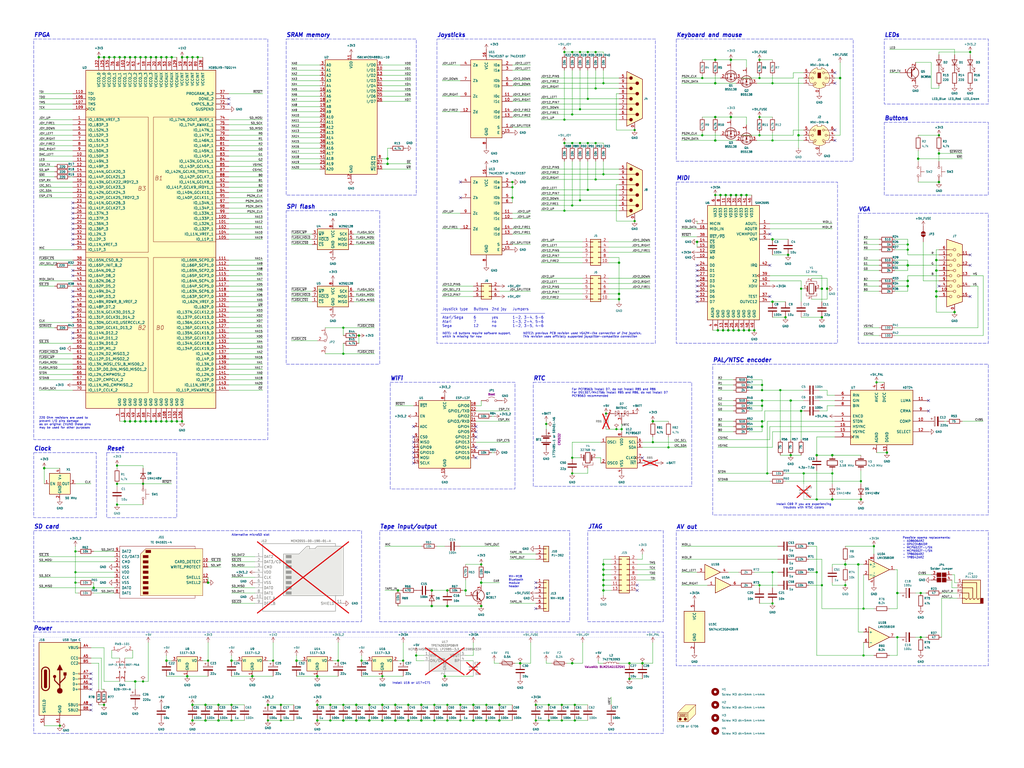
<source format=kicad_sch>
(kicad_sch (version 20231120) (generator "eeschema") (generator_version "8.0")
  (paper "User" 499.999 375.006)
  (title_block (title "ZXUNO.1010") (date "2025-03-30") (rev "D1") (company "Eugene Lozovoy") (comment 1 "10x10 PCB variant of ZX-UNO project"))
  (lib_symbols
    (symbol "74xx:74LS157" (pin_names (offset 1.016))
      (property "Reference" "U" (at -7.62 19.05 0))
      (property "Value" "74LS157" (at -7.62 -21.59 0))
      (symbol "74LS157_1_0"
        (pin input line (at -12.7 -15.24 0) (length 5.08) (name "S") (number "1"))
        (pin input line (at -12.7 -2.54 0) (length 5.08) (name "I1c") (number "10"))
        (pin input line (at -12.7 0 0) (length 5.08) (name "I0c") (number "11"))
        (pin output line (at 12.7 -7.62 180) (length 5.08) (name "Zd") (number "12"))
        (pin input line (at -12.7 -10.16 0) (length 5.08) (name "I1d") (number "13"))
        (pin input line (at -12.7 -7.62 0) (length 5.08) (name "I0d") (number "14"))
        (pin input inverted (at -12.7 -17.78 0) (length 5.08) (name "E") (number "15"))
        (pin power_in line (at 0 22.86 270) (length 5.08) (name "VCC") (number "16"))
        (pin input line (at -12.7 15.24 0) (length 5.08) (name "I0a") (number "2"))
        (pin input line (at -12.7 12.7 0) (length 5.08) (name "I1a") (number "3"))
        (pin output line (at 12.7 15.24 180) (length 5.08) (name "Za") (number "4"))
        (pin input line (at -12.7 7.62 0) (length 5.08) (name "I0b") (number "5"))
        (pin input line (at -12.7 5.08 0) (length 5.08) (name "I1b") (number "6"))
        (pin output line (at 12.7 7.62 180) (length 5.08) (name "Zb") (number "7"))
        (pin power_in line (at 0 -25.4 90) (length 5.08) (name "GND") (number "8"))
        (pin output line (at 12.7 0 180) (length 5.08) (name "Zc") (number "9"))
      )
    )
    (symbol "Amplifier_Operational:LMV358" (pin_names (offset 0.127))
      (property "Reference" "U" (at 0 5.08 0))
      (property "Value" "LMV358" (at 0 -5.08 0))
      (symbol "LMV358_1_1"
        (pin output line (at 7.62 0 180) (length 2.54) (name "~") (number "1"))
        (pin input line (at -7.62 -2.54 0) (length 2.54) (name "-") (number "2"))
        (pin input line (at -7.62 2.54 0) (length 2.54) (name "+") (number "3"))
      )
      (symbol "LMV358_2_1"
        (pin input line (at -7.62 2.54 0) (length 2.54) (name "+") (number "5"))
        (pin input line (at -7.62 -2.54 0) (length 2.54) (name "-") (number "6"))
        (pin output line (at 7.62 0 180) (length 2.54) (name "~") (number "7"))
      )
      (symbol "LMV358_3_1"
        (pin power_in line (at -2.54 -7.62 90) (length 3.81) (name "V-") (number "4"))
        (pin power_in line (at -2.54 7.62 270) (length 3.81) (name "V+") (number "8"))
      )
    )
    (symbol "Amplifier_Operational:NE5532" (pin_names (offset 0.127))
      (property "Reference" "U" (at 0 5.08 0))
      (property "Value" "NE5532" (at 0 -5.08 0))
      (symbol "NE5532_1_1"
        (pin output line (at 7.62 0 180) (length 2.54) (name "~") (number "1"))
        (pin input line (at -7.62 -2.54 0) (length 2.54) (name "-") (number "2"))
        (pin input line (at -7.62 2.54 0) (length 2.54) (name "+") (number "3"))
      )
      (symbol "NE5532_2_1"
        (pin input line (at -7.62 2.54 0) (length 2.54) (name "+") (number "5"))
        (pin input line (at -7.62 -2.54 0) (length 2.54) (name "-") (number "6"))
        (pin output line (at 7.62 0 180) (length 2.54) (name "~") (number "7"))
      )
      (symbol "NE5532_3_1"
        (pin power_in line (at -2.54 -7.62 90) (length 3.81) (name "V-") (number "4"))
        (pin power_in line (at -2.54 7.62 270) (length 3.81) (name "V+") (number "8"))
      )
    )
    (symbol "Connector:Conn_01x02_Pin" (pin_names (offset 1.016) hide)
      (property "Reference" "J" (at 0 2.54 0))
      (property "Value" "Conn_01x02_Pin" (at 0 -5.08 0))
      (symbol "Conn_01x02_Pin_1_1"
        (pin passive line (at 5.08 0 180) (length 3.81) (name "Pin_1") (number "1"))
        (pin passive line (at 5.08 -2.54 180) (length 3.81) (name "Pin_2") (number "2"))
      )
    )
    (symbol "Connector:Conn_01x02_Socket" (pin_names (offset 1.016) hide)
      (property "Reference" "J" (at 0 2.54 0))
      (property "Value" "Conn_01x02_Socket" (at 0 -5.08 0))
      (symbol "Conn_01x02_Socket_1_1"
        (pin passive line (at -5.08 0 0) (length 3.81) (name "Pin_1") (number "1"))
        (pin passive line (at -5.08 -2.54 0) (length 3.81) (name "Pin_2") (number "2"))
      )
    )
    (symbol "Connector:DE15_Receptacle_HighDensity_MountingHoles" (pin_names (offset 1.016) hide)
      (property "Reference" "J" (at 0 21.59 0))
      (property "Value" "DE15_Receptacle_HighDensity_MountingHoles" (at 0 19.05 0))
      (symbol "DE15_Receptacle_HighDensity_MountingHoles_1_1"
        (pin passive line (at 0 -17.78 90) (length 3.81) (name "~") (number "0"))
        (pin passive line (at -7.62 10.16 0) (length 5.08) (name "~") (number "1"))
        (pin passive line (at -7.62 -7.62 0) (length 5.08) (name "~") (number "10"))
        (pin passive line (at 7.62 10.16 180) (length 5.08) (name "~") (number "11"))
        (pin passive line (at 7.62 5.08 180) (length 5.08) (name "~") (number "12"))
        (pin passive line (at 7.62 0 180) (length 5.08) (name "~") (number "13"))
        (pin passive line (at 7.62 -5.08 180) (length 5.08) (name "~") (number "14"))
        (pin passive line (at 7.62 -10.16 180) (length 5.08) (name "~") (number "15"))
        (pin passive line (at -7.62 5.08 0) (length 5.08) (name "~") (number "2"))
        (pin passive line (at -7.62 0 0) (length 5.08) (name "~") (number "3"))
        (pin passive line (at -7.62 -5.08 0) (length 5.08) (name "~") (number "4"))
        (pin passive line (at -7.62 -10.16 0) (length 5.08) (name "~") (number "5"))
        (pin passive line (at -7.62 12.7 0) (length 5.08) (name "~") (number "6"))
        (pin passive line (at -7.62 7.62 0) (length 5.08) (name "~") (number "7"))
        (pin passive line (at -7.62 2.54 0) (length 5.08) (name "~") (number "8"))
        (pin passive line (at -7.62 -2.54 0) (length 5.08) (name "~") (number "9"))
      )
    )
    (symbol "Connector:DE9_Plug_MountingHoles" (pin_names (offset 1.016) hide)
      (property "Reference" "J" (at 0 16.51 0))
      (property "Value" "DE9_Plug_MountingHoles" (at 0 14.605 0))
      (symbol "DE9_Plug_MountingHoles_1_1"
        (pin passive line (at 0 -15.24 90) (length 3.81) (name "PAD") (number "0"))
        (pin passive line (at -7.62 -10.16 0) (length 3.81) (name "1") (number "1"))
        (pin passive line (at -7.62 -5.08 0) (length 3.81) (name "2") (number "2"))
        (pin passive line (at -7.62 0 0) (length 3.81) (name "3") (number "3"))
        (pin passive line (at -7.62 5.08 0) (length 3.81) (name "4") (number "4"))
        (pin passive line (at -7.62 10.16 0) (length 3.81) (name "5") (number "5"))
        (pin passive line (at -7.62 -7.62 0) (length 3.81) (name "6") (number "6"))
        (pin passive line (at -7.62 -2.54 0) (length 3.81) (name "7") (number "7"))
        (pin passive line (at -7.62 2.54 0) (length 3.81) (name "8") (number "8"))
        (pin passive line (at -7.62 7.62 0) (length 3.81) (name "9") (number "9"))
      )
    )
    (symbol "Connector:Micro_SD_Card_Det2"
      (property "Reference" "J" (at -16.51 17.78 0))
      (property "Value" "Micro_SD_Card_Det2" (at 16.51 17.78 0))
      (symbol "Micro_SD_Card_Det2_1_1"
        (pin bidirectional line (at -22.86 10.16 0) (length 3.81) (name "DAT2") (number "1"))
        (pin passive line (at -22.86 -10.16 0) (length 3.81) (name "DET_A") (number "10"))
        (pin passive line (at 20.32 -12.7 180) (length 3.81) (name "SHIELD") (number "11"))
        (pin bidirectional line (at -22.86 7.62 0) (length 3.81) (name "DAT3/CD") (number "2"))
        (pin input line (at -22.86 5.08 0) (length 3.81) (name "CMD") (number "3"))
        (pin power_in line (at -22.86 2.54 0) (length 3.81) (name "VDD") (number "4"))
        (pin input line (at -22.86 0 0) (length 3.81) (name "CLK") (number "5"))
        (pin power_in line (at -22.86 -2.54 0) (length 3.81) (name "VSS") (number "6"))
        (pin bidirectional line (at -22.86 -5.08 0) (length 3.81) (name "DAT0") (number "7"))
        (pin bidirectional line (at -22.86 -7.62 0) (length 3.81) (name "DAT1") (number "8"))
        (pin passive line (at -22.86 -12.7 0) (length 3.81) (name "DET_B") (number "9"))
      )
    )
    (symbol "Connector:SD_Card" (pin_names (offset 1.016))
      (property "Reference" "J" (at -16.51 13.97 0))
      (property "Value" "SD_Card" (at 15.24 -13.97 0))
      (symbol "SD_Card_1_1"
        (pin input line (at -22.86 7.62 0) (length 2.54) (name "CD/DAT3") (number "1"))
        (pin input line (at 22.86 5.08 180) (length 2.54) (name "CARD_DETECT") (number "10"))
        (pin input line (at 22.86 2.54 180) (length 2.54) (name "WRITE_PROTECT") (number "11"))
        (pin input line (at 22.86 -2.54 180) (length 2.54) (name "SHELL1") (number "12"))
        (pin input line (at 22.86 -5.08 180) (length 2.54) (name "SHELL2") (number "13"))
        (pin input line (at -22.86 5.08 0) (length 2.54) (name "CMD") (number "2"))
        (pin power_in line (at -22.86 2.54 0) (length 2.54) (name "VSS") (number "3"))
        (pin power_in line (at -22.86 0 0) (length 2.54) (name "VDD") (number "4"))
        (pin input line (at -22.86 -2.54 0) (length 2.54) (name "CLK") (number "5"))
        (pin power_in line (at -22.86 -5.08 0) (length 2.54) (name "VSS") (number "6"))
        (pin input line (at -22.86 -7.62 0) (length 2.54) (name "DAT0") (number "7"))
        (pin input line (at -22.86 -10.16 0) (length 2.54) (name "DAT1") (number "8"))
        (pin input line (at -22.86 10.16 0) (length 2.54) (name "DAT2") (number "9"))
      )
    )
    (symbol "Connector:USB_C_Receptacle_USB2.0_16P" (pin_names (offset 1.016))
      (property "Reference" "J" (at 0 22.225 0))
      (property "Value" "USB_C_Receptacle_USB2.0_16P" (at 0 19.685 0))
      (symbol "USB_C_Receptacle_USB2.0_16P_1_1"
        (pin passive line (at 0 -22.86 90) (length 5.08) (name "GND") (number "A1"))
        (pin passive line (at 0 -22.86 90) (length 5.08) hide (name "GND") (number "A12"))
        (pin passive line (at 15.24 15.24 180) (length 5.08) (name "VBUS") (number "A4"))
        (pin bidirectional line (at 15.24 10.16 180) (length 5.08) (name "CC1") (number "A5"))
        (pin bidirectional line (at 15.24 -2.54 180) (length 5.08) (name "D+") (number "A6"))
        (pin bidirectional line (at 15.24 2.54 180) (length 5.08) (name "D-") (number "A7"))
        (pin bidirectional line (at 15.24 -12.7 180) (length 5.08) (name "SBU1") (number "A8"))
        (pin passive line (at 15.24 15.24 180) (length 5.08) hide (name "VBUS") (number "A9"))
        (pin passive line (at 0 -22.86 90) (length 5.08) hide (name "GND") (number "B1"))
        (pin passive line (at 0 -22.86 90) (length 5.08) hide (name "GND") (number "B12"))
        (pin passive line (at 15.24 15.24 180) (length 5.08) hide (name "VBUS") (number "B4"))
        (pin bidirectional line (at 15.24 7.62 180) (length 5.08) (name "CC2") (number "B5"))
        (pin bidirectional line (at 15.24 -5.08 180) (length 5.08) (name "D+") (number "B6"))
        (pin bidirectional line (at 15.24 0 180) (length 5.08) (name "D-") (number "B7"))
        (pin bidirectional line (at 15.24 -15.24 180) (length 5.08) (name "SBU2") (number "B8"))
        (pin passive line (at 15.24 15.24 180) (length 5.08) hide (name "VBUS") (number "B9"))
        (pin passive line (at -7.62 -22.86 90) (length 5.08) (name "SHIELD") (number "S1"))
      )
    )
    (symbol "Connector_Audio:AudioJack4"
      (property "Reference" "J" (at 0 8.89 0))
      (property "Value" "AudioJack4" (at 0 6.35 0))
      (symbol "AudioJack4_1_1"
        (pin passive line (at 5.08 -2.54 180) (length 2.54) (name "~") (number "R1"))
        (pin passive line (at 5.08 0 180) (length 2.54) (name "~") (number "R2"))
        (pin passive line (at 5.08 2.54 180) (length 2.54) (name "~") (number "S"))
        (pin passive line (at 5.08 -5.08 180) (length 2.54) (name "~") (number "T"))
      )
    )
    (symbol "Connector_Generic:Conn_01x03" (pin_names (offset 1.016) hide)
      (property "Reference" "J" (at 0 5.08 0))
      (property "Value" "Conn_01x03" (at 0 -5.08 0))
      (symbol "Conn_01x03_1_1"
        (pin passive line (at -5.08 2.54 0) (length 3.81) (name "Pin_1") (number "1"))
        (pin passive line (at -5.08 0 0) (length 3.81) (name "Pin_2") (number "2"))
        (pin passive line (at -5.08 -2.54 0) (length 3.81) (name "Pin_3") (number "3"))
      )
    )
    (symbol "Connector_Generic:Conn_01x06" (pin_names (offset 1.016) hide)
      (property "Reference" "J" (at 0 7.62 0))
      (property "Value" "Conn_01x06" (at 0 -10.16 0))
      (symbol "Conn_01x06_1_1"
        (pin passive line (at -5.08 5.08 0) (length 3.81) (name "Pin_1") (number "1"))
        (pin passive line (at -5.08 2.54 0) (length 3.81) (name "Pin_2") (number "2"))
        (pin passive line (at -5.08 0 0) (length 3.81) (name "Pin_3") (number "3"))
        (pin passive line (at -5.08 -2.54 0) (length 3.81) (name "Pin_4") (number "4"))
        (pin passive line (at -5.08 -5.08 0) (length 3.81) (name "Pin_5") (number "5"))
        (pin passive line (at -5.08 -7.62 0) (length 3.81) (name "Pin_6") (number "6"))
      )
    )
    (symbol "Connector_Generic:Conn_02x03_Odd_Even" (pin_names (offset 1.016) hide)
      (property "Reference" "J" (at 1.27 5.08 0))
      (property "Value" "Conn_02x03_Odd_Even" (at 1.27 -5.08 0))
      (symbol "Conn_02x03_Odd_Even_1_1"
        (pin passive line (at -5.08 2.54 0) (length 3.81) (name "Pin_1") (number "1"))
        (pin passive line (at 7.62 2.54 180) (length 3.81) (name "Pin_2") (number "2"))
        (pin passive line (at -5.08 0 0) (length 3.81) (name "Pin_3") (number "3"))
        (pin passive line (at 7.62 0 180) (length 3.81) (name "Pin_4") (number "4"))
        (pin passive line (at -5.08 -2.54 0) (length 3.81) (name "Pin_5") (number "5"))
        (pin passive line (at 7.62 -2.54 180) (length 3.81) (name "Pin_6") (number "6"))
      )
    )
    (symbol "Connector_Generic:Conn_02x05_Odd_Even" (pin_names (offset 1.016) hide)
      (property "Reference" "J" (at 1.27 7.62 0))
      (property "Value" "Conn_02x05_Odd_Even" (at 1.27 -7.62 0))
      (symbol "Conn_02x05_Odd_Even_1_1"
        (pin passive line (at -5.08 5.08 0) (length 3.81) (name "Pin_1") (number "1"))
        (pin passive line (at 7.62 -5.08 180) (length 3.81) (name "Pin_10") (number "10"))
        (pin passive line (at 7.62 5.08 180) (length 3.81) (name "Pin_2") (number "2"))
        (pin passive line (at -5.08 2.54 0) (length 3.81) (name "Pin_3") (number "3"))
        (pin passive line (at 7.62 2.54 180) (length 3.81) (name "Pin_4") (number "4"))
        (pin passive line (at -5.08 0 0) (length 3.81) (name "Pin_5") (number "5"))
        (pin passive line (at 7.62 0 180) (length 3.81) (name "Pin_6") (number "6"))
        (pin passive line (at -5.08 -2.54 0) (length 3.81) (name "Pin_7") (number "7"))
        (pin passive line (at 7.62 -2.54 180) (length 3.81) (name "Pin_8") (number "8"))
        (pin passive line (at -5.08 -5.08 0) (length 3.81) (name "Pin_9") (number "9"))
      )
    )
    (symbol "Connector_Generic:Conn_02x07_Odd_Even" (pin_names (offset 1.016) hide)
      (property "Reference" "J" (at 1.27 10.16 0))
      (property "Value" "Conn_02x07_Odd_Even" (at 1.27 -10.16 0))
      (symbol "Conn_02x07_Odd_Even_1_1"
        (pin passive line (at -5.08 7.62 0) (length 3.81) (name "Pin_1") (number "1"))
        (pin passive line (at 7.62 -2.54 180) (length 3.81) (name "Pin_10") (number "10"))
        (pin passive line (at -5.08 -5.08 0) (length 3.81) (name "Pin_11") (number "11"))
        (pin passive line (at 7.62 -5.08 180) (length 3.81) (name "Pin_12") (number "12"))
        (pin passive line (at -5.08 -7.62 0) (length 3.81) (name "Pin_13") (number "13"))
        (pin passive line (at 7.62 -7.62 180) (length 3.81) (name "Pin_14") (number "14"))
        (pin passive line (at 7.62 7.62 180) (length 3.81) (name "Pin_2") (number "2"))
        (pin passive line (at -5.08 5.08 0) (length 3.81) (name "Pin_3") (number "3"))
        (pin passive line (at 7.62 5.08 180) (length 3.81) (name "Pin_4") (number "4"))
        (pin passive line (at -5.08 2.54 0) (length 3.81) (name "Pin_5") (number "5"))
        (pin passive line (at 7.62 2.54 180) (length 3.81) (name "Pin_6") (number "6"))
        (pin passive line (at -5.08 0 0) (length 3.81) (name "Pin_7") (number "7"))
        (pin passive line (at 7.62 0 180) (length 3.81) (name "Pin_8") (number "8"))
        (pin passive line (at -5.08 -2.54 0) (length 3.81) (name "Pin_9") (number "9"))
      )
    )
    (symbol "Device:Battery" (pin_numbers hide) (pin_names (offset 0) hide)
      (property "Reference" "BT" (at 2.54 2.54 0))
      (property "Value" "Battery" (at 2.54 0 0))
      (symbol "Battery_1_1"
        (pin passive line (at 0 5.08 270) (length 2.54) (name "+") (number "1"))
        (pin passive line (at 0 -5.08 90) (length 2.54) (name "-") (number "2"))
      )
    )
    (symbol "Device:C" (pin_numbers hide) (pin_names (offset 0.254))
      (property "Reference" "C" (at 0.635 2.54 0))
      (property "Value" "C" (at 0.635 -2.54 0))
      (symbol "C_1_1"
        (pin passive line (at 0 3.81 270) (length 2.794) (name "~") (number "1"))
        (pin passive line (at 0 -3.81 90) (length 2.794) (name "~") (number "2"))
      )
    )
    (symbol "Device:C_Polarized" (pin_numbers hide) (pin_names (offset 0.254))
      (property "Reference" "C" (at 0.635 2.54 0))
      (property "Value" "C_Polarized" (at 0.635 -2.54 0))
      (symbol "C_Polarized_1_1"
        (pin passive line (at 0 3.81 270) (length 2.794) (name "~") (number "1"))
        (pin passive line (at 0 -3.81 90) (length 2.794) (name "~") (number "2"))
      )
    )
    (symbol "Device:Crystal" (pin_numbers hide) (pin_names (offset 1.016) hide)
      (property "Reference" "Y" (at 0 3.81 0))
      (property "Value" "Crystal" (at 0 -3.81 0))
      (symbol "Crystal_1_1"
        (pin passive line (at -3.81 0 0) (length 1.27) (name "1") (number "1"))
        (pin passive line (at 3.81 0 180) (length 1.27) (name "2") (number "2"))
      )
    )
    (symbol "Device:Crystal_GND24" (pin_names (offset 1.016) hide)
      (property "Reference" "Y" (at 3.175 5.08 0))
      (property "Value" "Crystal_GND24" (at 3.175 3.175 0))
      (symbol "Crystal_GND24_1_1"
        (pin passive line (at -3.81 0 0) (length 1.27) (name "1") (number "1"))
        (pin passive line (at 0 5.08 270) (length 1.27) (name "2") (number "2"))
        (pin passive line (at 3.81 0 180) (length 1.27) (name "3") (number "3"))
        (pin passive line (at 0 -5.08 90) (length 1.27) (name "4") (number "4"))
      )
    )
    (symbol "Device:Crystal_GND3" (pin_names (offset 1.016) hide)
      (property "Reference" "Y" (at 0 5.715 0))
      (property "Value" "Crystal_GND3" (at 0 3.81 0))
      (symbol "Crystal_GND3_1_1"
        (pin passive line (at -3.81 0 0) (length 1.27) (name "1") (number "1"))
        (pin passive line (at 3.81 0 180) (length 1.27) (name "2") (number "2"))
        (pin passive line (at 0 -5.08 90) (length 1.27) (name "3") (number "3"))
      )
    )
    (symbol "Device:D" (pin_numbers hide) (pin_names (offset 1.016) hide)
      (property "Reference" "D" (at 0 2.54 0))
      (property "Value" "D" (at 0 -2.54 0))
      (symbol "D_1_1"
        (pin passive line (at -3.81 0 0) (length 2.54) (name "K") (number "1"))
        (pin passive line (at 3.81 0 180) (length 2.54) (name "A") (number "2"))
      )
    )
    (symbol "Device:L" (pin_numbers hide) (pin_names (offset 1.016) hide)
      (property "Reference" "L" (at -1.27 0 90))
      (property "Value" "L" (at 1.905 0 90))
      (symbol "L_1_1"
        (pin passive line (at 0 3.81 270) (length 1.27) (name "1") (number "1"))
        (pin passive line (at 0 -3.81 90) (length 1.27) (name "2") (number "2"))
      )
    )
    (symbol "Device:LED" (pin_numbers hide) (pin_names (offset 1.016) hide)
      (property "Reference" "D" (at 0 2.54 0))
      (property "Value" "LED" (at 0 -2.54 0))
      (symbol "LED_1_1"
        (pin passive line (at -3.81 0 0) (length 2.54) (name "K") (number "1"))
        (pin passive line (at 3.81 0 180) (length 2.54) (name "A") (number "2"))
      )
    )
    (symbol "Device:Polyfuse" (pin_numbers hide) (pin_names (offset 0))
      (property "Reference" "F" (at -2.54 0 90))
      (property "Value" "Polyfuse" (at 2.54 0 90))
      (symbol "Polyfuse_1_1"
        (pin passive line (at 0 3.81 270) (length 1.27) (name "~") (number "1"))
        (pin passive line (at 0 -3.81 90) (length 1.27) (name "~") (number "2"))
      )
    )
    (symbol "Device:R" (pin_numbers hide) (pin_names (offset 0))
      (property "Reference" "R" (at 2.032 0 90))
      (property "Value" "R" (at 0 0 90))
      (symbol "R_1_1"
        (pin passive line (at 0 3.81 270) (length 1.27) (name "~") (number "1"))
        (pin passive line (at 0 -3.81 90) (length 1.27) (name "~") (number "2"))
      )
    )
    (symbol "Diode:BAT54C" (pin_names (offset 1.016))
      (property "Reference" "D" (at 0.635 -3.81 0))
      (property "Value" "BAT54C" (at -6.35 3.175 0))
      (symbol "BAT54C_1_1"
        (pin passive line (at -7.62 0 0) (length 3.81) (name "~") (number "1"))
        (pin passive line (at 7.62 0 180) (length 3.81) (name "~") (number "2"))
        (pin passive line (at 0 -5.08 90) (length 5.08) (name "~") (number "3"))
      )
    )
    (symbol "Jumper:Jumper_2_Open" (pin_numbers hide) (pin_names (offset 0) hide) (exclude_from_sim yes)
      (property "Reference" "JP" (at 0 2.794 0))
      (property "Value" "Jumper_2_Open" (at 0 -2.286 0))
      (symbol "Jumper_2_Open_1_1"
        (pin passive line (at -5.08 0 0) (length 2.54) (name "A") (number "1"))
        (pin passive line (at 5.08 0 180) (length 2.54) (name "B") (number "2"))
      )
    )
    (symbol "Jumper:Jumper_3_Bridged12" (pin_names (offset 0) hide)
      (property "Reference" "JP" (at -2.54 -2.54 0))
      (property "Value" "Jumper_3_Bridged12" (at 0 2.794 0))
      (symbol "Jumper_3_Bridged12_1_1"
        (pin passive line (at -6.35 0 0) (length 2.54) (name "A") (number "1"))
        (pin passive line (at 0 -3.81 90) (length 2.54) (name "C") (number "2"))
        (pin passive line (at 6.35 0 180) (length 2.54) (name "B") (number "3"))
      )
    )
    (symbol "Jumper:SolderJumper_2_Open" (pin_numbers hide) (pin_names (offset 0) hide) (exclude_from_sim yes) (in_bom no)
      (property "Reference" "JP" (at 0 2.032 0))
      (property "Value" "SolderJumper_2_Open" (at 0 -2.54 0))
      (symbol "SolderJumper_2_Open_1_1"
        (pin passive line (at -3.81 0 0) (length 2.54) (name "A") (number "1"))
        (pin passive line (at 3.81 0 180) (length 2.54) (name "B") (number "2"))
      )
    )
    (symbol "Mechanical:Housing" (pin_names (offset 1.016))
      (property "Reference" "N" (at 3.81 0 0))
      (property "Value" "Housing" (at 3.81 -1.905 0))
    )
    (symbol "Mechanical:MountingHole" (pin_names (offset 1.016))
      (property "Reference" "H" (at 0 5.08 0))
      (property "Value" "MountingHole" (at 0 3.175 0))
    )
    (symbol "Memory_EEPROM:AT25xxx"
      (property "Reference" "U" (at -7.62 6.35 0))
      (property "Value" "AT25xxx" (at 2.54 -6.35 0))
      (symbol "AT25xxx_1_1"
        (pin input line (at -10.16 -2.54 0) (length 2.54) (name "~{CS}") (number "1"))
        (pin tri_state line (at 10.16 -2.54 180) (length 2.54) (name "MISO") (number "2"))
        (pin input line (at -10.16 2.54 0) (length 2.54) (name "~{WP}") (number "3"))
        (pin power_in line (at 0 -7.62 90) (length 2.54) (name "GND") (number "4"))
        (pin input line (at 10.16 0 180) (length 2.54) (name "MOSI") (number "5"))
        (pin input line (at 10.16 2.54 180) (length 2.54) (name "SCK") (number "6"))
        (pin input line (at -10.16 0 0) (length 2.54) (name "~{HOLD}") (number "7"))
        (pin power_in line (at 0 7.62 270) (length 2.54) (name "VCC") (number "8"))
      )
    )
    (symbol "Oscillator:XO91" (pin_names (offset 0.254))
      (property "Reference" "X" (at -5.08 6.35 0))
      (property "Value" "XO91" (at 1.27 -6.35 0))
      (symbol "XO91_1_1"
        (pin input line (at -7.62 0 0) (length 2.54) (name "EN") (number "1"))
        (pin power_in line (at 0 -7.62 90) (length 2.54) (name "GND") (number "2"))
        (pin output line (at 7.62 0 180) (length 2.54) (name "OUT") (number "3"))
        (pin power_in line (at 0 7.62 270) (length 2.54) (name "V+") (number "4"))
      )
    )
    (symbol "RF_Module:ESP-12E"
      (property "Reference" "U" (at -12.7 19.05 0))
      (property "Value" "ESP-12E" (at 12.7 19.05 0))
      (symbol "ESP-12E_1_1"
        (pin input line (at -15.24 15.24 0) (length 2.54) (name "~{RST}") (number "1"))
        (pin bidirectional line (at -15.24 -2.54 0) (length 2.54) (name "MISO") (number "10"))
        (pin bidirectional line (at -15.24 -5.08 0) (length 2.54) (name "GPIO9") (number "11"))
        (pin bidirectional line (at -15.24 -7.62 0) (length 2.54) (name "GPIO10") (number "12"))
        (pin bidirectional line (at -15.24 -10.16 0) (length 2.54) (name "MOSI") (number "13"))
        (pin bidirectional line (at -15.24 -12.7 0) (length 2.54) (name "SCLK") (number "14"))
        (pin power_in line (at 0 -17.78 90) (length 2.54) (name "GND") (number "15"))
        (pin bidirectional line (at 15.24 -7.62 180) (length 2.54) (name "GPIO15") (number "16"))
        (pin bidirectional line (at 15.24 10.16 180) (length 2.54) (name "GPIO2") (number "17"))
        (pin bidirectional line (at 15.24 15.24 180) (length 2.54) (name "GPIO0") (number "18"))
        (pin bidirectional line (at 15.24 5.08 180) (length 2.54) (name "GPIO4") (number "19"))
        (pin input line (at -15.24 5.08 0) (length 2.54) (name "ADC") (number "2"))
        (pin bidirectional line (at 15.24 2.54 180) (length 2.54) (name "GPIO5") (number "20"))
        (pin bidirectional line (at 15.24 7.62 180) (length 2.54) (name "GPIO3/RXD") (number "21"))
        (pin bidirectional line (at 15.24 12.7 180) (length 2.54) (name "GPIO1/TXD") (number "22"))
        (pin input line (at -15.24 10.16 0) (length 2.54) (name "EN") (number "3"))
        (pin bidirectional line (at 15.24 -10.16 180) (length 2.54) (name "GPIO16") (number "4"))
        (pin bidirectional line (at 15.24 -5.08 180) (length 2.54) (name "GPIO14") (number "5"))
        (pin bidirectional line (at 15.24 0 180) (length 2.54) (name "GPIO12") (number "6"))
        (pin bidirectional line (at 15.24 -2.54 180) (length 2.54) (name "GPIO13") (number "7"))
        (pin power_in line (at 0 20.32 270) (length 2.54) (name "VCC") (number "8"))
        (pin input line (at -15.24 0 0) (length 2.54) (name "CS0") (number "9"))
      )
    )
    (symbol "Regulator_Linear:AZ1117-1.2" (pin_names (offset 0.254))
      (property "Reference" "U" (at -3.81 3.175 0))
      (property "Value" "AZ1117-1.2" (at 0 3.175 0))
      (symbol "AZ1117-1.2_1_1"
        (pin power_in line (at 0 -7.62 90) (length 2.54) (name "GND") (number "1"))
        (pin power_out line (at 7.62 0 180) (length 2.54) (name "VO") (number "2"))
        (pin power_in line (at -7.62 0 0) (length 2.54) (name "VI") (number "3"))
      )
    )
    (symbol "Regulator_Linear:AZ1117-3.3" (pin_names (offset 0.254))
      (property "Reference" "U" (at -3.81 3.175 0))
      (property "Value" "AZ1117-3.3" (at 0 3.175 0))
      (symbol "AZ1117-3.3_1_1"
        (pin power_in line (at 0 -7.62 90) (length 2.54) (name "GND") (number "1"))
        (pin power_out line (at 7.62 0 180) (length 2.54) (name "VO") (number "2"))
        (pin power_in line (at -7.62 0 0) (length 2.54) (name "VI") (number "3"))
      )
    )
    (symbol "Regulator_Linear:LP2985-3.3" (pin_names (offset 0.254))
      (property "Reference" "U" (at -6.35 5.715 0))
      (property "Value" "LP2985-3.3" (at 0 5.715 0))
      (symbol "LP2985-3.3_1_1"
        (pin power_in line (at -10.16 2.54 0) (length 2.54) (name "VIN") (number "1"))
        (pin power_in line (at 0 -7.62 90) (length 2.54) (name "GND") (number "2"))
        (pin input line (at -10.16 0 0) (length 2.54) (name "ON/~{OFF}") (number "3"))
        (pin input line (at 10.16 0 180) (length 2.54) (name "BP") (number "4"))
        (pin power_out line (at 10.16 2.54 180) (length 2.54) (name "VOUT") (number "5"))
      )
    )
    (symbol "Switch:SW_Push" (pin_numbers hide) (pin_names (offset 1.016) hide)
      (property "Reference" "SW" (at 1.27 2.54 0))
      (property "Value" "SW_Push" (at 0 -1.524 0))
      (symbol "SW_Push_0_1"
        (pin passive line (at -5.08 0 0) (length 2.54) (name "1") (number "1"))
        (pin passive line (at 5.08 0 180) (length 2.54) (name "2") (number "2"))
      )
    )
    (symbol "Switch:SW_SPST" (pin_names (offset 0) hide)
      (property "Reference" "SW" (at 0 3.175 0))
      (property "Value" "SW_SPST" (at 0 -2.54 0))
      (symbol "SW_SPST_1_1"
        (pin passive line (at -5.08 0 0) (length 2.54) (name "A") (number "1"))
        (pin passive line (at 5.08 0 180) (length 2.54) (name "B") (number "2"))
      )
    )
    (symbol "Timer_RTC:PCF8563T"
      (property "Reference" "U" (at -7.62 8.89 0))
      (property "Value" "PCF8563T" (at 2.54 8.89 0))
      (symbol "PCF8563T_1_1"
        (pin input line (at -10.16 5.08 0) (length 2.54) (name "OSCI") (number "1"))
        (pin output line (at -10.16 -5.08 0) (length 2.54) (name "OSCO") (number "2"))
        (pin output line (at 10.16 -5.08 180) (length 2.54) (name "~{INT}") (number "3"))
        (pin power_in line (at 0 -10.16 90) (length 2.54) (name "VSS") (number "4"))
        (pin bidirectional line (at 10.16 2.54 180) (length 2.54) (name "SDA") (number "5"))
        (pin input line (at 10.16 5.08 180) (length 2.54) (name "SCL") (number "6"))
        (pin output clock (at 10.16 -2.54 180) (length 2.54) (name "CLKO") (number "7"))
        (pin power_in line (at 0 10.16 270) (length 2.54) (name "VDD") (number "8"))
      )
    )
    (symbol "Transistor_BJT:BC817" (pin_names (offset 0) hide)
      (property "Reference" "Q" (at 5.08 1.905 0))
      (property "Value" "BC817" (at 5.08 0 0))
      (symbol "BC817_1_1"
        (pin input line (at -5.08 0 0) (length 5.715) (name "B") (number "1"))
        (pin passive line (at 2.54 -5.08 90) (length 2.54) (name "E") (number "2"))
        (pin passive line (at 2.54 5.08 270) (length 2.54) (name "C") (number "3"))
      )
    )
    (symbol "Transistor_BJT:BC856" (pin_names (offset 0) hide)
      (property "Reference" "Q" (at 5.08 1.905 0))
      (property "Value" "BC856" (at 5.08 0 0))
      (symbol "BC856_1_1"
        (pin input line (at -5.08 0 0) (length 5.715) (name "B") (number "1"))
        (pin passive line (at 2.54 -5.08 90) (length 2.54) (name "E") (number "2"))
        (pin passive line (at 2.54 5.08 270) (length 2.54) (name "C") (number "3"))
      )
    )
    (symbol "Transistor_FET:BSS138" (pin_names hide)
      (property "Reference" "Q" (at 5.08 1.905 0))
      (property "Value" "BSS138" (at 5.08 0 0))
      (symbol "BSS138_1_1"
        (pin input line (at -5.08 0 0) (length 2.54) (name "G") (number "1"))
        (pin passive line (at 2.54 -5.08 90) (length 2.54) (name "S") (number "2"))
        (pin passive line (at 2.54 5.08 270) (length 2.54) (name "D") (number "3"))
      )
    )
    (symbol "my:74LVC2G34"
      (property "Reference" "U" (at 0 1.27 0))
      (property "Value" "74LVC2G34" (at 0 -1.27 0))
      (symbol "74LVC2G34_1_1"
        (pin input line (at -7.62 0 0) (length 3.81) (name "~") (number "1"))
        (pin output line (at 7.62 0 180) (length 3.81) (name "~") (number "6"))
      )
      (symbol "74LVC2G34_2_1"
        (pin input line (at -7.62 0 0) (length 3.81) (name "~") (number "3"))
        (pin output line (at 7.62 0 180) (length 3.81) (name "~") (number "4"))
      )
      (symbol "74LVC2G34_3_1"
        (pin power_in line (at 0 -12.7 90) (length 5.08) (name "GND") (number "2"))
        (pin power_in line (at 0 12.7 270) (length 5.08) (name "VCC") (number "5"))
      )
    )
    (symbol "my:AD724" (pin_names (offset 1.016))
      (property "Reference" "U" (at -13.97 13.97 0))
      (property "Value" "AD724" (at 12.7 13.97 0))
      (symbol "AD724_1_1"
        (pin input line (at -22.86 -2.54 0) (length 7.62) (name "STDN") (number "1"))
        (pin output line (at 22.86 -2.54 180) (length 7.62) (name "COMP") (number "10"))
        (pin output line (at 22.86 7.62 180) (length 7.62) (name "LUMA") (number "11"))
        (pin input line (at 22.86 -7.62 180) (length 7.62) (name "SELECT") (number "12"))
        (pin power_in line (at 2.54 -17.78 90) (length 3.81) (name "DGND") (number "13"))
        (pin power_in line (at 1.27 16.51 270) (length 3.81) (name "DVCC") (number "14"))
        (pin input line (at -22.86 -7.62 0) (length 7.62) (name "VSYNC") (number "15"))
        (pin input line (at -22.86 -5.08 0) (length 7.62) (name "HSYNC") (number "16"))
        (pin power_in line (at -2.54 -17.78 90) (length 3.81) (name "AGND") (number "2"))
        (pin input clock (at -22.86 -10.16 0) (length 7.62) (name "FIN") (number "3"))
        (pin power_in line (at -2.54 16.51 270) (length 3.81) (name "AVCC") (number "4"))
        (pin input line (at -22.86 0 0) (length 7.62) (name "ENCD") (number "5"))
        (pin input line (at -22.86 10.16 0) (length 7.62) (name "RIN") (number "6"))
        (pin input line (at -22.86 7.62 0) (length 7.62) (name "GIN") (number "7"))
        (pin input line (at -22.86 5.08 0) (length 7.62) (name "BIN") (number "8"))
        (pin output line (at 22.86 2.54 180) (length 7.62) (name "CRMA") (number "9"))
      )
    )
    (symbol "my:IS61WV20488BLL-10"
      (property "Reference" "U4" (at -10.795 29.21 0))
      (property "Value" "IS61WV20488BLL-10" (at 11.43 29.21 0))
      (symbol "IS61WV20488BLL-10_1_1"
        (pin no_connect line (at 15.24 -17.78 180) (length 2.54) hide (name "NC") (number "1"))
        (pin bidirectional line (at 15.24 22.86 180) (length 2.54) (name "I/O1") (number "10"))
        (pin power_in line (at 0 30.48 270) (length 2.54) (name "VDD") (number "11"))
        (pin power_in line (at 0 -30.48 90) (length 2.54) (name "GND") (number "12"))
        (pin bidirectional line (at 15.24 20.32 180) (length 2.54) (name "I/O2") (number "13"))
        (pin bidirectional line (at 15.24 17.78 180) (length 2.54) (name "I/O3") (number "14"))
        (pin input line (at 15.24 -25.4 180) (length 2.54) (name "~{WE}") (number "15"))
        (pin input line (at -15.24 12.7 0) (length 2.54) (name "A5") (number "16"))
        (pin input line (at -15.24 10.16 0) (length 2.54) (name "A6") (number "17"))
        (pin input line (at -15.24 7.62 0) (length 2.54) (name "A7") (number "18"))
        (pin input line (at -15.24 5.08 0) (length 2.54) (name "A8") (number "19"))
        (pin no_connect line (at 15.24 -15.24 180) (length 2.54) hide (name "NC") (number "2"))
        (pin input line (at -15.24 2.54 0) (length 2.54) (name "A9") (number "20"))
        (pin no_connect line (at 15.24 -12.7 180) (length 2.54) hide (name "NC") (number "21"))
        (pin no_connect line (at 15.24 -10.16 180) (length 2.54) hide (name "NC") (number "22"))
        (pin no_connect line (at 15.24 -7.62 180) (length 2.54) hide (name "NC") (number "23"))
        (pin no_connect line (at 15.24 -5.08 180) (length 2.54) hide (name "NC") (number "24"))
        (pin input line (at -15.24 -22.86 0) (length 2.54) (name "A19") (number "25"))
        (pin input line (at -15.24 0 0) (length 2.54) (name "A10") (number "26"))
        (pin input line (at -15.24 -2.54 0) (length 2.54) (name "A11") (number "27"))
        (pin input line (at -15.24 -5.08 0) (length 2.54) (name "A12") (number "28"))
        (pin input line (at -15.24 -7.62 0) (length 2.54) (name "A13") (number "29"))
        (pin input line (at -15.24 25.4 0) (length 2.54) (name "A0") (number "3"))
        (pin input line (at -15.24 -10.16 0) (length 2.54) (name "A14") (number "30"))
        (pin bidirectional line (at 15.24 15.24 180) (length 2.54) (name "I/O4") (number "31"))
        (pin bidirectional line (at 15.24 12.7 180) (length 2.54) (name "I/O5") (number "32"))
        (pin passive line (at 0 30.48 270) (length 2.54) hide (name "VDD") (number "33"))
        (pin passive line (at 0 -30.48 90) (length 2.54) hide (name "GND") (number "34"))
        (pin bidirectional line (at 15.24 10.16 180) (length 2.54) (name "I/O6") (number "35"))
        (pin bidirectional line (at 15.24 7.62 180) (length 2.54) (name "I/O7") (number "36"))
        (pin input line (at 15.24 -22.86 180) (length 2.54) (name "~{OE}") (number "37"))
        (pin input line (at -15.24 -12.7 0) (length 2.54) (name "A15") (number "38"))
        (pin input line (at -15.24 -15.24 0) (length 2.54) (name "A16") (number "39"))
        (pin input line (at -15.24 22.86 0) (length 2.54) (name "A1") (number "4"))
        (pin input line (at -15.24 -17.78 0) (length 2.54) (name "A17") (number "40"))
        (pin input line (at -15.24 -20.32 0) (length 2.54) (name "A18") (number "41"))
        (pin input line (at -15.24 -25.4 0) (length 2.54) (name "A20") (number "42"))
        (pin no_connect line (at 15.24 -2.54 180) (length 2.54) hide (name "NC") (number "43"))
        (pin no_connect line (at 15.24 0 180) (length 2.54) hide (name "NC") (number "44"))
        (pin input line (at -15.24 20.32 0) (length 2.54) (name "A2") (number "5"))
        (pin input line (at -15.24 17.78 0) (length 2.54) (name "A3") (number "6"))
        (pin input line (at -15.24 15.24 0) (length 2.54) (name "A4") (number "7"))
        (pin input line (at 15.24 -20.32 180) (length 2.54) (name "~{CE}") (number "8"))
        (pin bidirectional line (at 15.24 25.4 180) (length 2.54) (name "I/O0") (number "9"))
      )
    )
    (symbol "my:Mini-DIN-6" (pin_names (offset 1.016))
      (property "Reference" "J" (at 0 6.35 0))
      (property "Value" "Mini-DIN-6" (at 6.985 -6.35 0))
      (symbol "Mini-DIN-6_1_1"
        (pin passive line (at 0 -7.62 90) (length 2.54) (name "~") (number "0"))
        (pin passive line (at 7.62 -2.54 180) (length 2.54) (name "~") (number "1"))
        (pin passive line (at -7.62 -2.54 0) (length 2.54) (name "~") (number "2"))
        (pin passive line (at 7.62 0 180) (length 2.54) (name "~") (number "3"))
        (pin passive line (at -7.62 0 0) (length 2.54) (name "~") (number "4"))
        (pin passive line (at 7.62 2.54 180) (length 2.54) (name "~") (number "5"))
        (pin passive line (at -7.62 2.54 0) (length 2.54) (name "~") (number "6"))
      )
    )
    (symbol "my:SAM2695" (pin_names (offset 1.016))
      (property "Reference" "U" (at -13.97 29.21 0))
      (property "Value" "SAM2695" (at 12.7 29.21 0))
      (symbol "SAM2695_0_0"
        (pin output line (at 17.78 19.05 180) (length 5.08) (name "AOUTL") (number "1"))
        (pin input line (at -17.78 2.54 0) (length 5.08) (name "A0") (number "10"))
        (pin power_in line (at -3.81 33.02 270) (length 5.08) (name "VD33") (number "11"))
        (pin input line (at -17.78 5.08 0) (length 5.08) (name "~{WR}") (number "12"))
        (pin power_in line (at -5.08 -33.02 90) (length 5.08) (name "GND") (number "13"))
        (pin input line (at -17.78 10.16 0) (length 5.08) (name "~{CS}") (number "14"))
        (pin input line (at -17.78 7.62 0) (length 5.08) (name "~{RD}") (number "15"))
        (pin input line (at -17.78 16.51 0) (length 5.08) (name "MIDI_IN") (number "16"))
        (pin no_connect line (at 17.78 7.62 180) (length 5.08) hide (name "NC") (number "17"))
        (pin power_in line (at -2.54 -33.02 90) (length 5.08) (name "GND") (number "18"))
        (pin no_connect line (at 17.78 8.89 180) (length 5.08) hide (name "NC") (number "19"))
        (pin output line (at 17.78 16.51 180) (length 5.08) (name "AOUTR") (number "2"))
        (pin power_in line (at -1.27 33.02 270) (length 5.08) (name "VD33") (number "20"))
        (pin no_connect line (at 17.78 6.35 180) (length 5.08) hide (name "NC") (number "21"))
        (pin no_connect line (at 17.78 5.08 180) (length 5.08) hide (name "NC") (number "22"))
        (pin no_connect line (at 17.78 3.81 180) (length 5.08) hide (name "NC") (number "23"))
        (pin bidirectional line (at -17.78 -1.27 0) (length 5.08) (name "D0") (number "24"))
        (pin power_in line (at 0 -33.02 90) (length 5.08) (name "GND") (number "25"))
        (pin bidirectional line (at -17.78 -3.81 0) (length 5.08) (name "D1") (number "26"))
        (pin bidirectional line (at -17.78 -6.35 0) (length 5.08) (name "D2") (number "27"))
        (pin bidirectional line (at -17.78 -8.89 0) (length 5.08) (name "D3") (number "28"))
        (pin bidirectional line (at -17.78 -11.43 0) (length 5.08) (name "D4") (number "29"))
        (pin output line (at 17.78 13.97 180) (length 5.08) (name "VCMHPOUT") (number "3"))
        (pin bidirectional line (at -17.78 -13.97 0) (length 5.08) (name "D5") (number "30"))
        (pin power_in line (at 1.27 33.02 270) (length 5.08) (name "VD33") (number "31"))
        (pin bidirectional line (at -17.78 -16.51 0) (length 5.08) (name "D6") (number "32"))
        (pin bidirectional line (at -17.78 -19.05 0) (length 5.08) (name "D7") (number "33"))
        (pin power_out line (at 17.78 -19.05 180) (length 5.08) (name "OUTVC12") (number "34"))
        (pin power_in line (at 3.81 33.02 270) (length 5.08) (name "VD33") (number "35"))
        (pin power_in line (at 2.54 -33.02 90) (length 5.08) (name "GND") (number "36"))
        (pin input line (at 17.78 -16.51 180) (length 5.08) (name "TEST") (number "37"))
        (pin input line (at -17.78 12.7 0) (length 5.08) (name "~{RST}/~{PD}") (number "38"))
        (pin power_in line (at -10.16 -33.02 90) (length 5.08) (name "AGND") (number "4"))
        (pin input line (at 17.78 -8.89 180) (length 5.08) (name "X2") (number "40"))
        (pin power_in line (at 6.35 33.02 270) (length 5.08) (name "VD33") (number "41"))
        (pin output line (at 17.78 -1.27 180) (length 5.08) (name "IRQ") (number "42"))
        (pin no_connect line (at 17.78 2.54 180) (length 5.08) hide (name "NC") (number "43"))
        (pin no_connect line (at 17.78 1.27 180) (length 5.08) hide (name "NC") (number "44"))
        (pin power_in line (at 5.08 -33.02 90) (length 5.08) (name "GND") (number "45"))
        (pin power_in line (at 8.89 33.02 270) (length 5.08) (name "VD33") (number "46"))
        (pin input line (at 17.78 -11.43 180) (length 5.08) (name "XDIV") (number "47"))
        (pin power_in line (at 7.62 -33.02 90) (length 5.08) (name "GND") (number "48"))
        (pin output line (at 17.78 11.43 180) (length 5.08) (name "VCM") (number "5"))
        (pin power_in line (at -8.89 33.02 270) (length 5.08) (name "VA33") (number "6"))
        (pin input line (at -17.78 19.05 0) (length 5.08) (name "MICIN") (number "7"))
        (pin power_in line (at -6.35 33.02 270) (length 5.08) (name "VD33") (number "8"))
        (pin power_in line (at -7.62 -33.02 90) (length 5.08) (name "GND") (number "9"))
      )
      (symbol "SAM2695_1_0"
        (pin input clock (at 17.78 -6.35 180) (length 5.08) (name "X1") (number "39"))
      )
      (symbol "SAM2695_1_1"
        (pin power_in line (at 10.16 -33.02 90) (length 5.08) (name "GND") (number "49"))
      )
    )
    (symbol "my:SolderJumper_4_Open" (pin_names (offset 0) hide) (exclude_from_sim yes) (in_bom no)
      (property "Reference" "JP4" (at 0 5.588 0))
      (property "Value" "Solder Jumper" (at 0 3.81 0))
      (symbol "SolderJumper_4_Open_1_1"
        (pin passive line (at 5.08 1.27 180) (length 3) (name "A") (number "1"))
        (pin passive line (at -5.08 -1.27 0) (length 3) (name "2") (number "2"))
        (pin passive line (at -5.08 1.27 0) (length 3) (name "3") (number "3"))
        (pin passive line (at 5.08 -1.27 180) (length 3) (name "4") (number "4"))
      )
    )
    (symbol "my:XC6SLX9-TQG144" (pin_names (offset 1.016))
      (property "Reference" "U" (at -31.75 83.82 0))
      (property "Value" "XC6SLX9-TQG144" (at 37.465 83.82 0))
      (symbol "XC6SLX9-TQG144_0_0"
        (text "B0" (at 4.445 -43.18 0) (effects (font (size 2 2) (italic yes))))
        (text "B1" (at 3.81 29.845 0) (effects (font (size 2 2) (italic yes))))
        (text "B2" (at -4.445 -43.18 0) (effects (font (size 2 2) (italic yes))))
        (text "B3" (at -4.445 24.765 0) (effects (font (size 2 2) (italic yes))))
      )
      (symbol "XC6SLX9-TQG144_1_1"
        (pin bidirectional line (at -38.1 58.42 0) (length 6.35) (name "IO_L83N_VREF_3") (number "1"))
        (pin bidirectional line (at -38.1 40.64 0) (length 6.35) (name "IO_L50P_3") (number "10"))
        (pin bidirectional line (at 38.1 10.16 180) (length 6.35) (name "IO_L33P_1") (number "100"))
        (pin bidirectional line (at 38.1 7.62 180) (length 6.35) (name "IO_L32N_1") (number "101"))
        (pin bidirectional line (at 38.1 5.08 180) (length 6.35) (name "IO_L32P_1") (number "102"))
        (pin power_in line (at -12.7 88.9 270) (length 6.35) (name "VCCO_1") (number "103"))
        (pin bidirectional line (at 38.1 2.54 180) (length 6.35) (name "IO_L1N_VREF_1") (number "104"))
        (pin bidirectional line (at 38.1 0 180) (length 6.35) (name "IO_L1P_1") (number "105"))
        (pin output line (at -38.1 68.58 0) (length 6.35) (name "TDO") (number "106"))
        (pin input line (at -38.1 66.04 0) (length 6.35) (name "TMS") (number "107"))
        (pin power_in line (at 7.62 -88.9 90) (length 6.35) (name "GND") (number "108"))
        (pin input clock (at -38.1 63.5 0) (length 6.35) (name "TCK") (number "109"))
        (pin bidirectional line (at -38.1 38.1 0) (length 6.35) (name "IO_L49N_3") (number "11"))
        (pin input line (at -38.1 71.12 0) (length 6.35) (name "TDI") (number "110"))
        (pin bidirectional line (at 38.1 -10.16 180) (length 6.35) (name "IO_L66N_SCP0_0") (number "111"))
        (pin bidirectional line (at 38.1 -12.7 180) (length 6.35) (name "IO_L66P_SCP1_0") (number "112"))
        (pin power_in line (at 10.16 -88.9 90) (length 6.35) (name "GND") (number "113"))
        (pin bidirectional line (at 38.1 -15.24 180) (length 6.35) (name "IO_L65N_SCP2_0") (number "114"))
        (pin bidirectional line (at 38.1 -17.78 180) (length 6.35) (name "IO_L65P_SCP3_0") (number "115"))
        (pin bidirectional line (at 38.1 -20.32 180) (length 6.35) (name "IO_L64N_SCP4_0") (number "116"))
        (pin bidirectional line (at 38.1 -22.86 180) (length 6.35) (name "IO_L64P_SCP5_0") (number "117"))
        (pin bidirectional line (at 38.1 -25.4 180) (length 6.35) (name "IO_L63N_SCP6_0") (number "118"))
        (pin bidirectional line (at 38.1 -27.94 180) (length 6.35) (name "IO_L63P_SCP7_0") (number "119"))
        (pin bidirectional line (at -38.1 35.56 0) (length 6.35) (name "IO_L49P_3") (number "12"))
        (pin bidirectional line (at 38.1 -30.48 180) (length 6.35) (name "IO_L62N_VREF_0") (number "120"))
        (pin bidirectional line (at 38.1 -33.02 180) (length 6.35) (name "IO_L62P_0") (number "121"))
        (pin power_in line (at -25.4 88.9 270) (length 6.35) (name "VCCO_0") (number "122"))
        (pin bidirectional line (at 38.1 -35.56 180) (length 6.35) (name "IO_L37N_GCLK12_0") (number "123"))
        (pin bidirectional line (at 38.1 -38.1 180) (length 6.35) (name "IO_L37P_GCLK13_0") (number "124"))
        (pin power_in line (at -22.86 88.9 270) (length 6.35) (name "VCCO_0") (number "125"))
        (pin bidirectional line (at 38.1 -40.64 180) (length 6.35) (name "IO_L36N_GCLK14_0") (number "126"))
        (pin bidirectional line (at 38.1 -43.18 180) (length 6.35) (name "IO_L36P_GCLK15_0") (number "127"))
        (pin power_in line (at 25.4 88.9 270) (length 6.35) (name "VCCINT") (number "128"))
        (pin power_in line (at 12.7 88.9 270) (length 6.35) (name "VCCAUX") (number "129"))
        (pin power_in line (at -12.7 -88.9 90) (length 6.35) (name "GND") (number "13"))
        (pin power_in line (at 12.7 -88.9 90) (length 6.35) (name "GND") (number "130"))
        (pin bidirectional line (at 38.1 -45.72 180) (length 6.35) (name "IO_L35N_GCLK16_0") (number "131"))
        (pin bidirectional line (at 38.1 -48.26 180) (length 6.35) (name "IO_L35P_GCLK17_0") (number "132"))
        (pin bidirectional line (at 38.1 -50.8 180) (length 6.35) (name "IO_L34N_GCLK18_0") (number "133"))
        (pin bidirectional line (at 38.1 -53.34 180) (length 6.35) (name "IO_L34P_GCLK19_0") (number "134"))
        (pin power_in line (at -20.32 88.9 270) (length 6.35) (name "VCCO_0") (number "135"))
        (pin power_in line (at 15.24 -88.9 90) (length 6.35) (name "GND") (number "136"))
        (pin bidirectional line (at 38.1 -55.88 180) (length 6.35) (name "IO_L4N_0") (number "137"))
        (pin bidirectional line (at 38.1 -58.42 180) (length 6.35) (name "IO_L4P_0") (number "138"))
        (pin bidirectional line (at 38.1 -60.96 180) (length 6.35) (name "IO_L3N_0") (number "139"))
        (pin bidirectional line (at -38.1 33.02 0) (length 6.35) (name "IO_L44N_GCLK20_3") (number "14"))
        (pin bidirectional line (at 38.1 -63.5 180) (length 6.35) (name "IO_L3P_0") (number "140"))
        (pin bidirectional line (at 38.1 -66.04 180) (length 6.35) (name "IO_L2N_0") (number "141"))
        (pin bidirectional line (at 38.1 -68.58 180) (length 6.35) (name "IO_L2P_0") (number "142"))
        (pin bidirectional line (at 38.1 -71.12 180) (length 6.35) (name "IO_L1N_VREF_0") (number "143"))
        (pin bidirectional line (at 38.1 -73.66 180) (length 6.35) (name "IO_L1P_HSWAPEN_0") (number "144"))
        (pin bidirectional line (at -38.1 30.48 0) (length 6.35) (name "IO_L44P_GCLK21_3") (number "15"))
        (pin bidirectional line (at -38.1 27.94 0) (length 6.35) (name "IO_L43N_GCLK22_IRDY2_3") (number "16"))
        (pin bidirectional line (at -38.1 25.4 0) (length 6.35) (name "IO_L43P_GCLK23_3") (number "17"))
        (pin power_in line (at -2.54 88.9 270) (length 6.35) (name "VCCO_3") (number "18"))
        (pin power_in line (at 15.24 88.9 270) (length 6.35) (name "VCCINT") (number "19"))
        (pin bidirectional line (at -38.1 55.88 0) (length 6.35) (name "IO_L83P_3") (number "2"))
        (pin power_in line (at 2.54 88.9 270) (length 6.35) (name "VCCAUX") (number "20"))
        (pin bidirectional line (at -38.1 22.86 0) (length 6.35) (name "IO_L42N_GCLK24_3") (number "21"))
        (pin bidirectional line (at -38.1 20.32 0) (length 6.35) (name "IO_L42P_GCLK25_TRDY2_3") (number "22"))
        (pin bidirectional line (at -38.1 17.78 0) (length 6.35) (name "IO_L41N_GCLK26_3") (number "23"))
        (pin bidirectional line (at -38.1 15.24 0) (length 6.35) (name "IO_L41P_GCLK27_3") (number "24"))
        (pin power_in line (at -10.16 -88.9 90) (length 6.35) (name "GND") (number "25"))
        (pin bidirectional line (at -38.1 12.7 0) (length 6.35) (name "IO_L37N_3") (number "26"))
        (pin bidirectional line (at -38.1 10.16 0) (length 6.35) (name "IO_L37P_3") (number "27"))
        (pin power_in line (at 17.78 88.9 270) (length 6.35) (name "VCCINT") (number "28"))
        (pin bidirectional line (at -38.1 7.62 0) (length 6.35) (name "IO_L36N_3") (number "29"))
        (pin power_in line (at -15.24 -88.9 90) (length 6.35) (name "GND") (number "3"))
        (pin bidirectional line (at -38.1 5.08 0) (length 6.35) (name "IO_L36P_3") (number "30"))
        (pin power_in line (at 0 88.9 270) (length 6.35) (name "VCCO_3") (number "31"))
        (pin bidirectional line (at -38.1 2.54 0) (length 6.35) (name "IO_L2N_3") (number "32"))
        (pin bidirectional line (at -38.1 0 0) (length 6.35) (name "IO_L2P_3") (number "33"))
        (pin bidirectional line (at -38.1 -2.54 0) (length 6.35) (name "IO_L1N_VREF_3") (number "34"))
        (pin bidirectional line (at -38.1 -5.08 0) (length 6.35) (name "IO_L1P_3") (number "35"))
        (pin power_in line (at 5.08 88.9 270) (length 6.35) (name "VCCAUX") (number "36"))
        (pin bidirectional line (at 38.1 71.12 180) (length 6.35) (name "PROGRAM_B_2") (number "37"))
        (pin bidirectional line (at -38.1 -10.16 0) (length 6.35) (name "IO_L65N_CSO_B_2") (number "38"))
        (pin bidirectional line (at -38.1 -12.7 0) (length 6.35) (name "IO_L65P_INIT_B_2") (number "39"))
        (pin power_in line (at -5.08 88.9 270) (length 6.35) (name "VCCO_3") (number "4"))
        (pin bidirectional line (at -38.1 -15.24 0) (length 6.35) (name "IO_L64N_D9_2") (number "40"))
        (pin bidirectional line (at -38.1 -17.78 0) (length 6.35) (name "IO_L64P_D8_2") (number "41"))
        (pin power_in line (at -10.16 88.9 270) (length 6.35) (name "VCCO_2") (number "42"))
        (pin bidirectional line (at -38.1 -20.32 0) (length 6.35) (name "IO_L62N_D6_2") (number "43"))
        (pin bidirectional line (at -38.1 -22.86 0) (length 6.35) (name "IO_L62P_D5_2") (number "44"))
        (pin bidirectional line (at -38.1 -25.4 0) (length 6.35) (name "IO_L49N_D4_2") (number "45"))
        (pin bidirectional line (at -38.1 -27.94 0) (length 6.35) (name "IO_L49P_D3_2") (number "46"))
        (pin bidirectional line (at -38.1 -30.48 0) (length 6.35) (name "IO_L48N_RDWR_B_VREF_2") (number "47"))
        (pin bidirectional line (at -38.1 -33.02 0) (length 6.35) (name "IO_L48P_D7_2") (number "48"))
        (pin power_in line (at -7.62 -88.9 90) (length 6.35) (name "GND") (number "49"))
        (pin bidirectional line (at -38.1 53.34 0) (length 6.35) (name "IO_L52N_3") (number "5"))
        (pin bidirectional line (at -38.1 -35.56 0) (length 6.35) (name "IO_L31N_GCLK30_D15_2") (number "50"))
        (pin bidirectional line (at -38.1 -38.1 0) (length 6.35) (name "IO_L31P_GCLK31_D14_2") (number "51"))
        (pin power_in line (at 20.32 88.9 270) (length 6.35) (name "VCCINT") (number "52"))
        (pin power_in line (at 7.62 88.9 270) (length 6.35) (name "VCCAUX") (number "53"))
        (pin power_in line (at -5.08 -88.9 90) (length 6.35) (name "GND") (number "54"))
        (pin bidirectional line (at -38.1 -40.64 0) (length 6.35) (name "IO_L30N_GCLK0_USERCCLK_2") (number "55"))
        (pin bidirectional line (at -38.1 -43.18 0) (length 6.35) (name "IO_L30P_GCLK1_D13_2") (number "56"))
        (pin bidirectional line (at -38.1 -45.72 0) (length 6.35) (name "IO_L14N_D12_2") (number "57"))
        (pin bidirectional line (at -38.1 -48.26 0) (length 6.35) (name "IO_L14P_D11_2") (number "58"))
        (pin bidirectional line (at -38.1 -50.8 0) (length 6.35) (name "IO_L13N_D10_2") (number "59"))
        (pin bidirectional line (at -38.1 50.8 0) (length 6.35) (name "IO_L52P_3") (number "6"))
        (pin bidirectional line (at -38.1 -53.34 0) (length 6.35) (name "IO_L13P_M1_2") (number "60"))
        (pin bidirectional line (at -38.1 -55.88 0) (length 6.35) (name "IO_L12N_D2_MISO3_2") (number "61"))
        (pin bidirectional line (at -38.1 -58.42 0) (length 6.35) (name "IO_L12P_D1_MISO2_2") (number "62"))
        (pin power_in line (at -7.62 88.9 270) (length 6.35) (name "VCCO_2") (number "63"))
        (pin bidirectional line (at -38.1 -60.96 0) (length 6.35) (name "IO_L3N_MOSI_CSI_B_MISO0_2") (number "64"))
        (pin bidirectional line (at -38.1 -63.5 0) (length 6.35) (name "IO_L3P_D0_DIN_MISO_MISO1_2") (number "65"))
        (pin bidirectional line (at -38.1 -66.04 0) (length 6.35) (name "IO_L2N_CMPMOSI_2") (number "66"))
        (pin bidirectional line (at -38.1 -68.58 0) (length 6.35) (name "IO_L2P_CMPCLK_2") (number "67"))
        (pin power_in line (at -2.54 -88.9 90) (length 6.35) (name "GND") (number "68"))
        (pin bidirectional line (at -38.1 -71.12 0) (length 6.35) (name "IO_L1N_M0_CMPMISO_2") (number "69"))
        (pin bidirectional line (at -38.1 48.26 0) (length 6.35) (name "IO_L51N_3") (number "7"))
        (pin bidirectional line (at -38.1 -73.66 0) (length 6.35) (name "IO_L1P_CCLK_2") (number "70"))
        (pin bidirectional line (at 38.1 68.58 180) (length 6.35) (name "DONE_2") (number "71"))
        (pin bidirectional line (at 38.1 66.04 180) (length 6.35) (name "CMPCS_B_2") (number "72"))
        (pin bidirectional line (at 38.1 63.5 180) (length 6.35) (name "SUSPEND") (number "73"))
        (pin bidirectional line (at 38.1 58.42 180) (length 6.35) (name "IO_L74N_DOUT_BUSY_1") (number "74"))
        (pin bidirectional line (at 38.1 55.88 180) (length 6.35) (name "IO_L74P_AWAKE_1") (number "75"))
        (pin power_in line (at -17.78 88.9 270) (length 6.35) (name "VCCO_1") (number "76"))
        (pin power_in line (at 0 -88.9 90) (length 6.35) (name "GND") (number "77"))
        (pin bidirectional line (at 38.1 53.34 180) (length 6.35) (name "IO_L47N_1") (number "78"))
        (pin bidirectional line (at 38.1 50.8 180) (length 6.35) (name "IO_L47P_1") (number "79"))
        (pin bidirectional line (at -38.1 45.72 0) (length 6.35) (name "IO_L51P_3") (number "8"))
        (pin bidirectional line (at 38.1 48.26 180) (length 6.35) (name "IO_L46N_1") (number "80"))
        (pin bidirectional line (at 38.1 45.72 180) (length 6.35) (name "IO_L46P_1") (number "81"))
        (pin bidirectional line (at 38.1 43.18 180) (length 6.35) (name "IO_L45N_1") (number "82"))
        (pin bidirectional line (at 38.1 40.64 180) (length 6.35) (name "IO_L45P_1") (number "83"))
        (pin bidirectional line (at 38.1 38.1 180) (length 6.35) (name "IO_L43N_GCLK4_1") (number "84"))
        (pin bidirectional line (at 38.1 35.56 180) (length 6.35) (name "IO_L43P_GCLK5_1") (number "85"))
        (pin power_in line (at -15.24 88.9 270) (length 6.35) (name "VCCO_1") (number "86"))
        (pin bidirectional line (at 38.1 33.02 180) (length 6.35) (name "IO_L42N_GCLK6_TRDY1_1") (number "87"))
        (pin bidirectional line (at 38.1 30.48 180) (length 6.35) (name "IO_L42P_GCLK7_1") (number "88"))
        (pin power_in line (at 22.86 88.9 270) (length 6.35) (name "VCCINT") (number "89"))
        (pin bidirectional line (at -38.1 43.18 0) (length 6.35) (name "IO_L50N_3") (number "9"))
        (pin power_in line (at 10.16 88.9 270) (length 6.35) (name "VCCAUX") (number "90"))
        (pin power_in line (at 2.54 -88.9 90) (length 6.35) (name "GND") (number "91"))
        (pin bidirectional line (at 38.1 27.94 180) (length 6.35) (name "IO_L41N_GCLK8_1") (number "92"))
        (pin bidirectional line (at 38.1 25.4 180) (length 6.35) (name "IO_L41P_GCLK9_IRDY1_1") (number "93"))
        (pin bidirectional line (at 38.1 22.86 180) (length 6.35) (name "IO_L40N_GCLK10_1") (number "94"))
        (pin bidirectional line (at 38.1 20.32 180) (length 6.35) (name "IO_L40P_GCLK11_1") (number "95"))
        (pin power_in line (at 5.08 -88.9 90) (length 6.35) (name "GND") (number "96"))
        (pin bidirectional line (at 38.1 17.78 180) (length 6.35) (name "IO_L34N_1") (number "97"))
        (pin bidirectional line (at 38.1 15.24 180) (length 6.35) (name "IO_L34P_1") (number "98"))
        (pin bidirectional line (at 38.1 12.7 180) (length 6.35) (name "IO_L33N_1") (number "99"))
      )
    )
    (symbol "power:+1V2" (power) (pin_numbers hide) (pin_names (offset 0) hide)
      (property "Value" "+1V2" (at 0 3.556 0))
      (symbol "+1V2_1_1"
        (pin power_in line (at 0 0 90) (length 0) (name "~") (number "1"))
      )
    )
    (symbol "power:+3V3" (power) (pin_numbers hide) (pin_names (offset 0) hide)
      (property "Value" "+3V3" (at 0 3.556 0))
      (symbol "+3V3_1_1"
        (pin power_in line (at 0 0 90) (length 0) (name "~") (number "1"))
      )
    )
    (symbol "power:+5V" (power) (pin_numbers hide) (pin_names (offset 0) hide)
      (property "Value" "+5V" (at 0 3.556 0))
      (symbol "+5V_1_1"
        (pin power_in line (at 0 0 90) (length 0) (name "~") (number "1"))
      )
    )
    (symbol "power:+BATT" (power) (pin_numbers hide) (pin_names (offset 0) hide)
      (property "Value" "+BATT" (at 0 3.556 0))
      (symbol "+BATT_1_1"
        (pin power_in line (at 0 0 90) (length 0) (name "~") (number "1"))
      )
    )
    (symbol "power:GND" (power) (pin_numbers hide) (pin_names (offset 0) hide)
      (property "Value" "GND" (at 0 -3.81 0))
      (symbol "GND_1_1"
        (pin power_in line (at 0 0 270) (length 0) (name "~") (number "1"))
      )
    )
    (symbol "power:PWR_FLAG" (power) (pin_numbers hide) (pin_names (offset 0) hide)
      (property "Value" "PWR_FLAG" (at 0 3.81 0))
      (symbol "PWR_FLAG_0_0"
        (pin power_out line (at 0 0 90) (length 0) (name "~") (number "1"))
      )
    )
  )
  (junction (at 406.4 243.84) (diameter 1.016))
  (junction (at 372.11 187.96))
  (junction (at 78.74 205.74) (diameter 1.016))
  (junction (at 66.04 332.74) (diameter 1.016))
  (junction (at 356.87 95.25) (diameter 1.016))
  (junction (at 381 190.5))
  (junction (at 283.21 69.85))
  (junction (at 154.94 344.17) (diameter 1.016))
  (junction (at 69.85 332.74))
  (junction (at 73.66 205.74) (diameter 1.016))
  (junction (at 294.64 85.09))
  (junction (at 372.11 208.28) (diameter 1.016))
  (junction (at 173.99 351.79) (diameter 1.016))
  (junction (at 421.64 297.18))
  (junction (at 419.1 275.59) (diameter 1.016))
  (junction (at 294.64 278.13) (diameter 1.016))
  (junction (at 53.34 27.94) (diameter 1.016))
  (junction (at 302.26 143.51) (diameter 1.016))
  (junction (at 370.84 66.04))
  (junction (at 287.02 48.26))
  (junction (at 448.31 77.47) (diameter 1.016))
  (junction (at 130.81 351.79))
  (junction (at 133.35 322.58))
  (junction (at 302.26 128.27) (diameter 1.016))
  (junction (at 473.71 25.4))
  (junction (at 354.33 95.25) (diameter 1.016))
  (junction (at 68.58 205.74) (diameter 1.016))
  (junction (at 66.04 27.94) (diameter 1.016))
  (junction (at 275.59 102.87))
  (junction (at 167.64 160.02))
  (junction (at 438.15 289.56) (diameter 1.016))
  (junction (at 186.69 351.79) (diameter 1.016))
  (junction (at 420.37 243.84) (diameter 1.016))
  (junction (at 389.89 66.04) (diameter 1.016))
  (junction (at 243.84 344.17) (diameter 1.016))
  (junction (at 167.64 351.79) (diameter 1.016))
  (junction (at 438.15 311.15))
  (junction (at 349.25 40.64) (diameter 1.016))
  (junction (at 391.16 140.97))
  (junction (at 93.98 351.79) (diameter 1.016))
  (junction (at 392.43 231.14))
  (junction (at 457.2 144.78) (diameter 1.016))
  (junction (at 443.23 129.54) (diameter 1.016))
  (junction (at 173.99 344.17) (diameter 1.016))
  (junction (at 36.83 279.4))
  (junction (at 361.95 95.25) (diameter 1.016))
  (junction (at 458.47 74.93) (diameter 1.016))
  (junction (at 318.77 205.74) (diameter 1.016))
  (junction (at 279.4 231.14))
  (junction (at 458.47 66.04))
  (junction (at 287.02 25.4))
  (junction (at 280.67 344.17))
  (junction (at 307.34 331.47) (diameter 1.016))
  (junction (at 427.99 186.69))
  (junction (at 224.79 351.79))
  (junction (at 356.87 29.21) (diameter 1.016))
  (junction (at 237.49 351.79))
  (junction (at 57.15 236.22))
  (junction (at 398.78 243.84))
  (junction (at 231.14 351.79) (diameter 1.016))
  (junction (at 377.19 279.4))
  (junction (at 295.91 201.93))
  (junction (at 205.74 351.79) (diameter 1.016))
  (junction (at 287.02 92.71))
  (junction (at 449.58 311.15))
  (junction (at 137.16 351.79))
  (junction (at 290.83 25.4))
  (junction (at 360.68 161.29) (diameter 1.016))
  (junction (at 161.29 351.79))
  (junction (at 377.19 40.64))
  (junction (at 300.99 209.55))
  (junction (at 318.77 215.9))
  (junction (at 266.7 207.01))
  (junction (at 100.33 344.17) (diameter 1.016))
  (junction (at 137.16 344.17))
  (junction (at 457.2 142.24) (diameter 1.016))
  (junction (at 279.4 323.85) (diameter 1.016))
  (junction (at 372.11 205.74) (diameter 1.016))
  (junction (at 101.6 284.48) (diameter 1.016))
  (junction (at 372.11 195.58) (diameter 1.016))
  (junction (at 88.9 27.94) (diameter 1.016))
  (junction (at 69.85 236.22))
  (junction (at 93.98 27.94) (diameter 1.016))
  (junction (at 73.66 27.94) (diameter 1.016))
  (junction (at 443.23 139.7) (diameter 1.016))
  (junction (at 377.19 116.84) (diameter 1.016))
  (junction (at 290.83 69.85))
  (junction (at 154.94 330.2) (diameter 1.016))
  (junction (at 355.6 161.29) (diameter 1.016))
  (junction (at 280.67 351.79))
  (junction (at 359.41 95.25) (diameter 1.016))
  (junction (at 180.34 344.17) (diameter 1.016))
  (junction (at 370.84 57.15))
  (junction (at 457.2 132.08) (diameter 1.016))
  (junction (at 91.44 27.94) (diameter 1.016))
  (junction (at 48.26 27.94) (diameter 1.016))
  (junction (at 83.82 205.74) (diameter 1.016))
  (junction (at 349.25 68.58) (diameter 1.016))
  (junction (at 365.76 161.29) (diameter 1.016))
  (junction (at 21.59 228.6) (diameter 1.016))
  (junction (at 224.79 344.17))
  (junction (at 60.96 27.94) (diameter 1.016))
  (junction (at 71.12 27.94) (diameter 1.016))
  (junction (at 377.19 147.32) (diameter 1.016))
  (junction (at 96.52 27.94) (diameter 1.016))
  (junction (at 326.39 218.44))
  (junction (at 274.32 344.17))
  (junction (at 57.15 246.38))
  (junction (at 350.52 161.29) (diameter 1.016))
  (junction (at 101.6 322.58))
  (junction (at 421.64 320.04))
  (junction (at 287.02 69.85))
  (junction (at 189.23 77.47) (diameter 1.016))
  (junction (at 458.47 88.9) (diameter 1.016))
  (junction (at 130.81 344.17))
  (junction (at 55.88 27.94) (diameter 1.016))
  (junction (at 234.95 295.91) (diameter 1.016))
  (junction (at 193.04 351.79) (diameter 1.016))
  (junction (at 165.1 322.58))
  (junction (at 412.75 285.75))
  (junction (at 275.59 69.85))
  (junction (at 63.5 27.94) (diameter 1.016))
  (junction (at 406.4 231.14))
  (junction (at 29.21 354.33))
  (junction (at 250.19 88.9))
  (junction (at 210.82 288.29) (diameter 1.016))
  (junction (at 175.26 163.83) (diameter 1.016))
  (junction (at 279.4 55.88))
  (junction (at 60.96 205.74) (diameter 1.016))
  (junction (at 76.2 205.74) (diameter 1.016))
  (junction (at 370.84 38.1))
  (junction (at 294.64 283.21) (diameter 1.016))
  (junction (at 83.82 27.94) (diameter 1.016))
  (junction (at 279.4 25.4))
  (junction (at 290.83 43.18))
  (junction (at 349.25 57.15) (diameter 1.016))
  (junction (at 401.32 154.94) (diameter 1.016))
  (junction (at 294.64 275.59) (diameter 1.016))
  (junction (at 294.64 288.29) (diameter 1.016))
  (junction (at 218.44 288.29) (diameter 1.016))
  (junction (at 374.65 231.14))
  (junction (at 176.53 322.58))
  (junction (at 36.83 269.24))
  (junction (at 267.97 344.17))
  (junction (at 372.11 190.5))
  (junction (at 58.42 27.94) (diameter 1.016))
  (junction (at 218.44 344.17))
  (junction (at 349.25 95.25))
  (junction (at 161.29 344.17))
  (junction (at 279.4 100.33))
  (junction (at 81.28 27.94) (diameter 1.016))
  (junction (at 199.39 351.79) (diameter 1.016))
  (junction (at 113.03 351.79))
  (junction (at 426.72 266.7))
  (junction (at 63.5 205.74) (diameter 1.016))
  (junction (at 309.88 107.95))
  (junction (at 66.04 205.74) (diameter 1.016))
  (junction (at 351.79 95.25) (diameter 1.016))
  (junction (at 342.9 38.1))
  (junction (at 294.64 280.67) (diameter 1.016))
  (junction (at 279.4 223.52))
  (junction (at 383.54 154.94) (diameter 1.016))
  (junction (at 234.95 275.59))
  (junction (at 193.04 344.17) (diameter 1.016))
  (junction (at 217.17 330.2) (diameter 1.016))
  (junction (at 227.33 288.29) (diameter 1.016))
  (junction (at 313.69 323.85) (diameter 1.016))
  (junction (at 88.9 205.74) (diameter 1.016))
  (junction (at 363.22 161.29) (diameter 1.016))
  (junction (at 243.84 351.79) (diameter 1.016))
  (junction (at 372.11 198.12))
  (junction (at 279.4 69.85))
  (junction (at 261.62 344.17))
  (junction (at 237.49 344.17))
  (junction (at 45.72 287.02) (diameter 1.016))
  (junction (at 353.06 161.29) (diameter 1.016))
  (junction (at 412.75 275.59) (diameter 1.016))
  (junction (at 433.07 220.98) (diameter 1.016))
  (junction (at 403.86 140.97) (diameter 1.016))
  (junction (at 254 323.85) (diameter 1.016))
  (junction (at 370.84 29.21))
  (junction (at 302.26 146.05) (diameter 1.016))
  (junction (at 443.23 119.38))
  (junction (at 113.03 322.58) (diameter 1.016))
  (junction (at 443.23 137.16) (diameter 1.016))
  (junction (at 91.44 330.2) (diameter 1.016))
  (junction (at 154.94 351.79) (diameter 1.016))
  (junction (at 283.21 53.34))
  (junction (at 113.03 344.17))
  (junction (at 250.19 96.52))
  (junction (at 100.33 351.79) (diameter 1.016))
  (junction (at 377.19 294.64))
  (junction (at 199.39 344.17) (diameter 1.016))
  (junction (at 294.64 285.75) (diameter 1.016))
  (junction (at 275.59 25.4))
  (junction (at 358.14 161.29) (diameter 1.016))
  (junction (at 234.95 284.48) (diameter 1.016))
  (junction (at 449.58 289.56))
  (junction (at 76.2 27.94) (diameter 1.016))
  (junction (at 218.44 351.79))
  (junction (at 368.3 161.29) (diameter 1.016))
  (junction (at 250.19 91.44))
  (junction (at 364.49 95.25) (diameter 1.016))
  (junction (at 294.64 40.64))
  (junction (at 275.59 58.42))
  (junction (at 401.32 140.97) (diameter 1.016))
  (junction (at 36.83 284.48))
  (junction (at 180.34 351.79) (diameter 1.016))
  (junction (at 283.21 25.4))
  (junction (at 144.78 322.58) (diameter 1.016))
  (junction (at 212.09 351.79))
  (junction (at 57.15 227.33))
  (junction (at 303.53 209.55))
  (junction (at 307.34 323.85) (diameter 1.016))
  (junction (at 398.78 279.4))
  (junction (at 86.36 205.74) (diameter 1.016))
  (junction (at 186.69 330.2))
  (junction (at 340.36 118.11) (diameter 1.016))
  (junction (at 186.69 344.17) (diameter 1.016))
  (junction (at 356.87 57.15) (diameter 1.016))
  (junction (at 398.78 222.25) (diameter 1.016))
  (junction (at 167.64 172.72))
  (junction (at 212.09 344.17))
  (junction (at 457.2 127) (diameter 1.016))
  (junction (at 349.25 29.21) (diameter 1.016))
  (junction (at 68.58 27.94) (diameter 1.016))
  (junction (at 370.84 285.75))
  (junction (at 203.2 320.04))
  (junction (at 391.16 200.66) (diameter 1.016))
  (junction (at 386.08 195.58) (diameter 1.016))
  (junction (at 50.8 27.94) (diameter 1.016))
  (junction (at 50.8 344.17))
  (junction (at 106.68 344.17) (diameter 1.016))
  (junction (at 466.09 152.4) (diameter 1.016))
  (junction (at 274.32 351.79))
  (junction (at 218.44 295.91) (diameter 1.016))
  (junction (at 231.14 344.17) (diameter 1.016))
  (junction (at 401.32 285.75))
  (junction (at 377.19 68.58))
  (junction (at 210.82 295.91) (diameter 1.016))
  (junction (at 342.9 66.04))
  (junction (at 78.74 27.94) (diameter 1.016))
  (junction (at 189.23 80.01) (diameter 1.016))
  (junction (at 406.4 222.25) (diameter 1.016))
  (junction (at 386.08 222.25) (diameter 1.016))
  (junction (at 205.74 344.17) (diameter 1.016))
  (junction (at 194.31 288.29) (diameter 1.016))
  (junction (at 267.97 351.79))
  (junction (at 384.81 124.46) (diameter 1.016))
  (junction (at 420.37 234.95))
  (junction (at 196.85 322.58))
  (junction (at 93.98 344.17) (diameter 1.016))
  (junction (at 309.88 63.5))
  (junction (at 123.19 330.2) (diameter 1.016))
  (junction (at 261.62 351.79))
  (junction (at 283.21 97.79))
  (junction (at 81.28 205.74) (diameter 1.016))
  (junction (at 106.68 351.79) (diameter 1.016))
  (junction (at 167.64 344.17))
  (junction (at 71.12 205.74) (diameter 1.016))
  (junction (at 443.23 121.92))
  (junction (at 410.21 38.1) (diameter 1.016))
  (junction (at 290.83 87.63))
  (junction (at 81.28 322.58) (diameter 1.016))
  (no_connect (at 224.79 96.52))
  (no_connect (at 35.56 149.86))
  (no_connect (at 232.41 218.44))
  (no_connect (at 44.45 328.93))
  (no_connect (at 340.36 139.7))
  (no_connect (at 473.71 144.78))
  (no_connect (at 340.36 144.78))
  (no_connect (at 35.56 99.06))
  (no_connect (at 473.71 124.46))
  (no_connect (at 111.76 48.26))
  (no_connect (at 35.56 101.6))
  (no_connect (at 340.36 147.32))
  (no_connect (at 375.92 129.54))
  (no_connect (at 261.62 284.48))
  (no_connect (at 35.56 162.56))
  (no_connect (at 35.56 154.94))
  (no_connect (at 35.56 116.84))
  (no_connect (at 201.93 223.52))
  (no_connect (at 453.39 200.66))
  (no_connect (at 35.56 165.1))
  (no_connect (at 261.62 297.18))
  (no_connect (at 340.36 142.24))
  (no_connect (at 201.93 226.06))
  (no_connect (at 407.67 68.58))
  (no_connect (at 375.92 114.3))
  (no_connect (at 35.56 152.4))
  (no_connect (at 35.56 134.62))
  (no_connect (at 340.36 134.62))
  (no_connect (at 340.36 129.54))
  (no_connect (at 35.56 109.22))
  (no_connect (at 313.69 223.52))
  (no_connect (at 44.45 331.47))
  (no_connect (at 453.39 195.58))
  (no_connect (at 458.47 139.7))
  (no_connect (at 232.41 223.52))
  (no_connect (at 473.71 129.54))
  (no_connect (at 35.56 144.78))
  (no_connect (at 35.56 104.14))
  (no_connect (at 35.56 106.68))
  (no_connect (at 407.67 63.5))
  (no_connect (at 44.45 336.55))
  (no_connect (at 111.76 50.8))
  (no_connect (at 311.15 288.29))
  (no_connect (at 375.92 144.78))
  (no_connect (at 35.56 147.32))
  (no_connect (at 201.93 220.98))
  (no_connect (at 35.56 114.3))
  (no_connect (at 224.79 88.9))
  (no_connect (at 201.93 208.28))
  (no_connect (at 201.93 213.36))
  (no_connect (at 232.41 208.28))
  (no_connect (at 232.41 210.82))
  (no_connect (at 232.41 213.36))
  (no_connect (at 35.56 111.76))
  (no_connect (at 261.62 287.02))
  (no_connect (at 407.67 40.64))
  (no_connect (at 44.45 334.01))
  (no_connect (at 311.15 285.75))
  (no_connect (at 407.67 35.56))
  (no_connect (at 44.45 346.71))
  (no_connect (at 35.56 119.38))
  (no_connect (at 340.36 137.16))
  (no_connect (at 44.45 344.17))
  (no_connect (at 201.93 215.9))
  (no_connect (at 201.93 218.44))
  (no_connect (at 35.56 142.24))
  (no_connect (at 35.56 132.08))
  (no_connect (at 340.36 132.08))
  (wire (pts (xy 374.65 231.14) (xy 375.92 231.14)))
  (wire (pts (xy 383.54 231.14) (xy 392.43 231.14)))
  (wire (pts (xy 259.08 41.91) (xy 250.19 41.91)))
  (wire (pts (xy 128.27 144.78) (xy 111.76 144.78)))
  (wire (pts (xy 113.03 351.79) (xy 119.38 351.79)))
  (wire (pts (xy 377.19 57.15) (xy 370.84 57.15)))
  (wire (pts (xy 389.89 66.04) (xy 392.43 66.04)))
  (wire (pts (xy 318.77 313.69) (xy 318.77 323.85)))
  (wire (pts (xy 372.11 185.42) (xy 372.11 187.96)))
  (wire (pts (xy 400.05 190.5) (xy 403.86 190.5)))
  (wire (pts (xy 403.86 193.04) (xy 403.86 190.5)))
  (wire (pts (xy 407.67 193.04) (xy 403.86 193.04)))
  (wire (pts (xy 264.16 120.65) (xy 284.48 120.65)))
  (wire (pts (xy 264.16 128.27) (xy 284.48 128.27)))
  (wire (pts (xy 45.72 269.24) (xy 55.88 269.24)))
  (wire (pts (xy 128.27 99.06) (xy 111.76 99.06)))
  (wire (pts (xy 406.4 111.76) (xy 375.92 111.76)))
  (wire (pts (xy 81.28 330.2) (xy 91.44 330.2)))
  (wire (pts (xy 464.82 287.02) (xy 467.36 287.02)))
  (wire (pts (xy 266.7 207.01) (xy 266.7 209.55)))
  (wire (pts (xy 128.27 71.12) (xy 111.76 71.12)))
  (wire (pts (xy 128.27 165.1) (xy 111.76 165.1)))
  (wire (pts (xy 19.05 63.5) (xy 35.56 63.5)))
  (wire (pts (xy 406.4 275.59) (xy 412.75 275.59)))
  (wire (pts (xy 259.08 39.37) (xy 250.19 39.37)))
  (wire (pts (xy 313.69 273.05) (xy 311.15 273.05)))
  (wire (pts (xy 361.95 66.04) (xy 370.84 66.04)))
  (wire (pts (xy 387.35 63.5) (xy 392.43 63.5)))
  (wire (pts (xy 387.35 66.04) (xy 387.35 63.5)))
  (wire (pts (xy 248.92 273.05) (xy 261.62 273.05)))
  (wire (pts (xy 355.6 161.29) (xy 353.06 161.29)))
  (wire (pts (xy 227.33 288.29) (xy 227.33 290.83)))
  (wire (pts (xy 392.43 35.56) (xy 387.35 35.56)))
  (wire (pts (xy 167.64 167.64) (xy 167.64 172.72)))
  (wire (pts (xy 377.19 279.4) (xy 379.73 279.4)))
  (wire (pts (xy 287.02 92.71) (xy 302.26 92.71)))
  (wire (pts (xy 264.16 38.1) (xy 302.26 38.1)))
  (wire (pts (xy 264.16 102.87) (xy 275.59 102.87)))
  (wire (pts (xy 447.04 311.15) (xy 449.58 311.15)))
  (wire (pts (xy 128.27 185.42) (xy 111.76 185.42)))
  (wire (pts (xy 123.19 330.2) (xy 133.35 330.2)))
  (wire (pts (xy 287.02 25.4) (xy 287.02 26.67)))
  (wire (pts (xy 152.4 114.3) (xy 142.24 114.3)))
  (wire (pts (xy 266.7 205.74) (xy 266.7 207.01)))
  (wire (pts (xy 365.76 200.66) (xy 372.11 200.66)))
  (wire (pts (xy 128.27 175.26) (xy 111.76 175.26)))
  (wire (pts (xy 264.16 118.11) (xy 284.48 118.11)))
  (wire (pts (xy 438.15 289.56) (xy 438.15 297.18)))
  (wire (pts (xy 88.9 27.94) (xy 91.44 27.94)))
  (wire (pts (xy 412.75 275.59) (xy 419.1 275.59)))
  (wire (pts (xy 374.65 205.74) (xy 374.65 231.14)))
  (wire (pts (xy 19.05 287.02) (xy 45.72 287.02)))
  (wire (pts (xy 45.72 287.02) (xy 55.88 287.02)))
  (wire (pts (xy 275.59 69.85) (xy 279.4 69.85)))
  (wire (pts (xy 128.27 104.14) (xy 111.76 104.14)))
  (wire (pts (xy 128.27 134.62) (xy 111.76 134.62)))
  (wire (pts (xy 448.31 280.67) (xy 454.66 280.67)))
  (wire (pts (xy 91.44 330.2) (xy 101.6 330.2)))
  (wire (pts (xy 300.99 63.5) (xy 309.88 63.5)))
  (wire (pts (xy 355.6 279.4) (xy 360.68 279.4)))
  (wire (pts (xy 264.16 82.55) (xy 302.26 82.55)))
  (wire (pts (xy 356.87 29.21) (xy 356.87 30.48)))
  (wire (pts (xy 176.53 320.04) (xy 176.53 322.58)))
  (wire (pts (xy 154.94 344.17) (xy 161.29 344.17)))
  (wire (pts (xy 48.26 27.94) (xy 50.8 27.94)))
  (wire (pts (xy 50.8 27.94) (xy 53.34 27.94)))
  (wire (pts (xy 53.34 27.94) (xy 55.88 27.94)))
  (wire (pts (xy 55.88 27.94) (xy 58.42 27.94)))
  (wire (pts (xy 58.42 27.94) (xy 60.96 27.94)))
  (wire (pts (xy 60.96 27.94) (xy 63.5 27.94)))
  (wire (pts (xy 63.5 27.94) (xy 66.04 27.94)))
  (wire (pts (xy 66.04 27.94) (xy 68.58 27.94)))
  (wire (pts (xy 68.58 27.94) (xy 71.12 27.94)))
  (wire (pts (xy 71.12 27.94) (xy 73.66 27.94)))
  (wire (pts (xy 73.66 27.94) (xy 76.2 27.94)))
  (wire (pts (xy 76.2 27.94) (xy 78.74 27.94)))
  (wire (pts (xy 78.74 27.94) (xy 81.28 27.94)))
  (wire (pts (xy 81.28 27.94) (xy 83.82 27.94)))
  (wire (pts (xy 83.82 27.94) (xy 86.36 27.94)))
  (wire (pts (xy 279.4 34.29) (xy 279.4 55.88)))
  (wire (pts (xy 264.16 55.88) (xy 279.4 55.88)))
  (wire (pts (xy 369.57 68.58) (xy 377.19 68.58)))
  (wire (pts (xy 200.66 82.55) (xy 186.69 82.55)))
  (wire (pts (xy 264.16 53.34) (xy 283.21 53.34)))
  (wire (pts (xy 406.4 231.14) (xy 406.4 229.87)))
  (wire (pts (xy 158.75 172.72) (xy 167.64 172.72)))
  (wire (pts (xy 101.6 313.69) (xy 101.6 322.58)))
  (wire (pts (xy 375.92 116.84) (xy 377.19 116.84)))
  (wire (pts (xy 377.19 116.84) (xy 384.81 116.84)))
  (wire (pts (xy 34.29 129.54) (xy 35.56 129.54)))
  (wire (pts (xy 187.96 266.7) (xy 205.74 266.7)))
  (wire (pts (xy 365.76 198.12) (xy 372.11 198.12)))
  (wire (pts (xy 375.92 147.32) (xy 377.19 147.32)))
  (wire (pts (xy 377.19 147.32) (xy 383.54 147.32)))
  (wire (pts (xy 365.76 208.28) (xy 372.11 208.28)))
  (wire (pts (xy 353.06 161.29) (xy 350.52 161.29)))
  (wire (pts (xy 19.05 81.28) (xy 26.67 81.28)))
  (wire (pts (xy 34.29 81.28) (xy 35.56 81.28)))
  (wire (pts (xy 389.89 38.1) (xy 389.89 66.04)))
  (wire (pts (xy 389.89 72.39) (xy 389.89 66.04)))
  (wire (pts (xy 354.33 95.25) (xy 351.79 95.25)))
  (wire (pts (xy 294.64 40.64) (xy 302.26 40.64)))
  (wire (pts (xy 283.21 25.4) (xy 283.21 26.67)))
  (wire (pts (xy 19.05 76.2) (xy 35.56 76.2)))
  (wire (pts (xy 200.66 49.53) (xy 186.69 49.53)))
  (wire (pts (xy 297.18 128.27) (xy 302.26 128.27)))
  (wire (pts (xy 365.76 195.58) (xy 372.11 195.58)))
  (wire (pts (xy 394.97 266.7) (xy 398.78 266.7)))
  (wire (pts (xy 19.05 71.12) (xy 35.56 71.12)))
  (wire (pts (xy 459.74 289.56) (xy 467.36 289.56)))
  (wire (pts (xy 130.81 351.79) (xy 137.16 351.79)))
  (wire (pts (xy 264.16 138.43) (xy 284.48 138.43)))
  (wire (pts (xy 128.27 137.16) (xy 111.76 137.16)))
  (wire (pts (xy 350.52 218.44) (xy 377.19 218.44)))
  (wire (pts (xy 377.19 210.82) (xy 377.19 218.44)))
  (wire (pts (xy 302.26 143.51) (xy 302.26 146.05)))
  (wire (pts (xy 152.4 142.24) (xy 142.24 142.24)))
  (wire (pts (xy 294.64 85.09) (xy 302.26 85.09)))
  (wire (pts (xy 377.19 40.64) (xy 392.43 40.64)))
  (wire (pts (xy 142.24 44.45) (xy 156.21 44.45)))
  (wire (pts (xy 349.25 64.77) (xy 349.25 68.58)))
  (wire (pts (xy 189.23 80.01) (xy 186.69 80.01)))
  (wire (pts (xy 200.66 80.01) (xy 189.23 80.01)))
  (wire (pts (xy 290.83 78.74) (xy 290.83 87.63)))
  (wire (pts (xy 250.19 88.9) (xy 250.19 91.44)))
  (wire (pts (xy 406.4 284.48) (xy 406.4 285.75)))
  (wire (pts (xy 234.95 195.58) (xy 234.95 198.12)))
  (wire (pts (xy 259.08 31.75) (xy 250.19 31.75)))
  (wire (pts (xy 19.05 127) (xy 35.56 127)))
  (wire (pts (xy 280.67 344.17) (xy 287.02 344.17)))
  (wire (pts (xy 370.84 38.1) (xy 387.35 38.1)))
  (wire (pts (xy 332.74 285.75) (xy 345.44 285.75)))
  (wire (pts (xy 294.64 278.13) (xy 298.45 278.13)))
  (wire (pts (xy 293.37 223.52) (xy 293.37 226.06)))
  (wire (pts (xy 113.03 294.64) (xy 124.46 294.64)))
  (wire (pts (xy 142.24 41.91) (xy 156.21 41.91)))
  (wire (pts (xy 372.11 198.12) (xy 372.11 200.66)))
  (wire (pts (xy 350.52 231.14) (xy 374.65 231.14)))
  (wire (pts (xy 275.59 25.4) (xy 275.59 26.67)))
  (wire (pts (xy 350.52 214.63) (xy 375.92 214.63)))
  (wire (pts (xy 318.77 215.9) (xy 335.28 215.9)))
  (wire (pts (xy 421.64 121.92) (xy 429.26 121.92)))
  (wire (pts (xy 401.32 140.97) (xy 400.05 140.97)))
  (wire (pts (xy 427.99 220.98) (xy 433.07 220.98)))
  (wire (pts (xy 231.14 344.17) (xy 237.49 344.17)))
  (wire (pts (xy 290.83 34.29) (xy 290.83 43.18)))
  (wire (pts (xy 279.4 223.52) (xy 283.21 223.52)))
  (wire (pts (xy 264.16 95.25) (xy 302.26 95.25)))
  (wire (pts (xy 377.19 154.94) (xy 383.54 154.94)))
  (wire (pts (xy 142.24 72.39) (xy 156.21 72.39)))
  (wire (pts (xy 205.74 351.79) (xy 212.09 351.79)))
  (wire (pts (xy 172.72 147.32) (xy 182.88 147.32)))
  (wire (pts (xy 128.27 139.7) (xy 111.76 139.7)))
  (wire (pts (xy 364.49 29.21) (xy 364.49 33.02)))
  (wire (pts (xy 302.26 45.72) (xy 300.99 45.72)))
  (wire (pts (xy 152.4 119.38) (xy 142.24 119.38)))
  (wire (pts (xy 215.9 139.7) (xy 231.14 139.7)))
  (wire (pts (xy 19.05 45.72) (xy 35.56 45.72)))
  (wire (pts (xy 194.31 322.58) (xy 196.85 322.58)))
  (wire (pts (xy 231.14 313.69) (xy 231.14 320.04)))
  (wire (pts (xy 326.39 218.44) (xy 335.28 218.44)))
  (wire (pts (xy 398.78 229.87) (xy 398.78 243.84)))
  (wire (pts (xy 421.64 127) (xy 429.26 127)))
  (wire (pts (xy 133.35 313.69) (xy 133.35 322.58)))
  (wire (pts (xy 165.1 313.69) (xy 165.1 322.58)))
  (wire (pts (xy 152.4 147.32) (xy 142.24 147.32)))
  (wire (pts (xy 342.9 57.15) (xy 349.25 57.15)))
  (wire (pts (xy 349.25 57.15) (xy 356.87 57.15)))
  (wire (pts (xy 128.27 91.44) (xy 111.76 91.44)))
  (wire (pts (xy 19.05 121.92) (xy 35.56 121.92)))
  (wire (pts (xy 241.3 220.98) (xy 240.03 220.98)))
  (wire (pts (xy 450.85 118.11) (xy 450.85 137.16)))
  (wire (pts (xy 224.79 104.14) (xy 215.9 104.14)))
  (wire (pts (xy 19.05 137.16) (xy 35.56 137.16)))
  (wire (pts (xy 287.02 34.29) (xy 287.02 48.26)))
  (wire (pts (xy 283.21 25.4) (xy 287.02 25.4)))
  (wire (pts (xy 36.83 289.56) (xy 38.1 289.56)))
  (wire (pts (xy 254 323.85) (xy 259.08 323.85)))
  (wire (pts (xy 279.4 69.85) (xy 283.21 69.85)))
  (wire (pts (xy 302.26 323.85) (xy 307.34 323.85)))
  (wire (pts (xy 307.34 323.85) (xy 313.69 323.85)))
  (wire (pts (xy 313.69 323.85) (xy 318.77 323.85)))
  (wire (pts (xy 193.04 351.79) (xy 199.39 351.79)))
  (wire (pts (xy 199.39 351.79) (xy 205.74 351.79)))
  (wire (pts (xy 128.27 88.9) (xy 111.76 88.9)))
  (wire (pts (xy 250.19 96.52) (xy 250.19 99.06)))
  (wire (pts (xy 142.24 46.99) (xy 156.21 46.99)))
  (wire (pts (xy 368.3 285.75) (xy 370.84 285.75)))
  (wire (pts (xy 419.1 275.59) (xy 419.1 308.61)))
  (wire (pts (xy 290.83 25.4) (xy 294.64 25.4)))
  (wire (pts (xy 287.02 78.74) (xy 287.02 92.71)))
  (wire (pts (xy 128.27 106.68) (xy 111.76 106.68)))
  (wire (pts (xy 264.16 40.64) (xy 294.64 40.64)))
  (wire (pts (xy 458.47 73.66) (xy 458.47 74.93)))
  (wire (pts (xy 458.47 74.93) (xy 458.47 78.74)))
  (wire (pts (xy 294.64 288.29) (xy 294.64 290.83)))
  (wire (pts (xy 298.45 288.29) (xy 294.64 288.29)))
  (wire (pts (xy 130.81 344.17) (xy 137.16 344.17)))
  (wire (pts (xy 443.23 121.92) (xy 443.23 124.46)))
  (wire (pts (xy 332.74 279.4) (xy 340.36 279.4)))
  (wire (pts (xy 243.84 344.17) (xy 250.19 344.17)))
  (wire (pts (xy 391.16 214.63) (xy 391.16 200.66)))
  (wire (pts (xy 264.16 43.18) (xy 290.83 43.18)))
  (wire (pts (xy 290.83 69.85) (xy 294.64 69.85)))
  (wire (pts (xy 340.36 118.11) (xy 340.36 120.65)))
  (wire (pts (xy 458.47 66.04) (xy 448.31 66.04)))
  (wire (pts (xy 259.08 142.24) (xy 243.84 142.24)))
  (wire (pts (xy 267.97 344.17) (xy 274.32 344.17)))
  (wire (pts (xy 356.87 29.21) (xy 364.49 29.21)))
  (wire (pts (xy 377.19 124.46) (xy 384.81 124.46)))
  (wire (pts (xy 128.27 111.76) (xy 111.76 111.76)))
  (wire (pts (xy 167.64 344.17) (xy 173.99 344.17)))
  (wire (pts (xy 313.69 218.44) (xy 326.39 218.44)))
  (wire (pts (xy 358.14 161.29) (xy 355.6 161.29)))
  (wire (pts (xy 370.84 64.77) (xy 370.84 66.04)))
  (wire (pts (xy 248.92 294.64) (xy 261.62 294.64)))
  (wire (pts (xy 91.44 27.94) (xy 93.98 27.94)))
  (wire (pts (xy 93.98 27.94) (xy 96.52 27.94)))
  (wire (pts (xy 96.52 27.94) (xy 99.06 27.94)))
  (wire (pts (xy 128.27 129.54) (xy 111.76 129.54)))
  (wire (pts (xy 49.53 336.55) (xy 49.53 321.31)))
  (wire (pts (xy 436.88 142.24) (xy 443.23 142.24)))
  (wire (pts (xy 264.16 135.89) (xy 284.48 135.89)))
  (wire (pts (xy 290.83 87.63) (xy 302.26 87.63)))
  (wire (pts (xy 113.03 271.78) (xy 124.46 271.78)))
  (wire (pts (xy 443.23 119.38) (xy 443.23 121.92)))
  (wire (pts (xy 264.16 125.73) (xy 284.48 125.73)))
  (wire (pts (xy 128.27 187.96) (xy 111.76 187.96)))
  (wire (pts (xy 356.87 57.15) (xy 356.87 58.42)))
  (wire (pts (xy 19.05 185.42) (xy 35.56 185.42)))
  (wire (pts (xy 264.16 58.42) (xy 275.59 58.42)))
  (wire (pts (xy 294.64 34.29) (xy 294.64 40.64)))
  (wire (pts (xy 459.74 292.1) (xy 467.36 292.1)))
  (wire (pts (xy 332.74 40.64) (xy 349.25 40.64)))
  (wire (pts (xy 365.76 205.74) (xy 372.11 205.74)))
  (wire (pts (xy 392.43 231.14) (xy 406.4 231.14)))
  (wire (pts (xy 57.15 246.38) (xy 69.85 246.38)))
  (wire (pts (xy 161.29 351.79) (xy 167.64 351.79)))
  (wire (pts (xy 19.05 190.5) (xy 35.56 190.5)))
  (wire (pts (xy 193.04 344.17) (xy 199.39 344.17)))
  (wire (pts (xy 199.39 344.17) (xy 205.74 344.17)))
  (wire (pts (xy 186.69 351.79) (xy 193.04 351.79)))
  (wire (pts (xy 369.57 40.64) (xy 377.19 40.64)))
  (wire (pts (xy 436.88 116.84) (xy 443.23 116.84)))
  (wire (pts (xy 259.08 54.61) (xy 250.19 54.61)))
  (wire (pts (xy 113.03 281.94) (xy 124.46 281.94)))
  (wire (pts (xy 283.21 78.74) (xy 283.21 97.79)))
  (wire (pts (xy 297.18 138.43) (xy 317.5 138.43)))
  (wire (pts (xy 279.4 215.9) (xy 293.37 215.9)))
  (wire (pts (xy 398.78 222.25) (xy 406.4 222.25)))
  (wire (pts (xy 406.4 222.25) (xy 420.37 222.25)))
  (wire (pts (xy 36.83 266.7) (xy 36.83 269.24)))
  (wire (pts (xy 368.3 279.4) (xy 377.19 279.4)))
  (wire (pts (xy 128.27 127) (xy 111.76 127)))
  (wire (pts (xy 279.4 231.14) (xy 287.02 231.14)))
  (wire (pts (xy 81.28 322.58) (xy 83.82 322.58)))
  (wire (pts (xy 113.03 344.17) (xy 119.38 344.17)))
  (wire (pts (xy 290.83 43.18) (xy 302.26 43.18)))
  (wire (pts (xy 36.83 284.48) (xy 36.83 279.4)))
  (wire (pts (xy 264.16 97.79) (xy 283.21 97.79)))
  (wire (pts (xy 19.05 274.32) (xy 55.88 274.32)))
  (wire (pts (xy 44.45 323.85) (xy 48.26 323.85)))
  (wire (pts (xy 172.72 114.3) (xy 182.88 114.3)))
  (wire (pts (xy 200.66 36.83) (xy 186.69 36.83)))
  (wire (pts (xy 295.91 209.55) (xy 300.99 209.55)))
  (wire (pts (xy 279.4 25.4) (xy 279.4 26.67)))
  (wire (pts (xy 19.05 60.96) (xy 35.56 60.96)))
  (wire (pts (xy 356.87 57.15) (xy 364.49 57.15)))
  (wire (pts (xy 69.85 227.33) (xy 69.85 228.6)))
  (wire (pts (xy 420.37 236.22) (xy 420.37 234.95)))
  (wire (pts (xy 19.05 167.64) (xy 35.56 167.64)))
  (wire (pts (xy 167.64 160.02) (xy 167.64 163.83)))
  (wire (pts (xy 377.19 279.4) (xy 377.19 287.02)))
  (wire (pts (xy 101.6 276.86) (xy 107.95 276.86)))
  (wire (pts (xy 466.09 280.67) (xy 464.82 280.67)))
  (wire (pts (xy 212.09 344.17) (xy 218.44 344.17)))
  (wire (pts (xy 359.41 95.25) (xy 356.87 95.25)))
  (wire (pts (xy 142.24 31.75) (xy 156.21 31.75)))
  (wire (pts (xy 259.08 49.53) (xy 250.19 49.53)))
  (wire (pts (xy 224.79 54.61) (xy 215.9 54.61)))
  (wire (pts (xy 370.84 285.75) (xy 379.73 285.75)))
  (wire (pts (xy 195.58 288.29) (xy 194.31 288.29)))
  (wire (pts (xy 406.4 275.59) (xy 406.4 276.86)))
  (wire (pts (xy 407.67 66.04) (xy 410.21 66.04)))
  (wire (pts (xy 410.21 30.48) (xy 410.21 38.1)))
  (wire (pts (xy 410.21 38.1) (xy 410.21 66.04)))
  (wire (pts (xy 210.82 288.29) (xy 218.44 288.29)))
  (wire (pts (xy 297.18 146.05) (xy 302.26 146.05)))
  (wire (pts (xy 302.26 147.32) (xy 302.26 146.05)))
  (wire (pts (xy 259.08 104.14) (xy 250.19 104.14)))
  (wire (pts (xy 64.77 317.5) (xy 64.77 321.31)))
  (wire (pts (xy 128.27 177.8) (xy 111.76 177.8)))
  (wire (pts (xy 200.66 31.75) (xy 186.69 31.75)))
  (wire (pts (xy 436.88 137.16) (xy 443.23 137.16)))
  (wire (pts (xy 458.47 88.9) (xy 448.31 88.9)))
  (wire (pts (xy 275.59 78.74) (xy 275.59 102.87)))
  (wire (pts (xy 400.05 195.58) (xy 407.67 195.58)))
  (wire (pts (xy 300.99 45.72) (xy 300.99 63.5)))
  (wire (pts (xy 467.36 284.48) (xy 466.09 284.48)))
  (wire (pts (xy 332.74 273.05) (xy 379.73 273.05)))
  (wire (pts (xy 350.52 208.28) (xy 358.14 208.28)))
  (wire (pts (xy 349.25 36.83) (xy 349.25 40.64)))
  (wire (pts (xy 19.05 48.26) (xy 35.56 48.26)))
  (wire (pts (xy 457.2 152.4) (xy 466.09 152.4)))
  (wire (pts (xy 142.24 64.77) (xy 156.21 64.77)))
  (wire (pts (xy 44.45 316.23) (xy 50.8 316.23)))
  (wire (pts (xy 137.16 351.79) (xy 143.51 351.79)))
  (wire (pts (xy 400.05 200.66) (xy 403.86 200.66)))
  (wire (pts (xy 403.86 198.12) (xy 407.67 198.12)))
  (wire (pts (xy 403.86 200.66) (xy 403.86 198.12)))
  (wire (pts (xy 438.15 278.13) (xy 436.88 278.13)))
  (wire (pts (xy 196.85 313.69) (xy 196.85 322.58)))
  (wire (pts (xy 19.05 139.7) (xy 26.67 139.7)))
  (wire (pts (xy 34.29 139.7) (xy 35.56 139.7)))
  (wire (pts (xy 294.64 69.85) (xy 294.64 71.12)))
  (wire (pts (xy 361.95 95.25) (xy 359.41 95.25)))
  (wire (pts (xy 128.27 93.98) (xy 111.76 93.98)))
  (wire (pts (xy 443.23 127) (xy 443.23 129.54)))
  (wire (pts (xy 128.27 167.64) (xy 111.76 167.64)))
  (wire (pts (xy 469.9 77.47) (xy 448.31 77.47)))
  (wire (pts (xy 173.99 344.17) (xy 180.34 344.17)))
  (wire (pts (xy 180.34 344.17) (xy 186.69 344.17)))
  (wire (pts (xy 128.27 170.18) (xy 111.76 170.18)))
  (wire (pts (xy 200.66 46.99) (xy 186.69 46.99)))
  (wire (pts (xy 19.05 93.98) (xy 35.56 93.98)))
  (wire (pts (xy 128.27 154.94) (xy 111.76 154.94)))
  (wire (pts (xy 303.53 207.01) (xy 303.53 209.55)))
  (wire (pts (xy 302.26 90.17) (xy 300.99 90.17)))
  (wire (pts (xy 406.4 285.75) (xy 412.75 285.75)))
  (wire (pts (xy 144.78 320.04) (xy 144.78 322.58)))
  (wire (pts (xy 365.76 187.96) (xy 372.11 187.96)))
  (wire (pts (xy 342.9 66.04) (xy 351.79 66.04)))
  (wire (pts (xy 290.83 69.85) (xy 290.83 71.12)))
  (wire (pts (xy 187.96 288.29) (xy 194.31 288.29)))
  (wire (pts (xy 438.15 278.13) (xy 438.15 289.56)))
  (wire (pts (xy 287.02 228.6) (xy 287.02 231.14)))
  (wire (pts (xy 128.27 157.48) (xy 111.76 157.48)))
  (wire (pts (xy 194.31 295.91) (xy 210.82 295.91)))
  (wire (pts (xy 250.19 91.44) (xy 250.19 96.52)))
  (wire (pts (xy 19.05 182.88) (xy 35.56 182.88)))
  (wire (pts (xy 240.03 203.2) (xy 241.3 203.2)))
  (wire (pts (xy 264.16 87.63) (xy 290.83 87.63)))
  (wire (pts (xy 342.9 36.83) (xy 342.9 38.1)))
  (wire (pts (xy 274.32 344.17) (xy 280.67 344.17)))
  (wire (pts (xy 449.58 289.56) (xy 452.12 289.56)))
  (wire (pts (xy 58.42 205.74) (xy 60.96 205.74)))
  (wire (pts (xy 60.96 205.74) (xy 63.5 205.74)))
  (wire (pts (xy 63.5 205.74) (xy 66.04 205.74)))
  (wire (pts (xy 66.04 205.74) (xy 68.58 205.74)))
  (wire (pts (xy 68.58 205.74) (xy 71.12 205.74)))
  (wire (pts (xy 71.12 205.74) (xy 73.66 205.74)))
  (wire (pts (xy 73.66 205.74) (xy 76.2 205.74)))
  (wire (pts (xy 76.2 205.74) (xy 78.74 205.74)))
  (wire (pts (xy 78.74 205.74) (xy 81.28 205.74)))
  (wire (pts (xy 81.28 205.74) (xy 83.82 205.74)))
  (wire (pts (xy 83.82 205.74) (xy 86.36 205.74)))
  (wire (pts (xy 86.36 205.74) (xy 88.9 205.74)))
  (wire (pts (xy 392.43 195.58) (xy 386.08 195.58)))
  (wire (pts (xy 398.78 266.7) (xy 398.78 279.4)))
  (wire (pts (xy 224.79 351.79) (xy 231.14 351.79)))
  (wire (pts (xy 370.84 285.75) (xy 370.84 287.02)))
  (wire (pts (xy 261.62 344.17) (xy 267.97 344.17)))
  (wire (pts (xy 401.32 285.75) (xy 401.32 297.18)))
  (wire (pts (xy 266.7 323.85) (xy 266.7 322.58)))
  (wire (pts (xy 469.9 205.74) (xy 480.06 205.74)))
  (wire (pts (xy 297.18 125.73) (xy 302.26 125.73)))
  (wire (pts (xy 297.18 140.97) (xy 317.5 140.97)))
  (wire (pts (xy 350.52 200.66) (xy 358.14 200.66)))
  (polyline (pts (xy 16.51 311.15) (xy 323.85 311.15)) (stroke (width 0) (type dot)))
  (wire (pts (xy 19.05 66.04) (xy 35.56 66.04)))
  (wire (pts (xy 172.72 144.78) (xy 182.88 144.78)))
  (wire (pts (xy 443.23 116.84) (xy 443.23 119.38)))
  (wire (pts (xy 36.83 279.4) (xy 36.83 269.24)))
  (wire (pts (xy 142.24 54.61) (xy 156.21 54.61)))
  (wire (pts (xy 421.64 129.54) (xy 429.26 129.54)))
  (wire (pts (xy 480.06 134.62) (xy 480.06 163.83)))
  (wire (pts (xy 377.19 29.21) (xy 370.84 29.21)))
  (wire (pts (xy 128.27 116.84) (xy 111.76 116.84)))
  (wire (pts (xy 381 190.5) (xy 392.43 190.5)))
  (wire (pts (xy 50.8 332.74) (xy 58.42 332.74)))
  (wire (pts (xy 57.15 237.49) (xy 57.15 236.22)))
  (wire (pts (xy 280.67 351.79) (xy 287.02 351.79)))
  (wire (pts (xy 142.24 80.01) (xy 156.21 80.01)))
  (wire (pts (xy 259.08 119.38) (xy 250.19 119.38)))
  (wire (pts (xy 367.03 95.25) (xy 364.49 95.25)))
  (wire (pts (xy 438.15 311.15) (xy 438.15 320.04)))
  (wire (pts (xy 218.44 351.79) (xy 224.79 351.79)))
  (wire (pts (xy 398.78 279.4) (xy 398.78 320.04)))
  (wire (pts (xy 69.85 236.22) (xy 83.82 236.22)))
  (wire (pts (xy 264.16 123.19) (xy 284.48 123.19)))
  (wire (pts (xy 128.27 78.74) (xy 111.76 78.74)))
  (wire (pts (xy 264.16 140.97) (xy 284.48 140.97)))
  (wire (pts (xy 275.59 102.87) (xy 302.26 102.87)))
  (wire (pts (xy 36.83 284.48) (xy 38.1 284.48)))
  (wire (pts (xy 224.79 39.37) (xy 215.9 39.37)))
  (wire (pts (xy 283.21 97.79) (xy 302.26 97.79)))
  (wire (pts (xy 342.9 64.77) (xy 342.9 66.04)))
  (wire (pts (xy 128.27 68.58) (xy 111.76 68.58)))
  (wire (pts (xy 356.87 95.25) (xy 354.33 95.25)))
  (wire (pts (xy 19.05 96.52) (xy 35.56 96.52)))
  (wire (pts (xy 36.83 236.22) (xy 44.45 236.22)))
  (wire (pts (xy 457.2 144.78) (xy 457.2 152.4)))
  (wire (pts (xy 36.83 269.24) (xy 38.1 269.24)))
  (wire (pts (xy 218.44 344.17) (xy 224.79 344.17)))
  (wire (pts (xy 19.05 271.78) (xy 55.88 271.78)))
  (wire (pts (xy 297.18 135.89) (xy 317.5 135.89)))
  (wire (pts (xy 427.99 186.69) (xy 431.8 186.69)))
  (wire (pts (xy 264.16 85.09) (xy 294.64 85.09)))
  (wire (pts (xy 372.11 205.74) (xy 373.38 205.74)))
  (wire (pts (xy 421.64 320.04) (xy 426.72 320.04)))
  (wire (pts (xy 464.82 283.21) (xy 464.82 287.02)))
  (wire (pts (xy 398.78 243.84) (xy 406.4 243.84)))
  (wire (pts (xy 144.78 330.2) (xy 154.94 330.2)))
  (wire (pts (xy 311.15 275.59) (xy 320.04 275.59)))
  (wire (pts (xy 224.79 266.7) (xy 243.84 266.7)))
  (wire (pts (xy 128.27 109.22) (xy 111.76 109.22)))
  (wire (pts (xy 350.52 195.58) (xy 358.14 195.58)))
  (wire (pts (xy 69.85 227.33) (xy 57.15 227.33)))
  (wire (pts (xy 434.34 24.13) (xy 466.09 24.13)))
  (wire (pts (xy 261.62 351.79) (xy 267.97 351.79)))
  (wire (pts (xy 167.64 172.72) (xy 182.88 172.72)))
  (wire (pts (xy 212.09 351.79) (xy 218.44 351.79)))
  (wire (pts (xy 232.41 200.66) (xy 248.92 200.66)))
  (wire (pts (xy 100.33 351.79) (xy 106.68 351.79)))
  (wire (pts (xy 19.05 78.74) (xy 35.56 78.74)))
  (wire (pts (xy 264.16 50.8) (xy 302.26 50.8)))
  (wire (pts (xy 401.32 297.18) (xy 421.64 297.18)))
  (wire (pts (xy 259.08 57.15) (xy 250.19 57.15)))
  (wire (pts (xy 81.28 320.04) (xy 81.28 322.58)))
  (wire (pts (xy 19.05 129.54) (xy 26.67 129.54)))
  (wire (pts (xy 370.84 66.04) (xy 387.35 66.04)))
  (wire (pts (xy 434.34 320.04) (xy 438.15 320.04)))
  (wire (pts (xy 342.9 38.1) (xy 351.79 38.1)))
  (wire (pts (xy 200.66 34.29) (xy 186.69 34.29)))
  (wire (pts (xy 113.03 289.56) (xy 124.46 289.56)))
  (wire (pts (xy 297.18 123.19) (xy 317.5 123.19)))
  (wire (pts (xy 311.15 280.67) (xy 320.04 280.67)))
  (wire (pts (xy 279.4 25.4) (xy 283.21 25.4)))
  (wire (pts (xy 294.64 283.21) (xy 298.45 283.21)))
  (wire (pts (xy 375.92 208.28) (xy 375.92 214.63)))
  (wire (pts (xy 426.72 266.7) (xy 426.72 270.51)))
  (wire (pts (xy 237.49 351.79) (xy 243.84 351.79)))
  (wire (pts (xy 375.92 208.28) (xy 407.67 208.28)))
  (wire (pts (xy 401.32 285.75) (xy 394.97 285.75)))
  (wire (pts (xy 21.59 228.6) (xy 21.59 236.22)))
  (wire (pts (xy 142.24 59.69) (xy 156.21 59.69)))
  (wire (pts (xy 224.79 46.99) (xy 215.9 46.99)))
  (wire (pts (xy 462.28 205.74) (xy 461.01 205.74)))
  (wire (pts (xy 457.2 127) (xy 458.47 127)))
  (wire (pts (xy 217.17 330.2) (xy 231.14 330.2)))
  (wire (pts (xy 436.88 139.7) (xy 443.23 139.7)))
  (wire (pts (xy 375.92 134.62) (xy 401.32 134.62)))
  (wire (pts (xy 401.32 134.62) (xy 401.32 140.97)))
  (wire (pts (xy 401.32 140.97) (xy 401.32 147.32)))
  (wire (pts (xy 406.4 243.84) (xy 420.37 243.84)))
  (wire (pts (xy 19.05 172.72) (xy 35.56 172.72)))
  (wire (pts (xy 241.3 323.85) (xy 241.3 322.58)))
  (wire (pts (xy 284.48 313.69) (xy 284.48 323.85)))
  (wire (pts (xy 292.1 323.85) (xy 294.64 323.85)))
  (wire (pts (xy 350.52 187.96) (xy 358.14 187.96)))
  (wire (pts (xy 298.45 340.36) (xy 298.45 344.17)))
  (wire (pts (xy 54.61 321.31) (xy 58.42 321.31)))
  (wire (pts (xy 436.88 119.38) (xy 443.23 119.38)))
  (wire (pts (xy 142.24 77.47) (xy 156.21 77.47)))
  (wire (pts (xy 421.64 160.02) (xy 429.26 160.02)))
  (wire (pts (xy 283.21 53.34) (xy 302.26 53.34)))
  (wire (pts (xy 391.16 154.94) (xy 401.32 154.94)))
  (wire (pts (xy 294.64 25.4) (xy 294.64 26.67)))
  (wire (pts (xy 54.61 317.5) (xy 54.61 321.31)))
  (wire (pts (xy 392.43 38.1) (xy 389.89 38.1)))
  (wire (pts (xy 370.84 294.64) (xy 377.19 294.64)))
  (wire (pts (xy 274.32 351.79) (xy 280.67 351.79)))
  (wire (pts (xy 469.9 74.93) (xy 458.47 74.93)))
  (wire (pts (xy 350.52 185.42) (xy 358.14 185.42)))
  (wire (pts (xy 300.99 90.17) (xy 300.99 107.95)))
  (wire (pts (xy 259.08 62.23) (xy 250.19 62.23)))
  (wire (pts (xy 152.4 144.78) (xy 142.24 144.78)))
  (wire (pts (xy 290.83 25.4) (xy 290.83 26.67)))
  (wire (pts (xy 332.74 66.04) (xy 342.9 66.04)))
  (wire (pts (xy 279.4 100.33) (xy 302.26 100.33)))
  (wire (pts (xy 297.18 120.65) (xy 317.5 120.65)))
  (wire (pts (xy 350.52 190.5) (xy 358.14 190.5)))
  (wire (pts (xy 36.83 279.4) (xy 55.88 279.4)))
  (wire (pts (xy 259.08 34.29) (xy 250.19 34.29)))
  (wire (pts (xy 101.6 281.94) (xy 101.6 284.48)))
  (wire (pts (xy 158.75 160.02) (xy 167.64 160.02)))
  (wire (pts (xy 391.16 140.97) (xy 392.43 140.97)))
  (wire (pts (xy 332.74 266.7) (xy 379.73 266.7)))
  (wire (pts (xy 394.97 273.05) (xy 401.32 273.05)))
  (wire (pts (xy 326.39 218.44) (xy 326.39 213.36)))
  (wire (pts (xy 406.4 231.14) (xy 406.4 236.22)))
  (wire (pts (xy 377.19 210.82) (xy 407.67 210.82)))
  (wire (pts (xy 161.29 344.17) (xy 167.64 344.17)))
  (wire (pts (xy 66.04 332.74) (xy 69.85 332.74)))
  (wire (pts (xy 259.08 114.3) (xy 250.19 114.3)))
  (wire (pts (xy 421.64 137.16) (xy 429.26 137.16)))
  (wire (pts (xy 377.19 36.83) (xy 377.19 40.64)))
  (wire (pts (xy 297.18 118.11) (xy 317.5 118.11)))
  (wire (pts (xy 279.4 69.85) (xy 279.4 71.12)))
  (wire (pts (xy 128.27 73.66) (xy 111.76 73.66)))
  (wire (pts (xy 290.83 223.52) (xy 293.37 223.52)))
  (wire (pts (xy 436.88 160.02) (xy 477.52 160.02)))
  (wire (pts (xy 473.71 139.7) (xy 477.52 139.7)))
  (wire (pts (xy 128.27 160.02) (xy 111.76 160.02)))
  (wire (pts (xy 128.27 86.36) (xy 111.76 86.36)))
  (wire (pts (xy 398.78 320.04) (xy 421.64 320.04)))
  (wire (pts (xy 373.38 200.66) (xy 373.38 205.74)))
  (wire (pts (xy 172.72 142.24) (xy 182.88 142.24)))
  (wire (pts (xy 419.1 275.59) (xy 421.64 275.59)))
  (wire (pts (xy 287.02 69.85) (xy 290.83 69.85)))
  (wire (pts (xy 176.53 330.2) (xy 186.69 330.2)))
  (wire (pts (xy 350.52 198.12) (xy 358.14 198.12)))
  (wire (pts (xy 450.85 137.16) (xy 458.47 137.16)))
  (wire (pts (xy 203.2 318.77) (xy 203.2 320.04)))
  (wire (pts (xy 434.34 35.56) (xy 439.42 35.56)))
  (wire (pts (xy 421.64 132.08) (xy 429.26 132.08)))
  (wire (pts (xy 254 323.85) (xy 251.46 323.85)))
  (wire (pts (xy 259.08 313.69) (xy 259.08 323.85)))
  (wire (pts (xy 443.23 129.54) (xy 443.23 132.08)))
  (wire (pts (xy 372.11 208.28) (xy 372.11 210.82)))
  (wire (pts (xy 128.27 152.4) (xy 111.76 152.4)))
  (wire (pts (xy 142.24 67.31) (xy 156.21 67.31)))
  (wire (pts (xy 231.14 351.79) (xy 237.49 351.79)))
  (wire (pts (xy 436.88 163.83) (xy 480.06 163.83)))
  (wire (pts (xy 480.06 134.62) (xy 473.71 134.62)))
  (wire (pts (xy 128.27 180.34) (xy 111.76 180.34)))
  (wire (pts (xy 349.25 68.58) (xy 359.41 68.58)))
  (wire (pts (xy 227.33 288.29) (xy 226.06 288.29)))
  (wire (pts (xy 259.08 46.99) (xy 250.19 46.99)))
  (wire (pts (xy 189.23 72.39) (xy 190.5 72.39)))
  (wire (pts (xy 189.23 77.47) (xy 189.23 72.39)))
  (wire (pts (xy 66.04 332.74) (xy 66.04 336.55)))
  (wire (pts (xy 368.3 161.29) (xy 365.76 161.29)))
  (wire (pts (xy 436.88 129.54) (xy 443.23 129.54)))
  (wire (pts (xy 313.69 270.51) (xy 313.69 273.05)))
  (wire (pts (xy 436.88 121.92) (xy 443.23 121.92)))
  (wire (pts (xy 232.41 198.12) (xy 234.95 198.12)))
  (wire (pts (xy 19.05 157.48) (xy 35.56 157.48)))
  (wire (pts (xy 332.74 115.57) (xy 340.36 115.57)))
  (wire (pts (xy 370.84 36.83) (xy 370.84 38.1)))
  (wire (pts (xy 412.75 284.48) (xy 412.75 285.75)))
  (wire (pts (xy 200.66 44.45) (xy 186.69 44.45)))
  (wire (pts (xy 375.92 137.16) (xy 391.16 137.16)))
  (wire (pts (xy 391.16 137.16) (xy 391.16 140.97)))
  (wire (pts (xy 391.16 140.97) (xy 391.16 147.32)))
  (wire (pts (xy 128.27 162.56) (xy 111.76 162.56)))
  (wire (pts (xy 332.74 68.58) (xy 349.25 68.58)))
  (wire (pts (xy 377.19 68.58) (xy 392.43 68.58)))
  (wire (pts (xy 142.24 49.53) (xy 156.21 49.53)))
  (wire (pts (xy 60.96 321.31) (xy 64.77 321.31)))
  (wire (pts (xy 128.27 101.6) (xy 111.76 101.6)))
  (wire (pts (xy 19.05 88.9) (xy 35.56 88.9)))
  (wire (pts (xy 21.59 354.33) (xy 29.21 354.33)))
  (wire (pts (xy 283.21 34.29) (xy 283.21 53.34)))
  (wire (pts (xy 128.27 45.72) (xy 111.76 45.72)))
  (wire (pts (xy 210.82 295.91) (xy 218.44 295.91)))
  (wire (pts (xy 231.14 320.04) (xy 227.33 320.04)))
  (wire (pts (xy 128.27 76.2) (xy 111.76 76.2)))
  (wire (pts (xy 45.72 284.48) (xy 45.72 287.02)))
  (wire (pts (xy 172.72 119.38) (xy 182.88 119.38)))
  (wire (pts (xy 459.74 292.1) (xy 459.74 311.15)))
  (wire (pts (xy 297.18 143.51) (xy 302.26 143.51)))
  (wire (pts (xy 128.27 147.32) (xy 111.76 147.32)))
  (wire (pts (xy 19.05 180.34) (xy 35.56 180.34)))
  (wire (pts (xy 45.72 289.56) (xy 55.88 289.56)))
  (wire (pts (xy 294.64 273.05) (xy 294.64 275.59)))
  (wire (pts (xy 294.64 275.59) (xy 294.64 278.13)))
  (wire (pts (xy 294.64 278.13) (xy 294.64 280.67)))
  (wire (pts (xy 294.64 280.67) (xy 294.64 283.21)))
  (wire (pts (xy 294.64 283.21) (xy 294.64 285.75)))
  (wire (pts (xy 294.64 285.75) (xy 294.64 288.29)))
  (wire (pts (xy 298.45 273.05) (xy 294.64 273.05)))
  (wire (pts (xy 128.27 190.5) (xy 111.76 190.5)))
  (wire (pts (xy 364.49 95.25) (xy 361.95 95.25)))
  (wire (pts (xy 264.16 143.51) (xy 284.48 143.51)))
  (wire (pts (xy 205.74 344.17) (xy 212.09 344.17)))
  (wire (pts (xy 443.23 139.7) (xy 443.23 142.24)))
  (wire (pts (xy 458.47 124.46) (xy 443.23 124.46)))
  (wire (pts (xy 50.8 316.23) (xy 50.8 332.74)))
  (wire (pts (xy 213.36 266.7) (xy 217.17 266.7)))
  (wire (pts (xy 381 222.25) (xy 386.08 222.25)))
  (wire (pts (xy 386.08 222.25) (xy 391.16 222.25)))
  (wire (pts (xy 294.64 275.59) (xy 298.45 275.59)))
  (wire (pts (xy 128.27 58.42) (xy 111.76 58.42)))
  (wire (pts (xy 279.4 78.74) (xy 279.4 100.33)))
  (wire (pts (xy 443.23 134.62) (xy 458.47 134.62)))
  (wire (pts (xy 412.75 276.86) (xy 412.75 275.59)))
  (wire (pts (xy 19.05 53.34) (xy 35.56 53.34)))
  (wire (pts (xy 232.41 205.74) (xy 248.92 205.74)))
  (wire (pts (xy 466.09 24.13) (xy 466.09 26.67)))
  (wire (pts (xy 298.45 280.67) (xy 294.64 280.67)))
  (wire (pts (xy 227.33 322.58) (xy 231.14 322.58)))
  (wire (pts (xy 372.11 187.96) (xy 372.11 190.5)))
  (wire (pts (xy 264.16 48.26) (xy 287.02 48.26)))
  (wire (pts (xy 29.21 228.6) (xy 21.59 228.6)))
  (wire (pts (xy 57.15 246.38) (xy 57.15 245.11)))
  (wire (pts (xy 438.15 311.15) (xy 439.42 311.15)))
  (wire (pts (xy 232.41 215.9) (xy 248.92 215.9)))
  (wire (pts (xy 386.08 195.58) (xy 386.08 214.63)))
  (wire (pts (xy 443.23 134.62) (xy 443.23 137.16)))
  (wire (pts (xy 292.1 322.58) (xy 292.1 323.85)))
  (wire (pts (xy 128.27 142.24) (xy 111.76 142.24)))
  (wire (pts (xy 113.03 320.04) (xy 113.03 322.58)))
  (wire (pts (xy 302.26 128.27) (xy 302.26 143.51)))
  (wire (pts (xy 264.16 146.05) (xy 284.48 146.05)))
  (wire (pts (xy 128.27 96.52) (xy 111.76 96.52)))
  (wire (pts (xy 421.64 139.7) (xy 429.26 139.7)))
  (wire (pts (xy 396.24 146.05) (xy 403.86 146.05)))
  (wire (pts (xy 403.86 135.89) (xy 396.24 135.89)))
  (wire (pts (xy 403.86 140.97) (xy 403.86 135.89)))
  (wire (pts (xy 403.86 146.05) (xy 403.86 140.97)))
  (wire (pts (xy 275.59 34.29) (xy 275.59 58.42)))
  (wire (pts (xy 372.11 190.5) (xy 381 190.5)))
  (wire (pts (xy 421.64 313.69) (xy 421.64 320.04)))
  (wire (pts (xy 237.49 344.17) (xy 243.84 344.17)))
  (wire (pts (xy 176.53 322.58) (xy 179.07 322.58)))
  (wire (pts (xy 106.68 344.17) (xy 113.03 344.17)))
  (wire (pts (xy 264.16 92.71) (xy 287.02 92.71)))
  (wire (pts (xy 381 190.5) (xy 381 214.63)))
  (wire (pts (xy 19.05 175.26) (xy 35.56 175.26)))
  (wire (pts (xy 142.24 69.85) (xy 156.21 69.85)))
  (wire (pts (xy 19.05 160.02) (xy 26.67 160.02)))
  (wire (pts (xy 34.29 160.02) (xy 35.56 160.02)))
  (wire (pts (xy 128.27 63.5) (xy 111.76 63.5)))
  (wire (pts (xy 407.67 38.1) (xy 410.21 38.1)))
  (wire (pts (xy 172.72 116.84) (xy 182.88 116.84)))
  (wire (pts (xy 313.69 215.9) (xy 318.77 215.9)))
  (wire (pts (xy 167.64 351.79) (xy 173.99 351.79)))
  (wire (pts (xy 350.52 161.29) (xy 347.98 161.29)))
  (wire (pts (xy 186.69 77.47) (xy 189.23 77.47)))
  (wire (pts (xy 189.23 77.47) (xy 189.23 80.01)))
  (wire (pts (xy 186.69 330.2) (xy 196.85 330.2)))
  (wire (pts (xy 421.64 116.84) (xy 429.26 116.84)))
  (wire (pts (xy 93.98 351.79) (xy 100.33 351.79)))
  (wire (pts (xy 279.4 323.85) (xy 284.48 323.85)))
  (wire (pts (xy 401.32 273.05) (xy 401.32 285.75)))
  (wire (pts (xy 302.26 125.73) (xy 302.26 128.27)))
  (wire (pts (xy 113.03 330.2) (xy 123.19 330.2)))
  (wire (pts (xy 224.79 111.76) (xy 215.9 111.76)))
  (wire (pts (xy 19.05 281.94) (xy 55.88 281.94)))
  (wire (pts (xy 457.2 132.08) (xy 458.47 132.08)))
  (wire (pts (xy 115.57 322.58) (xy 113.03 322.58)))
  (wire (pts (xy 361.95 38.1) (xy 370.84 38.1)))
  (wire (pts (xy 439.42 289.56) (xy 438.15 289.56)))
  (wire (pts (xy 387.35 35.56) (xy 387.35 38.1)))
  (wire (pts (xy 318.77 215.9) (xy 318.77 213.36)))
  (wire (pts (xy 128.27 81.28) (xy 111.76 81.28)))
  (wire (pts (xy 365.76 210.82) (xy 372.11 210.82)))
  (wire (pts (xy 203.2 322.58) (xy 207.01 322.58)))
  (wire (pts (xy 142.24 52.07) (xy 156.21 52.07)))
  (wire (pts (xy 142.24 62.23) (xy 156.21 62.23)))
  (wire (pts (xy 436.88 127) (xy 443.23 127)))
  (wire (pts (xy 19.05 50.8) (xy 35.56 50.8)))
  (wire (pts (xy 57.15 236.22) (xy 69.85 236.22)))
  (wire (pts (xy 128.27 149.86) (xy 111.76 149.86)))
  (wire (pts (xy 392.43 243.84) (xy 398.78 243.84)))
  (wire (pts (xy 93.98 344.17) (xy 100.33 344.17)))
  (wire (pts (xy 443.23 137.16) (xy 443.23 139.7)))
  (wire (pts (xy 372.11 195.58) (xy 372.11 198.12)))
  (wire (pts (xy 200.66 39.37) (xy 186.69 39.37)))
  (wire (pts (xy 454.66 30.48) (xy 447.04 30.48)))
  (wire (pts (xy 454.66 43.18) (xy 454.66 30.48)))
  (wire (pts (xy 458.47 41.91) (xy 458.47 43.18)))
  (wire (pts (xy 458.47 43.18) (xy 454.66 43.18)))
  (wire (pts (xy 215.9 142.24) (xy 231.14 142.24)))
  (wire (pts (xy 203.2 322.58) (xy 203.2 320.04)))
  (wire (pts (xy 128.27 66.04) (xy 111.76 66.04)))
  (wire (pts (xy 19.05 68.58) (xy 35.56 68.58)))
  (wire (pts (xy 434.34 297.18) (xy 438.15 297.18)))
  (wire (pts (xy 142.24 166.37) (xy 154.94 166.37)))
  (wire (pts (xy 419.1 308.61) (xy 421.64 308.61)))
  (wire (pts (xy 215.9 144.78) (xy 231.14 144.78)))
  (wire (pts (xy 100.33 344.17) (xy 106.68 344.17)))
  (wire (pts (xy 113.03 274.32) (xy 124.46 274.32)))
  (wire (pts (xy 241.3 323.85) (xy 243.84 323.85)))
  (wire (pts (xy 349.25 95.25) (xy 351.79 95.25)))
  (wire (pts (xy 350.52 205.74) (xy 358.14 205.74)))
  (wire (pts (xy 19.05 177.8) (xy 35.56 177.8)))
  (wire (pts (xy 113.03 287.02) (xy 124.46 287.02)))
  (wire (pts (xy 365.76 185.42) (xy 372.11 185.42)))
  (wire (pts (xy 142.24 34.29) (xy 156.21 34.29)))
  (wire (pts (xy 167.64 160.02) (xy 182.88 160.02)))
  (wire (pts (xy 373.38 200.66) (xy 391.16 200.66)))
  (wire (pts (xy 391.16 200.66) (xy 392.43 200.66)))
  (wire (pts (xy 294.64 285.75) (xy 298.45 285.75)))
  (wire (pts (xy 300.99 209.55) (xy 303.53 209.55)))
  (wire (pts (xy 449.58 311.15) (xy 452.12 311.15)))
  (wire (pts (xy 318.77 205.74) (xy 326.39 205.74)))
  (wire (pts (xy 142.24 36.83) (xy 156.21 36.83)))
  (wire (pts (xy 458.47 25.4) (xy 473.71 25.4)))
  (wire (pts (xy 19.05 58.42) (xy 35.56 58.42)))
  (wire (pts (xy 142.24 39.37) (xy 156.21 39.37)))
  (wire (pts (xy 203.2 320.04) (xy 207.01 320.04)))
  (wire (pts (xy 466.09 284.48) (xy 466.09 280.67)))
  (wire (pts (xy 128.27 172.72) (xy 111.76 172.72)))
  (wire (pts (xy 458.47 25.4) (xy 458.47 26.67)))
  (wire (pts (xy 398.78 279.4) (xy 394.97 279.4)))
  (wire (pts (xy 279.4 323.85) (xy 276.86 323.85)))
  (wire (pts (xy 200.66 41.91) (xy 186.69 41.91)))
  (wire (pts (xy 392.43 231.14) (xy 392.43 236.22)))
  (wire (pts (xy 152.4 116.84) (xy 142.24 116.84)))
  (wire (pts (xy 19.05 86.36) (xy 26.67 86.36)))
  (wire (pts (xy 34.29 86.36) (xy 35.56 86.36)))
  (wire (pts (xy 457.2 142.24) (xy 458.47 142.24)))
  (wire (pts (xy 363.22 161.29) (xy 360.68 161.29)))
  (wire (pts (xy 227.33 283.21) (xy 227.33 288.29)))
  (wire (pts (xy 448.31 73.66) (xy 448.31 77.47)))
  (wire (pts (xy 448.31 77.47) (xy 448.31 78.74)))
  (wire (pts (xy 142.24 82.55) (xy 156.21 82.55)))
  (wire (pts (xy 421.64 119.38) (xy 429.26 119.38)))
  (wire (pts (xy 72.39 332.74) (xy 69.85 332.74)))
  (wire (pts (xy 243.84 351.79) (xy 250.19 351.79)))
  (wire (pts (xy 412.75 266.7) (xy 426.72 266.7)))
  (wire (pts (xy 374.65 205.74) (xy 407.67 205.74)))
  (wire (pts (xy 227.33 275.59) (xy 234.95 275.59)))
  (wire (pts (xy 398.78 213.36) (xy 398.78 222.25)))
  (wire (pts (xy 407.67 213.36) (xy 398.78 213.36)))
  (wire (pts (xy 311.15 278.13) (xy 320.04 278.13)))
  (wire (pts (xy 300.99 107.95) (xy 309.88 107.95)))
  (wire (pts (xy 421.64 142.24) (xy 429.26 142.24)))
  (wire (pts (xy 342.9 29.21) (xy 349.25 29.21)))
  (wire (pts (xy 349.25 29.21) (xy 356.87 29.21)))
  (wire (pts (xy 342.9 38.1) (xy 332.74 38.1)))
  (wire (pts (xy 365.76 161.29) (xy 363.22 161.29)))
  (wire (pts (xy 340.36 107.95) (xy 340.36 109.22)))
  (wire (pts (xy 279.4 215.9) (xy 279.4 223.52)))
  (wire (pts (xy 307.34 331.47) (xy 313.69 331.47)))
  (wire (pts (xy 224.79 31.75) (xy 215.9 31.75)))
  (wire (pts (xy 49.53 321.31) (xy 44.45 321.31)))
  (wire (pts (xy 101.6 274.32) (xy 107.95 274.32)))
  (wire (pts (xy 224.79 344.17) (xy 231.14 344.17)))
  (wire (pts (xy 294.64 78.74) (xy 294.64 85.09)))
  (wire (pts (xy 128.27 83.82) (xy 111.76 83.82)))
  (wire (pts (xy 287.02 48.26) (xy 302.26 48.26)))
  (wire (pts (xy 154.94 330.2) (xy 165.1 330.2)))
  (wire (pts (xy 234.95 284.48) (xy 243.84 284.48)))
  (wire (pts (xy 173.99 351.79) (xy 180.34 351.79)))
  (wire (pts (xy 180.34 351.79) (xy 186.69 351.79)))
  (wire (pts (xy 350.52 210.82) (xy 358.14 210.82)))
  (wire (pts (xy 128.27 114.3) (xy 111.76 114.3)))
  (wire (pts (xy 266.7 323.85) (xy 269.24 323.85)))
  (wire (pts (xy 259.08 111.76) (xy 250.19 111.76)))
  (wire (pts (xy 443.23 129.54) (xy 458.47 129.54)))
  (wire (pts (xy 165.1 322.58) (xy 162.56 322.58)))
  (wire (pts (xy 142.24 74.93) (xy 156.21 74.93)))
  (wire (pts (xy 426.72 297.18) (xy 421.64 297.18)))
  (wire (pts (xy 364.49 57.15) (xy 364.49 60.96)))
  (wire (pts (xy 49.53 336.55) (xy 50.8 336.55)))
  (wire (pts (xy 72.39 313.69) (xy 72.39 332.74)))
  (wire (pts (xy 57.15 228.6) (xy 57.15 227.33)))
  (wire (pts (xy 283.21 69.85) (xy 283.21 71.12)))
  (wire (pts (xy 248.92 270.51) (xy 261.62 270.51)))
  (wire (pts (xy 283.21 69.85) (xy 287.02 69.85)))
  (wire (pts (xy 383.54 234.95) (xy 420.37 234.95)))
  (wire (pts (xy 234.95 283.21) (xy 234.95 284.48)))
  (wire (pts (xy 234.95 284.48) (xy 234.95 285.75)))
  (wire (pts (xy 19.05 91.44) (xy 35.56 91.44)))
  (wire (pts (xy 275.59 58.42) (xy 302.26 58.42)))
  (wire (pts (xy 436.88 132.08) (xy 443.23 132.08)))
  (wire (pts (xy 137.16 344.17) (xy 143.51 344.17)))
  (wire (pts (xy 264.16 100.33) (xy 279.4 100.33)))
  (wire (pts (xy 128.27 60.96) (xy 111.76 60.96)))
  (wire (pts (xy 349.25 40.64) (xy 359.41 40.64)))
  (wire (pts (xy 144.78 322.58) (xy 147.32 322.58)))
  (wire (pts (xy 142.24 57.15) (xy 156.21 57.15)))
  (wire (pts (xy 267.97 351.79) (xy 274.32 351.79)))
  (wire (pts (xy 19.05 73.66) (xy 35.56 73.66)))
  (wire (pts (xy 259.08 106.68) (xy 250.19 106.68)))
  (wire (pts (xy 48.26 323.85) (xy 48.26 336.55)))
  (wire (pts (xy 365.76 190.5) (xy 372.11 190.5)))
  (wire (pts (xy 287.02 69.85) (xy 287.02 71.12)))
  (wire (pts (xy 420.37 229.87) (xy 420.37 234.95)))
  (wire (pts (xy 372.11 195.58) (xy 386.08 195.58)))
  (wire (pts (xy 436.88 311.15) (xy 438.15 311.15)))
  (wire (pts (xy 311.15 283.21) (xy 320.04 283.21)))
  (wire (pts (xy 360.68 161.29) (xy 358.14 161.29)))
  (wire (pts (xy 106.68 351.79) (xy 113.03 351.79)))
  (wire (pts (xy 154.94 351.79) (xy 161.29 351.79)))
  (wire (pts (xy 477.52 139.7) (xy 477.52 160.02)))
  (wire (pts (xy 128.27 132.08) (xy 111.76 132.08)))
  (wire (pts (xy 377.19 64.77) (xy 377.19 68.58)))
  (wire (pts (xy 113.03 276.86) (xy 124.46 276.86)))
  (wire (pts (xy 279.4 55.88) (xy 302.26 55.88)))
  (wire (pts (xy 332.74 111.76) (xy 340.36 111.76)))
  (wire (pts (xy 275.59 69.85) (xy 275.59 71.12)))
  (wire (pts (xy 447.04 289.56) (xy 449.58 289.56)))
  (wire (pts (xy 287.02 25.4) (xy 290.83 25.4)))
  (wire (pts (xy 406.4 109.22) (xy 375.92 109.22)))
  (wire (pts (xy 421.64 163.83) (xy 429.26 163.83)))
  (wire (pts (xy 350.52 234.95) (xy 375.92 234.95)))
  (wire (pts (xy 101.6 322.58) (xy 99.06 322.58)))
  (wire (pts (xy 60.96 332.74) (xy 66.04 332.74)))
  (wire (pts (xy 421.64 280.67) (xy 421.64 297.18)))
  (wire (pts (xy 218.44 295.91) (xy 234.95 295.91)))
  (wire (pts (xy 303.53 209.55) (xy 303.53 210.82)))
  (wire (pts (xy 201.93 198.12) (xy 193.04 198.12)))
  (wire (pts (xy 175.26 163.83) (xy 175.26 167.64)))
  (wire (pts (xy 457.2 121.92) (xy 457.2 127)))
  (wire (pts (xy 457.2 127) (xy 457.2 132.08)))
  (wire (pts (xy 457.2 132.08) (xy 457.2 142.24)))
  (wire (pts (xy 457.2 142.24) (xy 457.2 144.78)))
  (wire (pts (xy 457.2 144.78) (xy 458.47 144.78)))
  (wire (pts (xy 458.47 121.92) (xy 457.2 121.92)))
  (wire (pts (xy 275.59 25.4) (xy 279.4 25.4)))
  (wire (pts (xy 36.83 289.56) (xy 36.83 284.48)))
  (wire (pts (xy 130.81 322.58) (xy 133.35 322.58)))
  (wire (pts (xy 128.27 182.88) (xy 111.76 182.88)))
  (wire (pts (xy 372.11 205.74) (xy 372.11 208.28)))
  (wire (pts (xy 473.71 25.4) (xy 473.71 26.67)))
  (wire (pts (xy 186.69 344.17) (xy 193.04 344.17)))
  (wire (pts (xy 412.75 275.59) (xy 412.75 274.32)))
  (wire (pts (xy 19.05 83.82) (xy 26.67 83.82)))
  (wire (pts (xy 34.29 83.82) (xy 35.56 83.82)))
  (wire (pts (xy 50.8 344.17) (xy 48.26 344.17)))
  (rectangle (start 330.2 259.08) (end 482.6 325.12) (stroke (width 0) (type dash)))
  (rectangle (start 347.98 177.8) (end 482.6 251.46) (stroke (width 0) (type dash)))
  (rectangle (start 330.2 19.05) (end 416.56 78.74) (stroke (width 0) (type dash)))
  (rectangle (start 260.35 186.69) (end 337.82 237.49) (stroke (width 0) (type dash)))
  (rectangle (start 52.07 220.98) (end 86.36 252.73) (stroke (width 0) (type dash)))
  (rectangle (start 139.7 19.05) (end 203.2 95.25) (stroke (width 0) (type dash)))
  (rectangle (start 213.36 19.05) (end 320.04 167.64) (stroke (width 0) (type dash)))
  (rectangle (start 16.51 308.61) (end 323.85 358.14) (stroke (width 0) (type dash)))
  (rectangle (start 16.51 220.98) (end 46.99 252.73) (stroke (width 0) (type dash)))
  (rectangle (start 419.1 104.14) (end 482.6 167.64) (stroke (width 0) (type dash)))
  (rectangle (start 139.7 102.87) (end 185.42 177.8) (stroke (width 0) (type dash)))
  (rectangle (start 431.8 19.05) (end 482.6 50.8) (stroke (width 0) (type dash)))
  (rectangle (start 330.2 88.9) (end 408.94 167.64) (stroke (width 0) (type dash)))
  (rectangle (start 287.02 259.08) (end 323.85 303.53) (stroke (width 0) (type dash)))
  (rectangle (start 190.5 186.69) (end 251.46 238.76) (stroke (width 0) (type dash)))
  (rectangle (start 431.8 59.69) (end 482.6 95.25) (stroke (width 0) (type dash)))
  (rectangle (start 16.51 259.08) (end 176.53 303.53) (stroke (width 0) (type dash)))
  (rectangle (start 185.42 259.08) (end 278.13 303.53) (stroke (width 0) (type dash)))
  (rectangle (start 16.51 19.05) (end 130.81 214.63) (stroke (width 0) (type dash)))
  (rectangle (start 215.265 153.035) (end 266.065 153.035))
  (text "220 Ohm resistors are used to\nprevent I/O pins damage\nas on original ZXUNO these pins\nmay be used for other purposes" (at 19.05 209.55 0) (effects (font (size 1 1)) (justify left bottom)))
  (text "Reset" (at 52.07 220.345 0) (effects (font (size 2 2) (thickness 0.4) (bold yes) (italic yes)) (justify left bottom)))
  (text "Keyboard and mouse" (at 330.2 18.415 0) (effects (font (size 2 2) (thickness 0.4) (bold yes) (italic yes)) (justify left bottom)))
  (text "Install C69 if you are experiencing\ntroubles with NTSC colors" (at 392.43 247.142 0) (effects (font (size 1 1))))
  (text "JTAG" (at 287.02 258.445 0) (effects (font (size 2 2) (thickness 0.4) (bold yes) (italic yes)) (justify left bottom)))
  (text "For PCF8563: install D7, do not install R85 and R86\nFor DS1307/M41T56: install R85 and R86, do not install D7\nPCF8563 recommended" (at 279.146 194.056 0) (effects (font (size 1 1)) (justify left bottom)))
  (text "Buttons" (at 431.8 59.055 0) (effects (font (size 2 2) (thickness 0.4) (bold yes) (italic yes)) (justify left bottom)))
  (text "LEDs" (at 431.8 18.415 0) (effects (font (size 2 2) (thickness 0.4) (bold yes) (italic yes)) (justify left bottom)))
  (text "MIDI" (at 330.2 88.265 0) (effects (font (size 2 2) (thickness 0.4) (bold yes) (italic yes)) (justify left bottom)))
  (text "Jumpers\n\n1-2, 3-4, 5-6\n1-3, 2-4, 5-6\n1-2, 3-5, 4-6" (at 250.19 160.02 0) (effects (font (size 1.27 1.27)) (justify left bottom)))
  (text "Install U16 or U17+C71" (at 200.914 332.994 0) (effects (font (size 1 1)) (justify top)))
  (text "SD card" (at 16.51 258.445 0) (effects (font (size 2 2) (thickness 0.4) (bold yes) (italic yes)) (justify left bottom)))
  (text "VGA" (at 419.1 103.505 0) (effects (font (size 2 2) (thickness 0.4) (bold yes) (italic yes)) (justify left bottom)))
  (text "2nd joy\n\nyes\nno\nno" (at 240.03 160.02 0) (effects (font (size 1.27 1.27)) (justify left bottom)))
  (text "Clock" (at 16.51 220.345 0) (effects (font (size 2 2) (thickness 0.4) (bold yes) (italic yes)) (justify left bottom)))
  (text "Tape input/output" (at 185.42 258.445 0) (effects (font (size 2 2) (thickness 0.4) (bold yes) (italic yes)) (justify left bottom)))
  (text "NOTE: >6 buttons require software support,\nwhich is missing for now" (at 215.9 165.1 0) (effects (font (size 1 1) (italic yes)) (justify left bottom)))
  (text "NOTE2: previous PCB revision used VGA2M-like connection of 2nd joystick.\nThis revision uses officially supported joysplitter-compatible connection" (at 255.27 165.1 0) (effects (font (size 1 1) (italic yes)) (justify left bottom)))
  (text "SRAM memory" (at 139.7 18.415 0) (effects (font (size 2 2) (thickness 0.4) (bold yes) (italic yes)) (justify left bottom)))
  (text "AV out" (at 330.2 258.572 0) (effects (font (size 2 2) (thickness 0.4) (bold yes) (italic yes)) (justify left bottom)))
  (text "Buttons\n\n6\n7\n12" (at 231.14 160.02 0) (effects (font (size 1.27 1.27)) (justify left bottom)))
  (text "Possible opamp replacements:\n- AD8606ARZ\n- OPA2348AIDR\n- MCP6022T-I/SN\n- MCP6002T-I/SN\n- TP8606ARZ\n- TP8542ARZ" (at 440.69 262.128 0) (effects (font (size 1 1)) (justify left top)))
  (text "Joysticks" (at 213.36 18.415 0) (effects (font (size 2 2) (thickness 0.4) (bold yes) (italic yes)) (justify left bottom)))
  (text "PAL/NTSC encoder" (at 347.98 177.165 0) (effects (font (size 2 2) (thickness 0.4) (bold yes) (italic yes)) (justify left bottom)))
  (text "RTC" (at 260.35 186.055 0) (effects (font (size 2 2) (thickness 0.4) (bold yes) (italic yes)) (justify left bottom)))
  (text "Alternative microSD slot" (at 113.03 261.874 0) (effects (font (size 1 1)) (justify left bottom)))
  (text "Joystick type\n\nAtari/Sega\nAtari\nSega" (at 215.9 160.02 0) (effects (font (size 1.27 1.27)) (justify left bottom)))
  (text "Power" (at 16.256 308.102 0) (effects (font (size 2 2) (thickness 0.4) (bold yes) (italic yes)) (justify left bottom)))
  (text "WiFi" (at 190.5 186.055 0) (effects (font (size 2 2) (thickness 0.4) (bold yes) (italic yes)) (justify left bottom)))
  (text "FPGA" (at 16.51 18.415 0) (effects (font (size 2 2) (thickness 0.4) (bold yes) (italic yes)) (justify left bottom)))
  (text "MH-M18\nBluetooth\nmodule\nheader" (at 248.285 287.02 0) (effects (font (size 1 1)) (justify left bottom)))
  (text "SPI flash" (at 139.7 102.235 0) (effects (font (size 2 2) (thickness 0.4) (bold yes) (italic yes)) (justify left bottom)))
  (label "JOY2_RIGHT" (at 264.16 87.63 0) (effects (font (size 0.9906 0.9906))))
  (label "~{NMI}" (at 469.9 77.47 180) (effects (font (size 1 1))))
  (label "FLASH_SCK" (at 19.05 190.5 0) (effects (font (size 1 1))))
  (label "~{SD_CD}" (at 113.03 294.64 0) (effects (font (size 1 1))))
  (label "JOY2_LEFT" (at 264.16 138.43 0) (effects (font (size 1 1))))
  (label "CVBS" (at 480.06 205.74 180) (effects (font (size 1 1))))
  (label "ESP_RX" (at 248.92 205.74 180) (effects (font (size 1 1))))
  (label "SD_DAT2" (at 113.03 271.78 0) (effects (font (size 1 1))))
  (label "JOY2_LEFT" (at 264.16 92.71 0) (effects (font (size 0.9906 0.9906))))
  (label "R0" (at 128.27 66.04 180) (effects (font (size 1 1))))
  (label "MIDI_R" (at 332.74 273.05 0) (effects (font (size 0.9906 0.9906))))
  (label "JOY1_DOWN" (at 264.16 53.34 0) (effects (font (size 0.9906 0.9906))))
  (label "XA12" (at 142.24 62.23 0) (effects (font (size 1 1))))
  (label "XA11" (at 128.27 111.76 180) (effects (font (size 1 1))))
  (label "STDNB" (at 350.52 234.95 0) (effects (font (size 1 1))))
  (label "TCK" (at 19.05 53.34 0) (effects (font (size 1 1))))
  (label "TAPE_IN" (at 187.96 288.29 0) (effects (font (size 1 1))))
  (label "XA14" (at 142.24 67.31 0) (effects (font (size 1 1))))
  (label "JOY_LEFT" (at 19.05 66.04 0) (effects (font (size 1 1))))
  (label "JOY12_PIN7" (at 215.9 144.78 0) (effects (font (size 1 1))))
  (label "DAC_RIGHT" (at 19.05 73.66 0) (effects (font (size 1 1))))
  (label "JOY_FIRE2" (at 19.05 71.12 0) (effects (font (size 1 1))))
  (label "XA7" (at 142.24 49.53 0) (effects (font (size 1 1))))
  (label "JOY2_RIGHT" (at 259.08 46.99 180) (effects (font (size 0.9906 0.9906))))
  (label "XD5" (at 200.66 44.45 180) (effects (font (size 1 1))))
  (label "STDN" (at 350.52 231.14 0) (effects (font (size 1 1))))
  (label "JOY1_UP" (at 264.16 118.11 0) (effects (font (size 1 1))))
  (label "DAC_RIGHT" (at 332.74 285.75 0) (effects (font (size 1 1))))
  (label "JOY2_FIRE2" (at 259.08 54.61 180) (effects (font (size 0.9906 0.9906))))
  (label "CLK" (at 19.05 157.48 0) (effects (font (size 1 1))))
  (label "G2" (at 421.64 127 0) (effects (font (size 1 1))))
  (label "ESP_RX" (at 19.05 88.9 0) (effects (font (size 1 1))))
  (label "PS2M_DATA" (at 128.27 99.06 180) (effects (font (size 1 1))))
  (label "XA9" (at 142.24 54.61 0) (effects (font (size 1 1))))
  (label "I2C_SDA" (at 335.28 218.44 180) (effects (font (size 1 1))))
  (label "R2" (at 128.27 71.12 180) (effects (font (size 1 1))))
  (label "XA18" (at 142.24 77.47 0) (effects (font (size 1 1))))
  (label "JOY_UP" (at 19.05 58.42 0) (effects (font (size 1 1))))
  (label "XA5" (at 128.27 147.32 180) (effects (font (size 1 1))))
  (label "JOY1_FIRE1" (at 259.08 114.3 180) (effects (font (size 0.9906 0.9906))))
  (label "JOY2_FIRE1" (at 264.16 100.33 0) (effects (font (size 0.9906 0.9906))))
  (label "JOY_RIGHT" (at 19.05 68.58 0) (effects (font (size 1 1))))
  (label "JOY1_FIRE1" (at 264.16 55.88 0) (effects (font (size 0.9906 0.9906))))
  (label "XD5" (at 128.27 139.7 180) (effects (font (size 1 1))))
  (label "XD7" (at 128.27 157.48 180) (effects (font (size 1 1))))
  (label "DAC_LEFT" (at 19.05 76.2 0) (effects (font (size 1 1))))
  (label "JOY2_UP" (at 264.16 135.89 0) (effects (font (size 1 1))))
  (label "~{RESET}" (at 193.04 198.12 0) (effects (font (size 1 1))))
  (label "JOY2_FIRE2" (at 264.16 85.09 0) (effects (font (size 0.9906 0.9906))))
  (label "XA6" (at 128.27 142.24 180) (effects (font (size 1 1))))
  (label "XA17" (at 128.27 180.34 180) (effects (font (size 1 1))))
  (label "JOY_SPLITTER" (at 259.08 119.38 180) (effects (font (size 1 1))))
  (label "SD_DAT1" (at 113.03 289.56 0) (effects (font (size 1 1))))
  (label "XA13" (at 142.24 64.77 0) (effects (font (size 1 1))))
  (label "XA6" (at 142.24 46.99 0) (effects (font (size 1 1))))
  (label "TAPE_IN" (at 248.92 294.64 0) (effects (font (size 0.9906 0.9906))))
  (label "XA5" (at 142.24 44.45 0) (effects (font (size 1 1))))
  (label "XD2" (at 128.27 154.94 180) (effects (font (size 1 1))))
  (label "CSYNC" (at 128.27 83.82 180) (effects (font (size 1 1))))
  (label "PS2K_DATA" (at 128.27 101.6 180) (effects (font (size 1 1))))
  (label "STDN" (at 19.05 182.88 0) (effects (font (size 1 1))))
  (label "XD6" (at 128.27 144.78 180) (effects (font (size 1 1))))
  (label "JOY2_UP" (at 259.08 104.14 180) (effects (font (size 0.9906 0.9906))))
  (label "JOY_SPLITTER" (at 259.08 62.23 180) (effects (font (size 1 1))))
  (label "JOY12_PIN7" (at 264.16 50.8 0) (effects (font (size 1 1))))
  (label "EAR" (at 128.27 93.98 180) (effects (font (size 1 1))))
  (label "ESP_TX" (at 248.92 200.66 180) (effects (font (size 1 1))))
  (label "MIDI_R" (at 406.4 111.76 180) (effects (font (size 0.9906 0.9906))))
  (label "~{WR}" (at 128.27 149.86 180) (effects (font (size 1 1))))
  (label "XA20" (at 142.24 82.55 0) (effects (font (size 1 1))))
  (label "XD7" (at 200.66 49.53 180) (effects (font (size 1 1))))
  (label "~{FLASH_CS1}" (at 142.24 147.32 0) (effects (font (size 1 1))))
  (label "R1" (at 421.64 119.38 0) (effects (font (size 1 1))))
  (label "JOY1_UP" (at 264.16 58.42 0) (effects (font (size 0.9906 0.9906))))
  (label "FLASH_MISO" (at 182.88 147.32 180) (effects (font (size 1 1))))
  (label "PS2M_DATA" (at 332.74 68.58 0) (effects (font (size 0.9906 0.9906))))
  (label "TCK" (at 320.04 278.13 180) (effects (font (size 1 1))))
  (label "~{SD_CS}" (at 19.05 167.64 0) (effects (font (size 1 1))))
  (label "ESP_TX" (at 19.05 81.28 0) (effects (font (size 1 1))))
  (label "~{FLASH_CS1}" (at 182.88 172.72 180) (effects (font (size 1 1))))
  (label "JOY12_PIN5" (at 264.16 82.55 0) (effects (font (size 1 1))))
  (label "SD_MISO" (at 19.05 287.02 0) (effects (font (size 1 1))))
  (label "XD4" (at 200.66 41.91 180) (effects (font (size 1 1))))
  (label "~{SD_CD}" (at 107.95 274.32 180) (effects (font (size 1 1))))
  (label "VSYNC" (at 421.64 160.02 0) (effects (font (size 1 1))))
  (label "XA3" (at 142.24 39.37 0) (effects (font (size 1 1))))
  (label "PS2K_DATA" (at 332.74 40.64 0) (effects (font (size 0.9906 0.9906))))
  (label "XA0" (at 128.27 182.88 180) (effects (font (size 1 1))))
  (label "JOY1_LEFT" (at 259.08 34.29 180) (effects (font (size 0.9906 0.9906))))
  (label "JOY12_PIN7" (at 264.16 143.51 0) (effects (font (size 1 1))))
  (label "G0" (at 128.27 73.66 180) (effects (font (size 1 1))))
  (label "XD3" (at 128.27 152.4 180) (effects (font (size 1 1))))
  (label "JOY_DOWN" (at 19.05 63.5 0) (effects (font (size 1 1))))
  (label "FLASH_SCK" (at 182.88 114.3 180) (effects (font (size 1 1))))
  (label "XA3" (at 128.27 170.18 180) (effects (font (size 1 1))))
  (label "B2" (at 128.27 91.44 180) (effects (font (size 1 1))))
  (label "~{RESET}" (at 332.74 115.57 0) (effects (font (size 1 1))))
  (label "~{FLASH_CS0}" (at 182.88 160.02 180) (effects (font (size 1 1))))
  (label "CLK" (at 44.45 236.22 180) (effects (font (size 1 1))))
  (label "XA12" (at 128.27 109.22 180) (effects (font (size 1 1))))
  (label "DAC_LEFT" (at 332.74 279.4 0) (effects (font (size 1 1))))
  (label "LED" (at 19.05 78.74 0) (effects (font (size 1 1))))
  (label "B" (at 455.93 134.62 180) (effects (font (size 1 1))))
  (label "I2C_SCL" (at 335.28 215.9 180) (effects (font (size 1 1))))
  (label "AOUT_L" (at 459.74 292.1 0) (effects (font (size 1 1))))
  (label "MIC" (at 187.96 266.7 0) (effects (font (size 1 1))))
  (label "SD_MOSI" (at 19.05 274.32 0) (effects (font (size 1 1))))
  (label "XA11" (at 142.24 59.69 0) (effects (font (size 1 1))))
  (label "~{FLASH_WP}" (at 19.05 175.26 0) (effects (font (size 1 1))))
  (label "JOY1_FIRE2" (at 264.16 40.64 0) (effects (font (size 0.9906 0.9906))))
  (label "JOY_FIRE1" (at 19.05 60.96 0) (effects (font (size 1 1))))
  (label "JOY12_PIN5" (at 264.16 38.1 0) (effects (font (size 1 1))))
  (label "B0" (at 350.52 210.82 0) (effects (font (size 1 1))))
  (label "XA9" (at 128.27 129.54 180) (effects (font (size 1 1))))
  (label "XD4" (at 128.27 134.62 180) (effects (font (size 1 1))))
  (label "G0" (at 350.52 200.66 0) (effects (font (size 1 1))))
  (label "~{FLASH_WP}" (at 142.24 142.24 0) (effects (font (size 1 1))))
  (label "R0" (at 350.52 190.5 0) (effects (font (size 1 1))))
  (label "JOY1_DOWN" (at 317.5 118.11 180) (effects (font (size 1 1))))
  (label "CVBS" (at 448.31 280.67 0) (effects (font (size 1 1))))
  (label "~{SD_CD}" (at 19.05 139.7 0) (effects (font (size 1 1))))
  (label "XA13" (at 128.27 106.68 180) (effects (font (size 1 1))))
  (label "VSYNC" (at 128.27 81.28 180) (effects (font (size 1 1))))
  (label "XA10" (at 142.24 57.15 0) (effects (font (size 1 1))))
  (label "JOY1_FIRE2" (at 259.08 57.15 180) (effects (font (size 0.9906 0.9906))))
  (label "~{FLASH_HOLD}" (at 142.24 144.78 0) (effects (font (size 1 1))))
  (label "G" (at 455.93 129.54 180) (effects (font (size 1 1))))
  (label "MIDI_L" (at 332.74 266.7 0) (effects (font (size 0.9906 0.9906))))
  (label "XA14" (at 128.27 127 180) (effects (font (size 1 1))))
  (label "VRTC" (at 298.45 340.36 270) (effects (font (size 1 1))))
  (label "R0" (at 421.64 121.92 0) (effects (font (size 1 1))))
  (label "I2C_SCL" (at 19.05 91.44 0) (effects (font (size 1 1))))
  (label "VRTC" (at 303.53 208.28 0) (effects (font (size 1 1))))
  (label "FLASH_MISO" (at 19.05 180.34 0) (effects (font (size 1 1))))
  (label "XA2" (at 142.24 36.83 0) (effects (font (size 1 1))))
  (label "R2" (at 421.64 116.84 0) (effects (font (size 1 1))))
  (label "XA17" (at 142.24 74.93 0) (effects (font (size 1 1))))
  (label "~{RESET}" (at 83.82 236.22 180) (effects (font (size 1 1))))
  (label "AOUT_R" (at 459.74 289.56 0) (effects (font (size 1 1))))
  (label "~{SERVICE}" (at 469.9 74.93 180) (effects (font (size 1 1))))
  (label "G2" (at 350.52 195.58 0) (effects (font (size 1 1))))
  (label "SD_MISO" (at 128.27 63.5 180) (effects (font (size 1 1))))
  (label "SD_SCK" (at 19.05 281.94 0) (effects (font (size 1 1))))
  (label "XD6" (at 200.66 46.99 180) (effects (font (size 1 1))))
  (label "~{FLASH_HOLD}" (at 142.24 116.84 0) (effects (font (size 1 1))))
  (label "JOY1_FIRE1" (at 317.5 123.19 180) (effects (font (size 1 1))))
  (label "VS" (at 474.98 139.7 0) (effects (font (size 1 1))))
  (label "SD_MISO" (at 113.03 287.02 0) (effects (font (size 1 1))))
  (label "XA1" (at 128.27 177.8 180) (effects (font (size 1 1))))
  (label "PS2K_CLK" (at 332.74 38.1 0) (effects (font (size 0.9906 0.9906))))
  (label "JOY2_UP" (at 264.16 102.87 0) (effects (font (size 0.9906 0.9906))))
  (label "G2" (at 128.27 78.74 180) (effects (font (size 1 1))))
  (label "B0" (at 421.64 142.24 0) (effects (font (size 1 1))))
  (label "G0" (at 421.64 132.08 0) (effects (font (size 1 1))))
  (label "JOY12_PIN5" (at 264.16 140.97 0) (effects (font (size 1 1))))
  (label "TDI" (at 320.04 283.21 180) (effects (font (size 1 1))))
  (label "XD1" (at 200.66 34.29 180) (effects (font (size 1 1))))
  (label "JOY2_FIRE1" (at 259.08 111.76 180) (effects (font (size 0.9906 0.9906))))
  (label "SD_DAT1" (at 55.88 289.56 180) (effects (font (size 1 1))))
  (label "TAPE_IN" (at 248.92 270.51 0) (effects (font (size 1 1))))
  (label "JOY_DOWN" (at 215.9 39.37 0) (effects (font (size 0.9906 0.9906))))
  (label "EAR" (at 243.84 284.48 180) (effects (font (size 1 1))))
  (label "MIDI_DATA" (at 332.74 111.76 0) (effects (font (size 0.9906 0.9906))))
  (label "B1" (at 421.64 139.7 0) (effects (font (size 1 1))))
  (label "JOY1_RIGHT" (at 317.5 120.65 180) (effects (font (size 1 1))))
  (label "XA2" (at 128.27 172.72 180) (effects (font (size 1 1))))
  (label "XD0" (at 128.27 165.1 180) (effects (font (size 1 1))))
  (label "SD_SCK" (at 113.03 281.94 0) (effects (font (size 1 1))))
  (label "SD_WP" (at 19.05 83.82 0) (effects (font (size 1 1))))
  (label "JOY12_PIN7" (at 264.16 125.73 0) (effects (font (size 1 1))))
  (label "JOY2_LEFT" (at 259.08 31.75 180) (effects (font (size 0.9906 0.9906))))
  (label "R1" (at 350.52 187.96 0) (effects (font (size 1 1))))
  (label "XA4" (at 142.24 41.91 0) (effects (font (size 1 1))))
  (label "XA7" (at 128.27 137.16 180) (effects (font (size 1 1))))
  (label "JOY1_FIRE2" (at 264.16 128.27 0) (effects (font (size 1 1))))
  (label "XD2" (at 200.66 36.83 180) (effects (font (size 1 1))))
  (label "TDI" (at 19.05 45.72 0) (effects (font (size 1 1))))
  (label "STDNB" (at 19.05 185.42 0) (effects (font (size 1 1))))
  (label "~{NMI}" (at 19.05 86.36 0) (effects (font (size 1 1))))
  (label "XA20" (at 128.27 187.96 180) (effects (font (size 1 1))))
  (label "XA15" (at 142.24 69.85 0) (effects (font (size 1 1))))
  (label "XD3" (at 200.66 39.37 180) (effects (font (size 1 1))))
  (label "TMS" (at 19.05 50.8 0) (effects (font (size 1 1))))
  (label "XA18" (at 128.27 185.42 180) (effects (font (size 1 1))))
  (label "ESP_TX" (at 434.34 35.56 0) (effects (font (size 1 1))))
  (label "I2C_SDA" (at 19.05 93.98 0) (effects (font (size 1 1))))
  (label "R2" (at 350.52 185.42 0) (effects (font (size 1 1))))
  (label "CSYNC" (at 350.52 214.63 0) (effects (font (size 1 1))))
  (label "R" (at 455.93 124.46 180) (effects (font (size 1 1))))
  (label "XA8" (at 128.27 132.08 180) (effects (font (size 1 1))))
  (label "~{FLASH_HOLD}" (at 19.05 172.72 0) (effects (font (size 1 1))))
  (label "ESP_CTS" (at 248.92 215.9 180) (effects (font (size 1 1))))
  (label "XA0" (at 142.24 31.75 0) (effects (font (size 1 1))))
  (label "~{FLASH_WP}" (at 142.24 114.3 0) (effects (font (size 1 1))))
  (label "G1" (at 350.52 198.12 0) (effects (font (size 1 1))))
  (label "SD_WP" (at 107.95 276.86 180) (effects (font (size 1 1))))
  (label "XA4" (at 128.27 167.64 180) (effects (font (size 1 1))))
  (label "PS2M_CLK" (at 128.27 96.52 180) (effects (font (size 1 1))))
  (label "XD0" (at 200.66 31.75 180) (effects (font (size 1 1))))
  (label "JOY2_FIRE2" (at 264.16 146.05 0) (effects (font (size 1 1))))
  (label "JOY_FIRE1" (at 215.9 111.76 0) (effects (font (size 0.9906 0.9906))))
  (label "XA15" (at 128.27 162.56 180) (effects (font (size 1 1))))
  (label "G1" (at 421.64 129.54 0) (effects (font (size 1 1))))
  (label "XA16" (at 128.27 175.26 180) (effects (font (size 1 1))))
  (label "JOY12_PIN5" (at 264.16 123.19 0) (effects (font (size 1 1))))
  (label "FLASH_MOSI" (at 182.88 144.78 180) (effects (font (size 1 1))))
  (label "B2" (at 421.64 137.16 0) (effects (font (size 1 1))))
  (label "PS2M_CLK" (at 332.74 66.04 0) (effects (font (size 0.9906 0.9906))))
  (label "~{FLASH_CS}" (at 142.24 166.37 0) (effects (font (size 1 1))))
  (label "CSYNC" (at 421.64 163.83 0) (effects (font (size 1 1))))
  (label "JOY2_DOWN" (at 259.08 39.37 180) (effects (font (size 0.9906 0.9906))))
  (label "VSYNC" (at 350.52 218.44 0) (effects (font (size 1 1))))
  (label "ESP_CTS" (at 19.05 96.52 0) (effects (font (size 1 1))))
  (label "XA10" (at 128.27 114.3 180) (effects (font (size 1 1))))
  (label "JOY_FIRE2" (at 215.9 54.61 0) (effects (font (size 0.9906 0.9906))))
  (label "XA16" (at 142.24 72.39 0) (effects (font (size 1 1))))
  (label "JOY1_RIGHT" (at 264.16 43.18 0) (effects (font (size 0.9906 0.9906))))
  (label "SD_SCK" (at 128.27 60.96 180) (effects (font (size 1 1))))
  (label "TDO" (at 19.05 48.26 0) (effects (font (size 1 1))))
  (label "JOY_RIGHT" (at 215.9 46.99 0) (effects (font (size 0.9906 0.9906))))
  (label "B1" (at 128.27 88.9 180) (effects (font (size 1 1))))
  (label "~{FLASH_CS0}" (at 142.24 119.38 0) (effects (font (size 1 1))))
  (label "JOY_LEFT" (at 215.9 31.75 0) (effects (font (size 0.9906 0.9906))))
  (label "MIDI_DATA" (at 19.05 137.16 0) (effects (font (size 0.9906 0.9906))))
  (label "~{SD_CS}" (at 113.03 274.32 0) (effects (font (size 1 1))))
  (label "B0" (at 128.27 86.36 180) (effects (font (size 1 1))))
  (label "XA19" (at 128.27 116.84 180) (effects (font (size 1 1))))
  (label "G1" (at 128.27 76.2 180) (effects (font (size 1 1))))
  (label "XA19" (at 142.24 80.01 0) (effects (font (size 1 1))))
  (label "JOY2_DOWN" (at 317.5 135.89 180) (effects (font (size 1 1))))
  (label "JOY2_DOWN" (at 264.16 97.79 0) (effects (font (size 0.9906 0.9906))))
  (label "PS2K_CLK" (at 128.27 104.14 180) (effects (font (size 1 1))))
  (label "JOY1_UP" (at 259.08 106.68 180) (effects (font (size 0.9906 0.9906))))
  (label "~{WR}" (at 200.66 82.55 180) (effects (font (size 1 1))))
  (label "JOY2_FIRE1" (at 317.5 140.97 180) (effects (font (size 1 1))))
  (label "TDO" (at 320.04 280.67 180) (effects (font (size 1 1))))
  (label "MIDI_L" (at 406.4 109.22 180) (effects (font (size 0.9906 0.9906))))
  (label "~{FLASH_CS}" (at 19.05 127 0) (effects (font (size 1 1))))
  (label "B2" (at 350.52 205.74 0) (effects (font (size 1 1))))
  (label "SD_MOSI" (at 128.27 58.42 180) (effects (font (size 1 1))))
  (label "FLASH_MOSI" (at 19.05 177.8 0) (effects (font (size 1 1))))
  (label "JOY2_RIGHT" (at 317.5 138.43 180) (effects (font (size 1 1))))
  (label "LED" (at 434.34 24.13 0) (effects (font (size 1 1))))
  (label "JOY12_PIN7" (at 264.16 95.25 0) (effects (font (size 1 1))))
  (label "JOY_UP" (at 215.9 104.14 0) (effects (font (size 0.9906 0.9906))))
  (label "XA1" (at 142.24 34.29 0) (effects (font (size 1 1))))
  (label "B1" (at 350.52 208.28 0) (effects (font (size 1 1))))
  (label "XD1" (at 128.27 160.02 180) (effects (font (size 1 1))))
  (label "TAPE_OUT" (at 248.92 273.05 0) (effects (font (size 1 1))))
  (label "TAPE_OUT" (at 243.84 266.7 180) (effects (font (size 1 1))))
  (label "MIC" (at 19.05 121.92 0) (effects (font (size 1 1))))
  (label "JOY1_RIGHT" (at 259.08 49.53 180) (effects (font (size 0.9906 0.9906))))
  (label "JOY_SEL_F3" (at 19.05 129.54 0) (effects (font (size 1 1))))
  (label "SD_MOSI" (at 113.03 276.86 0) (effects (font (size 1 1))))
  (label "FLASH_SCK" (at 182.88 142.24 180) (effects (font (size 1 1))))
  (label "JOY1_DOWN" (at 259.08 41.91 180) (effects (font (size 0.9906 0.9906))))
  (label "FLASH_MISO" (at 182.88 119.38 180) (effects (font (size 1 1))))
  (label "~{SD_CS}" (at 19.05 271.78 0) (effects (font (size 1 1))))
  (label "SD_DAT2" (at 55.88 269.24 180) (effects (font (size 1 1))))
  (label "TMS" (at 320.04 275.59 180) (effects (font (size 1 1))))
  (label "FLASH_MOSI" (at 182.88 116.84 180) (effects (font (size 1 1))))
  (label "HS" (at 474.98 134.62 0) (effects (font (size 1 1))))
  (label "JOY12_PIN5" (at 215.9 139.7 0) (effects (font (size 1 1))))
  (label "JOY_SEL_F3" (at 215.9 142.24 0) (effects (font (size 1 1))))
  (label "JOY1_LEFT" (at 264.16 120.65 0) (effects (font (size 1 1))))
  (label "JOY1_LEFT" (at 264.16 48.26 0) (effects (font (size 0.9906 0.9906))))
  (label "JOY_SPLITTER" (at 259.08 142.24 180) (effects (font (size 1 1))))
  (label "~{OE}" (at 128.27 190.5 180) (effects (font (size 1 1))))
  (label "~{RESET}" (at 128.27 45.72 180) (effects (font (size 1 1))))
  (label "XA8" (at 142.24 52.07 0) (effects (font (size 1 1))))
  (label "~{OE}" (at 200.66 80.01 180) (effects (font (size 1 1))))
  (label "~{SERVICE}" (at 19.05 160.02 0) (effects (font (size 1 1))))
  (label "R1" (at 128.27 68.58 180) (effects (font (size 1 1))))
  (symbol (lib_id "Device:R") (at 379.73 234.95 90) (mirror x) (unit 1)
    (property "Reference" "R60" (at 385.445 233.68 90) (effects (font (size 1 1)) (justify left)))
    (property "Value" "10k" (at 381.635 234.95 90) (effects (font (size 1 1)) (justify left)))
    (property "Footprint" "Resistor_SMD:R_0603_1608Metric_Pad0.98x0.95mm_HandSolder" (effects (hide yes)))
  )
  (symbol (lib_id "Device:Polyfuse") (at 247.65 323.85 90) (mirror x) (unit 1)
    (property "Reference" "F1" (at 247.65 318.77 90) (effects (font (size 1 1))))
    (property "Value" "0.5A" (at 247.65 320.675 90) (effects (font (size 1 1))))
    (property "Footprint" "Fuse:Fuse_1812_4532Metric_Pad1.30x3.40mm_HandSolder" (effects (hide yes)))
  )
  (symbol (lib_id "power:+5V") (at 243.84 144.78 270) (unit 1)
    (property "Reference" "#PWR036" (effects (hide yes)))
    (property "Value" "+5V_JOY" (at 250.952 144.78 90) (effects (font (size 1 1))))
    (property "Description" "Power symbol creates a global label with name \"+5V\"" (effects (hide yes)))
  )
  (symbol (lib_id "power:+5V") (at 275.59 25.4 0) (unit 1)
    (property "Reference" "#PWR034" (effects (hide yes)))
    (property "Value" "+5V_JOY" (at 275.59 21.59 0) (effects (font (size 1 1))))
    (property "Description" "Power symbol creates a global label with name \"+5V\"" (effects (hide yes)))
  )
  (symbol (lib_id "Device:C") (at 167.64 347.98 180) (unit 1)
    (property "Reference" "C40" (at 169.545 345.44 0) (effects (font (size 1 1))))
    (property "Value" "100n" (at 170.18 350.52 0) (effects (font (size 1 1))))
    (property "Footprint" "Capacitor_SMD:C_0603_1608Metric_Pad1.08x0.95mm_HandSolder" (effects (hide yes)))
  )
  (symbol (lib_id "power:GND") (at 57.15 246.38 0) (unit 1)
    (property "Reference" "#PWR069" (effects (hide yes)))
    (property "Value" "GND" (at 57.15 250.7044 0) (effects (font (size 1 1))))
  )
  (symbol (lib_id "power:+3V3") (at 101.6 313.69 0) (unit 1)
    (property "Reference" "#PWR0158" (effects (hide yes)))
    (property "Value" "+3V3" (at 101.6 309.88 0) (effects (font (size 1 1))))
    (property "Description" "Power symbol creates a global label with name \"+3V3\"" (effects (hide yes)))
  )
  (symbol (lib_id "Switch:SW_Push") (at 458.47 83.82 270) (unit 1)
    (property "Reference" "SW3" (at 462.28 83.82 90) (effects (font (size 1 1)) (justify left)))
    (property "Value" "Push angle button, 6x6x7mm or 6x6x8mm" (effects (hide yes)))
    (property "Footprint" "Button_Switch_THT:SW_Tactile_SPST_Angled_PTS645Vx58-2LFS" (effects (hide yes)))
  )
  (symbol (lib_id "Transistor_BJT:BC856") (at 444.5 35.56 0) (mirror x) (unit 1)
    (property "Reference" "Q5" (at 449.58 34.925 0) (effects (font (size 1 1)) (justify left)))
    (property "Value" "BC856" (at 449.58 37.465 0) (effects (font (size 1 1)) (justify left)))
    (property "Footprint" "Package_TO_SOT_SMD:SOT-23" (effects (hide yes)))
    (property "Datasheet" "https://www.onsemi.com/pub/Collateral/BC860-D.pdf" (effects (hide yes)))
  )
  (symbol (lib_id "Device:R") (at 361.95 210.82 90) (mirror x) (unit 1)
    (property "Reference" "R55" (at 367.665 209.55 90) (effects (font (size 1 1)) (justify left)))
    (property "Value" "2k" (at 363.855 210.82 90) (effects (font (size 1 1)) (justify left)))
    (property "Footprint" "Resistor_SMD:R_0603_1608Metric_Pad0.98x0.95mm_HandSolder" (effects (hide yes)))
  )
  (symbol (lib_id "Device:R") (at 381 218.44 0) (unit 1)
    (property "Reference" "R56" (at 381.5081 214.5041 0) (effects (font (size 1 1)) (justify left)))
    (property "Value" "75" (at 380.8731 219.3428 90) (effects (font (size 1 1)) (justify left)))
    (property "Footprint" "Resistor_SMD:R_0603_1608Metric_Pad0.98x0.95mm_HandSolder" (effects (hide yes)))
  )
  (symbol (lib_id "Device:C") (at 396.24 190.5 270) (mirror x) (unit 1)
    (property "Reference" "C5" (at 391.2859 188.8489 90) (effects (font (size 1 1)) (justify left)))
    (property "Value" "100n" (at 397.8772 188.8489 90) (effects (font (size 1 1)) (justify left)))
    (property "Footprint" "Capacitor_SMD:C_0603_1608Metric_Pad1.08x0.95mm_HandSolder" (effects (hide yes)))
  )
  (symbol (lib_id "Device:R") (at 209.55 266.7 90) (unit 1)
    (property "Reference" "R61" (at 210.82 264.795 90) (effects (font (size 1 1)) (justify left)))
    (property "Value" "10k" (at 210.82 266.7 90) (effects (font (size 1 1)) (justify left)))
    (property "Footprint" "Resistor_SMD:R_0603_1608Metric_Pad0.98x0.95mm_HandSolder" (effects (hide yes)))
  )
  (symbol (lib_id "power:GND") (at 29.21 243.84 0) (unit 1)
    (property "Reference" "#PWR0176" (effects (hide yes)))
    (property "Value" "GND" (at 29.21 248.1644 0) (effects (font (size 1 1))))
    (property "Description" "Power symbol creates a global label with name \"GND\" , ground" (effects (hide yes)))
  )
  (symbol (lib_id "power:GND") (at 162.56 124.46 0) (unit 1)
    (property "Reference" "#PWR0177" (effects (hide yes)))
    (property "Value" "GND" (at 162.56 128.7844 0) (effects (font (size 1 1))))
    (property "Description" "Power symbol creates a global label with name \"GND\" , ground" (effects (hide yes)))
  )
  (symbol (lib_id "power:GND") (at 234.95 295.91 0) (unit 1)
    (property "Reference" "#PWR0115" (effects (hide yes)))
    (property "Value" "GND" (at 234.95 300.2344 0) (effects (font (size 1 1))))
    (property "Description" "Power symbol creates a global label with name \"GND\" , ground" (effects (hide yes)))
  )
  (symbol (lib_id "Connector_Generic:Conn_02x03_Odd_Even") (at 236.22 142.24 0) (unit 1)
    (property "Reference" "J9" (at 237.49 137.16 0) (effects (font (size 1 1))))
    (property "Value" "Conn_02x03_Odd_Even" (effects (hide yes)))
    (property "Footprint" "Connector_PinHeader_2.54mm:PinHeader_2x03_P2.54mm_Vertical" (effects (hide yes)))
  )
  (symbol (lib_id "power:GND") (at 368.3 161.29 0) (unit 1)
    (property "Reference" "#PWR0114" (effects (hide yes)))
    (property "Value" "GND" (at 368.3 165.6144 0) (effects (font (size 1 1))))
    (property "Description" "Power symbol creates a global label with name \"GND\" , ground" (effects (hide yes)))
  )
  (symbol (lib_id "Device:R") (at 430.53 320.04 270) (unit 1)
    (property "Reference" "R80" (at 430.53 315.3918 90) (effects (font (size 1 1))))
    (property "Value" "8.2k" (at 430.53 317.2968 90) (effects (font (size 1 1))))
    (property "Footprint" "Resistor_SMD:R_0603_1608Metric_Pad0.98x0.95mm_HandSolder" (effects (hide yes)))
  )
  (symbol (lib_id "Device:R") (at 449.58 293.37 180) (unit 1)
    (property "Reference" "R75" (at 452.755 292.1 0) (effects (font (size 1 1))))
    (property "Value" "47k" (at 452.755 294.64 0) (effects (font (size 1 1))))
    (property "Footprint" "Resistor_SMD:R_0603_1608Metric_Pad0.98x0.95mm_HandSolder" (effects (hide yes)))
  )
  (symbol (lib_id "power:+BATT") (at 266.7 205.74 0) (unit 1)
    (property "Reference" "#PWR013" (effects (hide yes)))
    (property "Value" "+BATT" (at 266.7 201.93 0) (effects (font (size 1 1))))
    (property "Description" "Power symbol creates a global label with name \"+BATT\"" (effects (hide yes)))
  )
  (symbol (lib_id "Device:R") (at 391.16 279.4 90) (mirror x) (unit 1)
    (property "Reference" "R20" (at 397.51 278.13 90) (effects (font (size 1 1)) (justify left)))
    (property "Value" "10k" (at 392.43 279.4 90) (effects (font (size 1 1)) (justify left)))
    (property "Footprint" "Resistor_SMD:R_0603_1608Metric_Pad0.98x0.95mm_HandSolder" (effects (hide yes)))
  )
  (symbol (lib_id "Device:R") (at 275.59 30.48 0) (unit 1)
    (property "Reference" "R22" (at 275.844 26.924 0) (effects (font (size 1 1)) (justify left)))
    (property "Value" "10k" (at 275.59 32.004 90) (effects (font (size 1 1)) (justify left)))
    (property "Footprint" "Resistor_SMD:R_0603_1608Metric_Pad0.98x0.95mm_HandSolder" (effects (hide yes)))
  )
  (symbol (lib_id "Device:R") (at 455.93 289.56 90) (mirror x) (unit 1)
    (property "Reference" "R23" (at 457.454 287.528 90) (effects (font (size 1 1)) (justify left)))
    (property "Value" "47" (at 456.946 289.56 90) (effects (font (size 1 1)) (justify left)))
    (property "Footprint" "Resistor_SMD:R_0603_1608Metric_Pad0.98x0.95mm_HandSolder" (effects (hide yes)))
  )
  (symbol (lib_id "Device:Polyfuse") (at 273.05 323.85 90) (mirror x) (unit 1)
    (property "Reference" "F2" (at 273.05 318.77 90) (effects (font (size 1 1))))
    (property "Value" "0.2A" (at 273.05 320.675 90) (effects (font (size 1 1))))
    (property "Footprint" "Fuse:Fuse_1812_4532Metric_Pad1.30x3.40mm_HandSolder" (effects (hide yes)))
  )
  (symbol (lib_id "my:74LVC2G34") (at 339.09 306.07 0) (unit 3)
    (property "Reference" "U15" (at 347.98 304.8 0) (effects (font (size 1 1))))
    (property "Value" "SN74LVC2G04DBVR" (at 353.314 307.34 0) (effects (font (size 1 1))))
    (property "Footprint" "Package_TO_SOT_SMD:SOT-23-6_Handsoldering" (effects (hide yes)))
    (property "Datasheet" "http://www.ti.com/lit/sg/scyt129e/scyt129e.pdf" (effects (hide yes)))
    (property "ValueAlt" "74LVC2G17DB, 74LVC2G04DB" (effects (hide yes)))
  )
  (symbol (lib_id "power:+1V2") (at 88.9 27.94 0) (unit 1)
    (property "Reference" "#PWR0195" (effects (hide yes)))
    (property "Value" "+1V2" (at 88.9 23.495 0) (effects (font (size 1 1))))
    (property "Description" "Power symbol creates a global label with name \"+1V2\"" (effects (hide yes)))
  )
  (symbol (lib_id "Device:C_Polarized") (at 101.6 326.39 0) (unit 1)
    (property "Reference" "C23" (at 104.14 323.85 0) (effects (font (size 1 1))))
    (property "Value" "22u" (at 104.14 328.93 0) (effects (font (size 1 1))))
    (property "Footprint" "Capacitor_Tantalum_SMD:CP_EIA-3216-18_Kemet-A_Pad1.58x1.35mm_HandSolder" (effects (hide yes)))
  )
  (symbol (lib_id "power:GND") (at 384.81 124.46 0) (unit 1)
    (property "Reference" "#PWR0113" (effects (hide yes)))
    (property "Value" "GND" (at 384.81 128.7844 0) (effects (font (size 1 1))))
    (property "Description" "Power symbol creates a global label with name \"GND\" , ground" (effects (hide yes)))
  )
  (symbol (lib_id "Jumper:Jumper_3_Bridged12") (at 158.75 166.37 270) (unit 1)
    (property "Reference" "JP2" (at 160.655 167.005 90) (effects (font (size 1 1)) (justify left)))
    (property "Value" "Jumper" (effects (hide yes)))
    (property "Footprint" "Connector_PinHeader_2.54mm:PinHeader_1x03_P2.54mm_Vertical" (effects (hide yes)))
  )
  (symbol (lib_id "power:+3V3") (at 356.87 57.15 0) (unit 1)
    (property "Reference" "#PWR02" (effects (hide yes)))
    (property "Value" "+3V3" (at 356.87 52.705 0) (effects (font (size 1 1))))
    (property "Description" "Power symbol creates a global label with name \"+3V3\"" (effects (hide yes)))
  )
  (symbol (lib_id "power:+5V") (at 72.39 313.69 0) (unit 1)
    (property "Reference" "#PWR0122" (effects (hide yes)))
    (property "Value" "+5V" (at 72.39 309.88 0) (effects (font (size 1 1))))
    (property "Description" "Power symbol creates a global label with name \"+5V\"" (effects (hide yes)))
  )
  (symbol (lib_id "power:+5V") (at 284.48 313.69 0) (unit 1)
    (property "Reference" "#PWR032" (effects (hide yes)))
    (property "Value" "+5V_JOY" (at 284.48 309.88 0) (effects (font (size 1 1))))
    (property "Description" "Power symbol creates a global label with name \"+5V\"" (effects (hide yes)))
  )
  (symbol (lib_id "Device:R") (at 433.07 129.54 90) (mirror x) (unit 1)
    (property "Reference" "R30" (at 438.785 128.27 90) (effects (font (size 1 1)) (justify left)))
    (property "Value" "1k" (at 434.975 129.54 90) (effects (font (size 1 1)) (justify left)))
    (property "Footprint" "Resistor_SMD:R_0603_1608Metric_Pad0.98x0.95mm_HandSolder" (effects (hide yes)))
  )
  (symbol (lib_id "power:GND") (at 29.21 354.33 0) (unit 1)
    (property "Reference" "#PWR0149" (effects (hide yes)))
    (property "Value" "GND" (at 32.258 356.616 0) (effects (font (size 1 1))))
    (property "Description" "Power symbol creates a global label with name \"GND\" , ground" (effects (hide yes)))
  )
  (symbol (lib_id "74xx:74LS157") (at 237.49 104.14 0) (mirror y) (unit 1)
    (property "Reference" "U13" (at 238.5821 82.55 0) (effects (font (size 1 1)) (justify right)))
    (property "Value" "74LVC157 or 74LCX157" (at 238.506 84.582 0) (effects (font (size 1 1)) (justify right)))
    (property "Footprint" "Package_SO:TSSOP-16_4.4x5mm_P0.65mm" (effects (hide yes)))
    (property "Datasheet" "http://www.ti.com/lit/gpn/sn74LS157" (effects (hide yes)))
  )
  (symbol (lib_id "Device:C") (at 161.29 347.98 180) (unit 1)
    (property "Reference" "C38" (at 163.195 345.44 0) (effects (font (size 1 1))))
    (property "Value" "100n" (at 163.83 350.52 0) (effects (font (size 1 1))))
    (property "Footprint" "Capacitor_SMD:C_0603_1608Metric_Pad1.08x0.95mm_HandSolder" (effects (hide yes)))
  )
  (symbol (lib_id "Device:D") (at 69.85 232.41 270) (unit 1)
    (property "Reference" "D8" (at 71.882 231.14 90) (effects (font (size 1 1)) (justify left)))
    (property "Value" "1N4148W" (at 71.8566 233.553 90) (effects (font (size 1 1)) (justify left)))
    (property "Footprint" "Diode_SMD:D_SOD-123" (effects (hide yes)))
    (property "Description" "Diode" (effects (hide yes)))
    (property "Sim.Device" "D" (effects (hide yes)))
    (property "Sim.Pins" "1=K 2=A" (effects (hide yes)))
  )
  (symbol (lib_id "Device:C") (at 176.53 326.39 180) (unit 1)
    (property "Reference" "C56" (at 178.435 323.85 0) (effects (font (size 1 1))))
    (property "Value" "10u" (at 178.435 328.93 0) (effects (font (size 1 1))))
    (property "Footprint" "Capacitor_SMD:C_0805_2012Metric_Pad1.18x1.45mm_HandSolder" (effects (hide yes)))
  )
  (symbol (lib_id "Connector_Generic:Conn_02x05_Odd_Even") (at 289.56 140.97 0) (unit 1)
    (property "Reference" "J6" (at 290.83 132.9182 0) (effects (font (size 1 1))))
    (property "Value" "Conn_02x05_Odd_Even" (effects (hide yes)))
    (property "Footprint" "Connector_PinHeader_2.54mm:PinHeader_2x05_P2.54mm_Vertical" (effects (hide yes)))
    (property "Desc" "Joystick_HDR" (effects (hide yes)))
  )
  (symbol (lib_id "power:GND") (at 279.4 231.14 0) (mirror y) (unit 1)
    (property "Reference" "#PWR020" (effects (hide yes)))
    (property "Value" "GND" (at 279.4 235.4644 0) (effects (font (size 1 1))))
    (property "Description" "Power symbol creates a global label with name \"GND\" , ground" (effects (hide yes)))
  )
  (symbol (lib_id "Device:R") (at 41.91 284.48 90) (mirror x) (unit 1)
    (property "Reference" "R65" (at 47.625 283.21 90) (effects (font (size 1 1)) (justify left)))
    (property "Value" "10k" (at 43.18 284.48 90) (effects (font (size 1 1)) (justify left)))
    (property "Footprint" "Resistor_SMD:R_0603_1608Metric_Pad0.98x0.95mm_HandSolder" (effects (hide yes)))
  )
  (symbol (lib_id "power:+3V3") (at 458.47 66.04 0) (unit 1)
    (property "Reference" "#PWR046" (effects (hide yes)))
    (property "Value" "+3V3" (at 458.47 62.23 0) (effects (font (size 1 1))))
    (property "Description" "Power symbol creates a global label with name \"+3V3\"" (effects (hide yes)))
  )
  (symbol (lib_id "Switch:SW_Push") (at 69.85 241.3 270) (unit 1)
    (property "Reference" "SW1" (at 77.216 241.3 90) (effects (font (size 1 1)) (justify right)))
    (property "Value" "Push angle button, 6x6x7mm or 6x6x8mm" (effects (hide yes)))
    (property "Footprint" "Button_Switch_THT:SW_Tactile_SPST_Angled_PTS645Vx58-2LFS" (effects (hide yes)))
  )
  (symbol (lib_id "power:GND") (at 130.81 351.79 0) (unit 1)
    (property "Reference" "#PWR0170" (effects (hide yes)))
    (property "Value" "GND" (at 130.81 355.4794 0) (effects (font (size 1 1))))
    (property "Description" "Power symbol creates a global label with name \"GND\" , ground" (effects (hide yes)))
  )
  (symbol (lib_id "Device:C") (at 396.24 195.58 270) (mirror x) (unit 1)
    (property "Reference" "C6" (at 391.2859 193.9289 90) (effects (font (size 1 1)) (justify left)))
    (property "Value" "100n" (at 397.8772 193.9289 90) (effects (font (size 1 1)) (justify left)))
    (property "Footprint" "Capacitor_SMD:C_0603_1608Metric_Pad1.08x0.95mm_HandSolder" (effects (hide yes)))
  )
  (symbol (lib_id "Device:R") (at 361.95 198.12 90) (mirror x) (unit 1)
    (property "Reference" "R50" (at 367.665 196.85 90) (effects (font (size 1 1)) (justify left)))
    (property "Value" "1k" (at 363.855 198.12 90) (effects (font (size 1 1)) (justify left)))
    (property "Footprint" "Resistor_SMD:R_0603_1608Metric_Pad0.98x0.95mm_HandSolder" (effects (hide yes)))
  )
  (symbol (lib_id "power:+3V3") (at 356.87 29.21 0) (unit 1)
    (property "Reference" "#PWR01" (effects (hide yes)))
    (property "Value" "+3V3" (at 356.87 24.765 0) (effects (font (size 1 1))))
    (property "Description" "Power symbol creates a global label with name \"+3V3\"" (effects (hide yes)))
  )
  (symbol (lib_id "Device:C") (at 218.44 347.98 180) (unit 1)
    (property "Reference" "C60" (at 220.345 345.44 0) (effects (font (size 1 1))))
    (property "Value" "100n" (at 220.98 350.52 0) (effects (font (size 1 1))))
    (property "Footprint" "Capacitor_SMD:C_0603_1608Metric_Pad1.08x0.95mm_HandSolder" (effects (hide yes)))
  )
  (symbol (lib_id "Device:R") (at 386.08 218.44 0) (unit 1)
    (property "Reference" "R57" (at 386.5881 214.5041 0) (effects (font (size 1 1)) (justify left)))
    (property "Value" "75" (at 385.9531 219.3428 90) (effects (font (size 1 1)) (justify left)))
    (property "Footprint" "Resistor_SMD:R_0603_1608Metric_Pad0.98x0.95mm_HandSolder" (effects (hide yes)))
  )
  (symbol (lib_id "Device:Crystal_GND24") (at 396.24 140.97 0) (unit 1)
    (property "Reference" "Y1" (at 396.24 130.81 0) (effects (font (size 1 1))))
    (property "Value" "12 MHz" (at 396.24 132.715 0) (effects (font (size 1 1))))
    (property "Footprint" "Crystal:Crystal_SMD_SeikoEpson_TSX3225-4Pin_3.2x2.5mm_HandSoldering" (effects (hide yes)))
  )
  (symbol (lib_id "Connector:Conn_01x02_Pin") (at 58.42 327.66 90) (mirror x) (unit 1)
    (property "Reference" "SW4" (at 59.69 334.518 90) (effects (font (size 1 1))))
    (property "Value" "B2B-XH-A" (at 59.69 336.55 90) (effects (font (size 1 1))))
    (property "Footprint" "Connector_JST:JST_XH_B2B-XH-A_1x02_P2.50mm_Vertical" (effects (hide yes)))
    (property "Description" "Generic connector, single row, 01x02, script generated" (effects (hide yes)))
  )
  (symbol (lib_id "Device:R") (at 391.16 285.75 90) (mirror x) (unit 1)
    (property "Reference" "R21" (at 397.51 284.48 90) (effects (font (size 1 1)) (justify left)))
    (property "Value" "10k" (at 392.43 285.75 90) (effects (font (size 1 1)) (justify left)))
    (property "Footprint" "Resistor_SMD:R_0603_1608Metric_Pad0.98x0.95mm_HandSolder" (effects (hide yes)))
  )
  (symbol (lib_id "power:GND") (at 55.88 284.48 270) (unit 1)
    (property "Reference" "#PWR0172" (effects (hide yes)))
    (property "Value" "GND" (at 50.2856 284.48 90) (effects (font (size 1 1))))
    (property "Description" "Power symbol creates a global label with name \"GND\" , ground" (effects (hide yes)))
  )
  (symbol (lib_id "power:PWR_FLAG") (at 29.21 354.33 270) (unit 1)
    (property "Reference" "#FLG02" (effects (hide yes)))
    (property "Value" "PWR_FLAG" (effects (hide yes)))
    (property "Description" "Special symbol for telling ERC where power comes from" (effects (hide yes)))
  )
  (symbol (lib_id "power:GND") (at 386.08 222.25 0) (unit 1)
    (property "Reference" "#PWR0107" (effects (hide yes)))
    (property "Value" "GND" (at 386.08 226.5744 0) (effects (font (size 1 1))))
    (property "Description" "Power symbol creates a global label with name \"GND\" , ground" (effects (hide yes)))
  )
  (symbol (lib_id "Device:C") (at 113.03 326.39 180) (unit 1)
    (property "Reference" "C24" (at 115.57 323.85 0) (effects (font (size 1 1))))
    (property "Value" "10u" (at 115.57 328.93 0) (effects (font (size 1 1))))
    (property "Footprint" "Capacitor_SMD:C_0805_2012Metric_Pad1.18x1.45mm_HandSolder" (effects (hide yes)))
  )
  (symbol (lib_id "power:GND") (at 217.17 231.14 0) (unit 1)
    (property "Reference" "#PWR0125" (effects (hide yes)))
    (property "Value" "GND" (at 217.17 235.4644 0) (effects (font (size 1 1))))
    (property "Description" "Power symbol creates a global label with name \"GND\" , ground" (effects (hide yes)))
  )
  (symbol (lib_id "Device:R") (at 236.22 203.2 90) (unit 1)
    (property "Reference" "R84" (at 240.665 201.93 90) (effects (font (size 1 1))))
    (property "Value" "10k" (at 236.22 203.2 90) (effects (font (size 1 1))))
    (property "Footprint" "Resistor_SMD:R_0603_1608Metric_Pad0.98x0.95mm_HandSolder" (effects (hide yes)))
  )
  (symbol (lib_id "74xx:74LS157") (at 237.49 46.99 0) (mirror y) (unit 1)
    (property "Reference" "U11" (at 238.5821 25.4 0) (effects (font (size 1 1)) (justify right)))
    (property "Value" "74LVC157 or 74LCX157" (at 238.506 27.432 0) (effects (font (size 1 1)) (justify right)))
    (property "Footprint" "Package_SO:TSSOP-16_4.4x5mm_P0.65mm" (effects (hide yes)))
    (property "Datasheet" "http://www.ti.com/lit/gpn/sn74LS157" (effects (hide yes)))
  )
  (symbol (lib_id "power:GND") (at 167.64 294.64 90) (unit 1)
    (property "Reference" "#PWR0148" (effects (hide yes)))
    (property "Value" "GND" (at 173.2344 294.64 90) (effects (font (size 1 1))))
    (property "Description" "Power symbol creates a global label with name \"GND\" , ground" (effects (hide yes)))
  )
  (symbol (lib_id "Device:R") (at 30.48 83.82 90) (unit 1)
    (property "Reference" "R18" (at 36.322 82.677 90) (effects (font (size 1 1)) (justify left)))
    (property "Value" "220" (at 32.0178 83.9469 90) (effects (font (size 1 1)) (justify left)))
    (property "Footprint" "Resistor_SMD:R_0603_1608Metric_Pad0.98x0.95mm_HandSolder" (effects (hide yes)))
  )
  (symbol (lib_id "power:+5V") (at 203.2 318.77 0) (unit 1)
    (property "Reference" "#PWR062" (effects (hide yes)))
    (property "Value" "+5V" (at 203.2 314.96 0) (effects (font (size 1 1))))
    (property "Description" "Power symbol creates a global label with name \"+5V\"" (effects (hide yes)))
  )
  (symbol (lib_id "Connector:Micro_SD_Card_Det2") (at 147.32 281.94 0) (unit 1) (dnp yes)
    (property "Reference" "J12" (at 128.905 264.16 0) (effects (font (size 1 1))))
    (property "Value" "MEM2055-00-190-01-A" (at 151.765 264.16 0) (effects (font (size 1 1))))
    (property "Footprint" "my:GCT-MEM2055-00-190-01-A" (effects (hide yes)))
    (property "Datasheet" "https://www.hirose.com/product/en/download_file/key_name/DM3/category/Catalog/doc_file_id/49662/?file_category_id=4&item_id=195&is_series=1" (effects (hide yes)))
  )
  (symbol (lib_id "Device:C") (at 298.45 347.98 180) (unit 1)
    (property "Reference" "C57" (at 300.355 345.44 0) (effects (font (size 1 1))))
    (property "Value" "100n" (at 300.99 350.52 0) (effects (font (size 1 1))))
    (property "Footprint" "Capacitor_SMD:C_0603_1608Metric_Pad1.08x0.95mm_HandSolder" (effects (hide yes)))
  )
  (symbol (lib_id "Transistor_FET:BSS138") (at 364.49 38.1 270) (unit 1)
    (property "Reference" "Q2" (at 364.49 44.2722 90) (effects (font (size 1 1))))
    (property "Value" "BSS138" (at 364.49 46.1772 90) (effects (font (size 1 1))))
    (property "Footprint" "Package_TO_SOT_SMD:SOT-23" (effects (hide yes)))
    (property "Datasheet" "https://www.onsemi.com/pub/Collateral/BSS138-D.PDF" (effects (hide yes)))
    (property "Description" "50V Vds, 0.22A Id, N-Channel MOSFET, SOT-23" (effects (hide yes)))
  )
  (symbol (lib_id "Connector_Generic:Conn_02x05_Odd_Even") (at 289.56 123.19 0) (unit 1)
    (property "Reference" "J5" (at 290.83 115.1382 0) (effects (font (size 1 1))))
    (property "Value" "Conn_02x05_Odd_Even" (effects (hide yes)))
    (property "Footprint" "Connector_PinHeader_2.54mm:PinHeader_2x05_P2.54mm_Vertical" (effects (hide yes)))
    (property "Desc" "Joystick_HDR" (effects (hide yes)))
  )
  (symbol (lib_id "Device:R") (at 455.93 311.15 90) (mirror x) (unit 1)
    (property "Reference" "R37" (at 457.454 309.118 90) (effects (font (size 1 1)) (justify left)))
    (property "Value" "47" (at 456.946 311.15 90) (effects (font (size 1 1)) (justify left)))
    (property "Footprint" "Resistor_SMD:R_0603_1608Metric_Pad0.98x0.95mm_HandSolder" (effects (hide yes)))
  )
  (symbol (lib_id "Device:C") (at 57.15 241.3 180) (unit 1)
    (property "Reference" "C1" (at 60.2742 238.76 0) (effects (font (size 1 1))))
    (property "Value" "10u" (at 60.6806 243.84 0) (effects (font (size 1 1))))
    (property "Footprint" "Capacitor_SMD:C_0805_2012Metric_Pad1.18x1.45mm_HandSolder" (effects (hide yes)))
  )
  (symbol (lib_id "power:+3V3") (at 57.15 227.33 0) (mirror y) (unit 1)
    (property "Reference" "#PWR068" (effects (hide yes)))
    (property "Value" "+3V3" (at 57.15 222.885 0) (effects (font (size 1 1))))
    (property "Description" "Power symbol creates a global label with name \"+3V3\"" (effects (hide yes)))
  )
  (symbol (lib_id "Device:C") (at 218.44 292.1 0) (unit 1)
    (property "Reference" "C16" (at 222.885 290.83 0) (effects (font (size 1 1))))
    (property "Value" "10n" (at 222.885 293.37 0) (effects (font (size 1 1))))
    (property "Footprint" "Capacitor_SMD:C_0603_1608Metric_Pad1.08x0.95mm_HandSolder" (effects (hide yes)))
  )
  (symbol (lib_id "Device:R") (at 30.48 139.7 270) (mirror x) (unit 1)
    (property "Reference" "R38" (at 33.1459 138.5569 90) (effects (font (size 1 1)) (justify left)))
    (property "Value" "220" (at 28.9422 139.8269 90) (effects (font (size 1 1)) (justify left)))
    (property "Footprint" "Resistor_SMD:R_0603_1608Metric_Pad0.98x0.95mm_HandSolder" (effects (hide yes)))
  )
  (symbol (lib_id "Device:R") (at 433.07 163.83 90) (mirror x) (unit 1)
    (property "Reference" "R42" (at 438.785 162.56 90) (effects (font (size 1 1)) (justify left)))
    (property "Value" "100" (at 434.975 163.83 90) (effects (font (size 1 1)) (justify left)))
    (property "Footprint" "Resistor_SMD:R_0603_1608Metric_Pad0.98x0.95mm_HandSolder" (effects (hide yes)))
  )
  (symbol (lib_id "my:Mini-DIN-6") (at 400.05 38.1 0) (mirror y) (unit 1)
    (property "Reference" "J1" (at 400.05 29.21 0) (effects (font (size 1 1))))
    (property "Value" "Mini-DIN-6" (at 400.05 31.75 0) (effects (font (size 1 1))))
    (property "Footprint" "my:minidin-6" (effects (hide yes)))
    (property "Datasheet" "http://service.powerdynamics.com/ec/Catalog17/Section%2011.pdf" (effects (hide yes)))
  )
  (symbol (lib_id "Diode:BAT54C") (at 303.53 201.93 0) (mirror y) (unit 1)
    (property "Reference" "D7" (at 303.53 197.231 0) (effects (font (size 1 1))))
    (property "Value" "BAT54C" (at 303.53 199.136 0) (effects (font (size 1 1))))
    (property "Footprint" "Package_TO_SOT_SMD:SOT-23" (effects (hide yes)))
    (property "Datasheet" "http://www.diodes.com/_files/datasheets/ds11005.pdf" (effects (hide yes)))
  )
  (symbol (lib_id "Device:C") (at 78.74 347.98 180) (unit 1)
    (property "Reference" "C29" (at 81.28 345.44 0) (effects (font (size 1 1))))
    (property "Value" "10u" (at 81.28 350.52 0) (effects (font (size 1 1))))
    (property "Footprint" "Capacitor_SMD:C_0805_2012Metric_Pad1.18x1.45mm_HandSolder" (effects (hide yes)))
  )
  (symbol (lib_id "Device:R") (at 234.95 279.4 0) (mirror y) (unit 1)
    (property "Reference" "R64" (at 239.395 279.4 0) (effects (font (size 1 1)) (justify left)))
    (property "Value" "10k" (at 234.95 280.67 90) (effects (font (size 1 1)) (justify left)))
    (property "Footprint" "Resistor_SMD:R_0603_1608Metric_Pad0.98x0.95mm_HandSolder" (effects (hide yes)))
  )
  (symbol (lib_id "power:+5V") (at 261.62 289.56 90) (unit 1)
    (property "Reference" "#PWR049" (effects (hide yes)))
    (property "Value" "+5V_FUSE" (at 255.016 289.56 90) (effects (font (size 1 1))))
    (property "Description" "Power symbol creates a global label with name \"+5V\"" (effects (hide yes)))
  )
  (symbol (lib_id "power:GND") (at 447.04 40.64 0) (unit 1)
    (property "Reference" "#PWR0140" (effects (hide yes)))
    (property "Value" "GND" (at 447.04 44.3294 0) (effects (font (size 1 1))))
    (property "Description" "Power symbol creates a global label with name \"GND\" , ground" (effects (hide yes)))
  )
  (symbol (lib_id "Device:R") (at 326.39 209.55 0) (unit 1)
    (property "Reference" "R82" (at 328.1681 208.7891 0) (effects (font (size 1 1)) (justify left)))
    (property "Value" "4.7k" (at 328.1681 211.0878 0) (effects (font (size 1 1)) (justify left)))
    (property "Footprint" "Resistor_SMD:R_0603_1608Metric_Pad0.98x0.95mm_HandSolder" (effects (hide yes)))
  )
  (symbol (lib_id "Device:C") (at 207.01 288.29 270) (mirror x) (unit 1)
    (property "Reference" "C15" (at 207.01 285.115 90) (effects (font (size 1 1))))
    (property "Value" "100n" (at 207.01 291.465 90) (effects (font (size 1 1))))
    (property "Footprint" "Capacitor_SMD:C_0603_1608Metric_Pad1.08x0.95mm_HandSolder" (effects (hide yes)))
  )
  (symbol (lib_id "Mechanical:MountingHole") (at 349.25 337.82 0) (unit 1)
    (property "Reference" "H1" (at 352.425 336.5499 0) (effects (font (size 1 1)) (justify left)))
    (property "Value" "Screw M3 dk=5mm L=4mm" (at 352.425 339.0899 0) (effects (font (size 1 1)) (justify left)))
    (property "Footprint" "my:MountingHole_3.2mm_M3_dk5.2mm_Mask" (effects (hide yes)))
  )
  (symbol (lib_id "Device:R") (at 466.09 205.74 270) (unit 1)
    (property "Reference" "R53" (at 467.36 203.2 90) (effects (font (size 1 1)) (justify right)))
    (property "Value" "75" (at 466.725 205.74 90) (effects (font (size 1 1)) (justify right)))
    (property "Footprint" "Resistor_SMD:R_0603_1608Metric_Pad0.98x0.95mm_HandSolder" (effects (hide yes)))
  )
  (symbol (lib_id "power:+3V3") (at 175.26 163.83 270) (unit 1)
    (property "Reference" "#PWR0182" (effects (hide yes)))
    (property "Value" "+3V3" (at 180.34 163.83 90) (effects (font (size 1 1))))
    (property "Description" "Power symbol creates a global label with name \"+3V3\"" (effects (hide yes)))
  )
  (symbol (lib_id "Device:C") (at 212.09 347.98 180) (unit 1)
    (property "Reference" "C59" (at 213.995 345.44 0) (effects (font (size 1 1))))
    (property "Value" "100n" (at 214.63 350.52 0) (effects (font (size 1 1))))
    (property "Footprint" "Capacitor_SMD:C_0603_1608Metric_Pad1.08x0.95mm_HandSolder" (effects (hide yes)))
  )
  (symbol (lib_id "Device:C") (at 406.4 280.67 180) (unit 1)
    (property "Reference" "C51" (at 410.21 278.13 0) (effects (font (size 1 1)) (justify left)))
    (property "Value" "1u" (at 409.448 283.21 0) (effects (font (size 1 1)) (justify left)))
    (property "Footprint" "Capacitor_SMD:C_0603_1608Metric_Pad1.08x0.95mm_HandSolder" (effects (hide yes)))
  )
  (symbol (lib_id "Regulator_Linear:AZ1117-1.2") (at 123.19 322.58 0) (unit 1)
    (property "Reference" "U9" (at 123.19 316.865 0) (effects (font (size 1 1))))
    (property "Value" "1117-1.2" (at 123.19 318.77 0) (effects (font (size 1 1))))
    (property "Footprint" "Package_TO_SOT_SMD:SOT-223-3_TabPin2" (effects (hide yes)))
    (property "Datasheet" "https://www.diodes.com/assets/Datasheets/AZ1117.pdf" (effects (hide yes)))
  )
  (symbol (lib_id "Device:C") (at 106.68 347.98 180) (unit 1)
    (property "Reference" "C33" (at 108.585 345.44 0) (effects (font (size 1 1))))
    (property "Value" "100n" (at 109.22 350.52 0) (effects (font (size 1 1))))
    (property "Footprint" "Capacitor_SMD:C_0603_1608Metric_Pad1.08x0.95mm_HandSolder" (effects (hide yes)))
  )
  (symbol (lib_id "Device:LED") (at 458.47 30.48 90) (unit 1)
    (property "Reference" "D2" (at 461.645 30.48 90) (effects (font (size 1 1))))
    (property "Value" "LED_Blue" (at 458.47 48.26 90) (effects (font (size 1 1))))
    (property "Footprint" "LED_THT:LED_D5.0mm_Horizontal_O1.27mm_Z3.0mm" (effects (hide yes)))
  )
  (symbol (lib_id "Mechanical:MountingHole") (at 349.25 344.17 0) (unit 1)
    (property "Reference" "H2" (at 352.425 342.8999 0) (effects (font (size 1 1)) (justify left)))
    (property "Value" "Screw M3 dk=5mm L=4mm" (at 352.425 345.4399 0) (effects (font (size 1 1)) (justify left)))
    (property "Footprint" "my:MountingHole_3.2mm_M3_dk5.2mm_Mask" (effects (hide yes)))
  )
  (symbol (lib_id "Device:C") (at 137.16 347.98 180) (unit 1)
    (property "Reference" "C17" (at 139.7 345.44 0) (effects (font (size 1 1))))
    (property "Value" "10u" (at 139.7 350.52 0) (effects (font (size 1 1))))
    (property "Footprint" "Capacitor_SMD:C_0805_2012Metric_Pad1.18x1.45mm_HandSolder" (effects (hide yes)))
  )
  (symbol (lib_id "Memory_EEPROM:AT25xxx") (at 162.56 116.84 0) (unit 1)
    (property "Reference" "U4" (at 155.575 110.49 0) (effects (font (size 1 1))))
    (property "Value" "W25Q128" (at 168.91 110.49 0) (effects (font (size 1 1))))
    (property "Footprint" "my:SOIC-8_5.23x5.23mm_P1.27mm-LONG" (effects (hide yes)))
    (property "Datasheet" "http://ww1.microchip.com/downloads/en/DeviceDoc/Atmel-8707-SEEPROM-AT25010B-020B-040B-Datasheet.pdf" (effects (hide yes)))
  )
  (symbol (lib_id "my:74LVC2G34") (at 347.98 279.4 0) (unit 2)
    (property "Reference" "U15" (at 349.25 275.59 0) (effects (font (size 1 1))))
    (property "Value" "SN74LVC2G04DBVR" (effects (hide yes)))
    (property "Footprint" "Package_TO_SOT_SMD:SOT-23-6_Handsoldering" (effects (hide yes)))
    (property "Datasheet" "http://www.ti.com/lit/sg/scyt129e/scyt129e.pdf" (effects (hide yes)))
    (property "ValueAlt" "74LVC2G17DB, 74LVC2G04DB" (effects (hide yes)))
  )
  (symbol (lib_id "Mechanical:MountingHole") (at 349.25 356.87 0) (unit 1)
    (property "Reference" "H4" (at 352.425 355.5999 0) (effects (font (size 1 1)) (justify left)))
    (property "Value" "Screw M3 dk=5mm L=4mm" (at 352.425 358.1399 0) (effects (font (size 1 1)) (justify left)))
    (property "Footprint" "my:MountingHole_3.2mm_M3_dk5.2mm_Mask" (effects (hide yes)))
  )
  (symbol (lib_id "Device:R") (at 377.19 60.96 0) (mirror x) (unit 1)
    (property "Reference" "R12" (at 378.46 60.96 0) (effects (font (size 1 1)) (justify left)))
    (property "Value" "4.7k" (at 377.19 59.69 90) (effects (font (size 1 1)) (justify left)))
    (property "Footprint" "Resistor_SMD:R_0603_1608Metric_Pad0.98x0.95mm_HandSolder" (effects (hide yes)))
  )
  (symbol (lib_id "power:PWR_FLAG") (at 254 323.85 0) (unit 1)
    (property "Reference" "#FLG0104" (effects (hide yes)))
    (property "Value" "PWR_FLAG" (effects (hide yes)))
    (property "Description" "Special symbol for telling ERC where power comes from" (effects (hide yes)))
  )
  (symbol (lib_id "Connector:Conn_01x02_Socket") (at 58.42 326.39 90) (mirror x) (unit 1) (on_board no)
    (property "Reference" "J3" (effects (hide yes)))
    (property "Value" "XHP-2, SXH-002T-P0.6" (at 68.072 324.612 90) (effects (font (size 0.8 0.8)) (justify left)))
    (property "Description" "Generic connector, single row, 01x02, script generated" (effects (hide yes)))
  )
  (symbol (lib_id "Device:C") (at 180.34 347.98 180) (unit 1)
    (property "Reference" "C42" (at 182.245 345.44 0) (effects (font (size 1 1))))
    (property "Value" "100n" (at 182.88 350.52 0) (effects (font (size 1 1))))
    (property "Footprint" "Capacitor_SMD:C_0603_1608Metric_Pad1.08x0.95mm_HandSolder" (effects (hide yes)))
  )
  (symbol (lib_id "Device:R") (at 199.39 288.29 90) (unit 1)
    (property "Reference" "R66" (at 200.66 286.385 90) (effects (font (size 1 1)) (justify left)))
    (property "Value" "470" (at 200.66 288.29 90) (effects (font (size 1 1)) (justify left)))
    (property "Footprint" "Resistor_SMD:R_0603_1608Metric_Pad0.98x0.95mm_HandSolder" (effects (hide yes)))
  )
  (symbol (lib_id "power:+3V3") (at 48.26 27.94 0) (unit 1)
    (property "Reference" "#PWR0165" (effects (hide yes)))
    (property "Value" "+3V3" (at 48.26 23.495 0) (effects (font (size 1 1))))
    (property "Description" "Power symbol creates a global label with name \"+3V3\"" (effects (hide yes)))
  )
  (symbol (lib_id "power:GND") (at 466.09 152.4 0) (unit 1)
    (property "Reference" "#PWR0135" (effects (hide yes)))
    (property "Value" "GND" (at 466.09 156.7244 0) (effects (font (size 1 1))))
    (property "Description" "Power symbol creates a global label with name \"GND\" , ground" (effects (hide yes)))
  )
  (symbol (lib_id "power:+3V3") (at 201.93 203.2 90) (unit 1)
    (property "Reference" "#PWR021" (effects (hide yes)))
    (property "Value" "+3V3_2" (at 195.58 203.2 90) (effects (font (size 1 1))))
    (property "Description" "Power symbol creates a global label with name \"+3V3\"" (effects (hide yes)))
  )
  (symbol (lib_id "Device:C") (at 384.81 120.65 180) (unit 1)
    (property "Reference" "C4" (at 387.35 118.11 0) (effects (font (size 1 1))))
    (property "Value" "10u" (at 387.35 123.19 0) (effects (font (size 1 1))))
    (property "Footprint" "Capacitor_SMD:C_0805_2012Metric_Pad1.18x1.45mm_HandSolder" (effects (hide yes)))
  )
  (symbol (lib_id "my:SAM2695") (at 358.14 128.27 0) (unit 1)
    (property "Reference" "U6" (at 345.44 99.06 0) (effects (font (size 1 1))))
    (property "Value" "SAM2695" (at 372.11 99.06 0) (effects (font (size 1 1))))
    (property "Footprint" "my:QFN-48-1EP_6x6mm_P0.4mm_EP4.2x4.2mm" (effects (hide yes)))
  )
  (symbol (lib_id "Device:C") (at 119.38 347.98 180) (unit 1)
    (property "Reference" "C63" (at 121.285 345.44 0) (effects (font (size 1 1))))
    (property "Value" "100n" (at 121.92 350.52 0) (effects (font (size 1 1))))
    (property "Footprint" "Capacitor_SMD:C_0603_1608Metric_Pad1.08x0.95mm_HandSolder" (effects (hide yes)))
  )
  (symbol (lib_id "power:+3V3") (at 340.36 123.19 90) (unit 1)
    (property "Reference" "#PWR066" (effects (hide yes)))
    (property "Value" "+3V3A" (at 335.026 123.19 90) (effects (font (size 1 1))))
    (property "Description" "Power symbol creates a global label with name \"+3V3\"" (effects (hide yes)))
  )
  (symbol (lib_id "power:GND") (at 298.45 351.79 0) (unit 1)
    (property "Reference" "#PWR047" (effects (hide yes)))
    (property "Value" "GND" (at 298.45 356.1144 0) (effects (font (size 1 1))))
    (property "Description" "Power symbol creates a global label with name \"GND\" , ground" (effects (hide yes)))
  )
  (symbol (lib_id "Timer_RTC:PCF8563T") (at 303.53 220.98 0) (unit 1)
    (property "Reference" "U12" (at 305.435 209.55 0) (effects (font (size 1 1)) (justify left)))
    (property "Value" "PCF8563T" (at 305.435 211.455 0) (effects (font (size 1 1)) (justify left)))
    (property "Footprint" "Package_SO:SOIC-8_3.9x4.9mm_P1.27mm" (effects (hide yes)))
    (property "Datasheet" "https://www.nxp.com/docs/en/data-sheet/PCF8563.pdf" (effects (hide yes)))
  )
  (symbol (lib_id "Device:R") (at 391.16 273.05 90) (mirror x) (unit 1)
    (property "Reference" "R71" (at 397.51 271.78 90) (effects (font (size 1 1)) (justify left)))
    (property "Value" "12k" (at 392.43 273.05 90) (effects (font (size 1 1)) (justify left)))
    (property "Footprint" "Resistor_SMD:R_0603_1608Metric_Pad0.98x0.95mm_HandSolder" (effects (hide yes)))
  )
  (symbol (lib_id "power:+5V") (at 450.85 110.49 0) (unit 1)
    (property "Reference" "#PWR055" (effects (hide yes)))
    (property "Value" "+5V_FUSE" (at 450.85 106.68 0) (effects (font (size 1 1))))
    (property "Description" "Power symbol creates a global label with name \"+5V\"" (effects (hide yes)))
  )
  (symbol (lib_id "Device:C_Polarized") (at 457.2 205.74 90) (mirror x) (unit 1)
    (property "Reference" "C12" (at 460.375 203.835 90) (effects (font (size 1 1))))
    (property "Value" "220u" (at 461.01 207.645 90) (effects (font (size 1 1))))
    (property "Footprint" "Capacitor_SMD:CP_Elec_6.3x7.7" (effects (hide yes)))
  )
  (symbol (lib_id "power:+5V") (at 370.84 29.21 0) (unit 1)
    (property "Reference" "#PWR018" (effects (hide yes)))
    (property "Value" "+5V_FUSE" (at 370.84 25.4 0) (effects (font (size 1 1))))
    (property "Description" "Power symbol creates a global label with name \"+5V\"" (effects (hide yes)))
  )
  (symbol (lib_id "Connector:DE15_Receptacle_HighDensity_MountingHoles") (at 466.09 134.62 0) (unit 1)
    (property "Reference" "J7" (at 466.09 115.3118 0) (effects (font (size 1 1))))
    (property "Value" "DB15_Female_HighDensity_MountingHoles" (effects (hide yes)))
    (property "Footprint" "Connector_Dsub:DSUB-15-HD_Female_Horizontal_P2.29x1.98mm_EdgePinOffset3.03mm_Housed_MountingHolesOffset4.94mm" (effects (hide yes)))
    (property "Datasheet" " ~" (effects (hide yes)))
  )
  (symbol (lib_id "power:GND") (at 449.58 318.77 0) (unit 1)
    (property "Reference" "#PWR07" (effects (hide yes)))
    (property "Value" "GND" (at 449.58 323.0944 0) (effects (font (size 1 1))))
    (property "Description" "Power symbol creates a global label with name \"GND\" , ground" (effects (hide yes)))
  )
  (symbol (lib_id "Device:C") (at 199.39 347.98 180) (unit 1)
    (property "Reference" "C45" (at 201.295 345.44 0) (effects (font (size 1 1))))
    (property "Value" "100n" (at 201.93 350.52 0) (effects (font (size 1 1))))
    (property "Footprint" "Capacitor_SMD:C_0603_1608Metric_Pad1.08x0.95mm_HandSolder" (effects (hide yes)))
  )
  (symbol (lib_id "Device:C") (at 370.84 290.83 0) (mirror y) (unit 1)
    (property "Reference" "C20" (at 367.9189 289.4341 0) (effects (font (size 1 1)) (justify left)))
    (property "Value" "10n" (at 367.9189 292.3678 0) (effects (font (size 1 1)) (justify left)))
    (property "Footprint" "Capacitor_SMD:C_0603_1608Metric_Pad1.08x0.95mm_HandSolder" (effects (hide yes)))
  )
  (symbol (lib_id "Device:C") (at 261.62 347.98 180) (unit 1)
    (property "Reference" "C47" (at 263.525 345.44 0) (effects (font (size 1 1))))
    (property "Value" "1u" (at 263.525 350.52 0) (effects (font (size 1 1))))
    (property "Footprint" "Capacitor_SMD:C_0603_1608Metric_Pad1.08x0.95mm_HandSolder" (effects (hide yes)))
  )
  (symbol (lib_id "Device:R") (at 30.48 160.02 90) (unit 1)
    (property "Reference" "R43" (at 36.195 158.877 90) (effects (font (size 1 1)) (justify left)))
    (property "Value" "220" (at 32.0178 160.1469 90) (effects (font (size 1 1)) (justify left)))
    (property "Footprint" "Resistor_SMD:R_0603_1608Metric_Pad0.98x0.95mm_HandSolder" (effects (hide yes)))
  )
  (symbol (lib_id "power:+3V3") (at 171.45 26.67 0) (unit 1)
    (property "Reference" "#PWR0187" (effects (hide yes)))
    (property "Value" "+3V3" (at 171.45 22.225 0) (effects (font (size 1 1))))
    (property "Description" "Power symbol creates a global label with name \"+3V3\"" (effects (hide yes)))
  )
  (symbol (lib_id "Device:R") (at 458.47 38.1 0) (unit 1)
    (property "Reference" "R15" (at 460.2481 36.7041 0) (effects (font (size 1 1)) (justify left)))
    (property "Value" "220" (at 460.2481 39.0028 0) (effects (font (size 1 1)) (justify left)))
    (property "Footprint" "Resistor_SMD:R_0603_1608Metric_Pad0.98x0.95mm_HandSolder" (effects (hide yes)))
  )
  (symbol (lib_id "Device:C") (at 154.94 347.98 180) (unit 1)
    (property "Reference" "C35" (at 156.845 345.44 0) (effects (font (size 1 1))))
    (property "Value" "1u" (at 156.845 350.52 0) (effects (font (size 1 1))))
    (property "Footprint" "Capacitor_SMD:C_0603_1608Metric_Pad1.08x0.95mm_HandSolder" (effects (hide yes)))
  )
  (symbol (lib_id "power:+5V") (at 241.3 322.58 0) (unit 1)
    (property "Reference" "#PWR0163" (effects (hide yes)))
    (property "Value" "+5V" (at 241.3 318.77 0) (effects (font (size 1 1))))
    (property "Description" "Power symbol creates a global label with name \"+5V\"" (effects (hide yes)))
  )
  (symbol (lib_id "my:IS61WV20488BLL-10") (at 171.45 57.15 0) (unit 1)
    (property "Reference" "U2" (at 159.385 27.94 0) (effects (font (size 1 1))))
    (property "Value" "IS61WV20488BLL-10" (at 182.245 27.94 0) (effects (font (size 1 1))))
    (property "Footprint" "PCM_Package_SO_AKL:TSOP-II-44_10.16x18.41mm_P0.8mm" (effects (hide yes)))
    (property "Datasheet" "http://www.issi.com/WW/pdf/61-64C5128AL.pdf" (effects (hide yes)))
  )
  (symbol (lib_id "Device:C") (at 144.78 326.39 180) (unit 1)
    (property "Reference" "C52" (at 147.32 323.85 0) (effects (font (size 1 1))))
    (property "Value" "10u" (at 147.32 328.93 0) (effects (font (size 1 1))))
    (property "Footprint" "Capacitor_SMD:C_0805_2012Metric_Pad1.18x1.45mm_HandSolder" (effects (hide yes)))
  )
  (symbol (lib_id "power:GND") (at 340.36 118.11 270) (unit 1)
    (property "Reference" "#PWR0180" (effects (hide yes)))
    (property "Value" "GND" (at 336.0356 118.11 90) (effects (font (size 1 1))))
    (property "Description" "Power symbol creates a global label with name \"GND\" , ground" (effects (hide yes)))
  )
  (symbol (lib_id "power:+5V") (at 370.84 57.15 0) (unit 1)
    (property "Reference" "#PWR030" (effects (hide yes)))
    (property "Value" "+5V_FUSE" (at 370.84 53.34 0) (effects (font (size 1 1))))
    (property "Description" "Power symbol creates a global label with name \"+5V\"" (effects (hide yes)))
  )
  (symbol (lib_id "Device:C") (at 279.4 227.33 0) (mirror y) (unit 1)
    (property "Reference" "C50" (at 276.4789 225.9341 0) (effects (font (size 1 1)) (justify left)))
    (property "Value" "22p" (at 276.4789 228.8678 0) (effects (font (size 1 1)) (justify left)))
    (property "Footprint" "Capacitor_SMD:C_0603_1608Metric_Pad1.08x0.95mm_HandSolder" (effects (hide yes)))
  )
  (symbol (lib_id "Device:R") (at 279.4 74.93 0) (unit 1)
    (property "Reference" "R89" (at 279.654 71.374 0) (effects (font (size 1 1)) (justify left)))
    (property "Value" "10k" (at 279.4 76.454 90) (effects (font (size 1 1)) (justify left)))
    (property "Footprint" "Resistor_SMD:R_0603_1608Metric_Pad0.98x0.95mm_HandSolder" (effects (hide yes)))
  )
  (symbol (lib_id "power:GND") (at 35.56 170.18 270) (unit 1)
    (property "Reference" "#PWR0168" (effects (hide yes)))
    (property "Value" "GND" (at 30.6006 170.18 90) (effects (font (size 1 1))))
    (property "Description" "Power symbol creates a global label with name \"GND\" , ground" (effects (hide yes)))
  )
  (symbol (lib_id "Device:D") (at 406.4 240.03 270) (mirror x) (unit 1)
    (property "Reference" "D4" (at 408.305 238.76 90) (effects (font (size 1 1)) (justify left)))
    (property "Value" "1N4148W" (at 408.4066 240.792 90) (effects (font (size 1 1)) (justify left)))
    (property "Footprint" "Diode_SMD:D_SOD-123" (effects (hide yes)))
    (property "Sim.Device" "D" (effects (hide yes)))
    (property "Sim.Pins" "1=K 2=A" (effects (hide yes)))
  )
  (symbol (lib_id "my:74LVC2G34") (at 353.06 285.75 0) (unit 1)
    (property "Reference" "U15" (at 354.33 281.94 0) (effects (font (size 1 1))))
    (property "Value" "SN74LVC2G04DBVR" (effects (hide yes)))
    (property "Footprint" "Package_TO_SOT_SMD:SOT-23-6_Handsoldering" (effects (hide yes)))
    (property "Datasheet" "http://www.ti.com/lit/sg/scyt129e/scyt129e.pdf" (effects (hide yes)))
    (property "ValueAlt" "74LVC2G17DB, 74LVC2G04DB" (effects (hide yes)))
  )
  (symbol (lib_id "Device:C_Polarized") (at 130.81 347.98 0) (unit 1)
    (property "Reference" "C36" (at 133.35 345.44 0) (effects (font (size 1 1))))
    (property "Value" "100u" (at 133.35 350.52 0) (effects (font (size 1 1))))
    (property "Footprint" "Capacitor_SMD:CP_Elec_5x5.9" (effects (hide yes)))
  )
  (symbol (lib_id "Device:R") (at 294.64 74.93 0) (unit 1)
    (property "Reference" "R93" (at 294.894 71.374 0) (effects (font (size 1 1)) (justify left)))
    (property "Value" "10k" (at 294.64 76.454 90) (effects (font (size 1 1)) (justify left)))
    (property "Footprint" "Resistor_SMD:R_0603_1608Metric_Pad0.98x0.95mm_HandSolder" (effects (hide yes)))
  )
  (symbol (lib_id "power:+3V3") (at 349.25 95.25 0) (unit 1)
    (property "Reference" "#PWR065" (effects (hide yes)))
    (property "Value" "+3V3A" (at 349.25 91.44 0) (effects (font (size 1 1))))
    (property "Description" "Power symbol creates a global label with name \"+3V3\"" (effects (hide yes)))
  )
  (symbol (lib_id "power:GND") (at 237.49 72.39 0) (unit 1)
    (property "Reference" "#PWR017" (effects (hide yes)))
    (property "Value" "GND" (at 241.3 74.93 0) (effects (font (size 1 1))))
    (property "Description" "Power symbol creates a global label with name \"GND\" , ground" (effects (hide yes)))
  )
  (symbol (lib_id "power:+3V3") (at 426.72 266.7 0) (unit 1)
    (property "Reference" "#PWR058" (effects (hide yes)))
    (property "Value" "+3V3A" (at 426.72 262.89 0) (effects (font (size 1 1))))
    (property "Description" "Power symbol creates a global label with name \"+3V3\"" (effects (hide yes)))
  )
  (symbol (lib_id "power:GND") (at 217.17 330.2 0) (unit 1)
    (property "Reference" "#PWR063" (effects (hide yes)))
    (property "Value" "GND" (at 217.17 334.5244 0) (effects (font (size 1 1))))
    (property "Description" "Power symbol creates a global label with name \"GND\" , ground" (effects (hide yes)))
  )
  (symbol (lib_id "power:+3V3") (at 165.1 313.69 0) (unit 1)
    (property "Reference" "#PWR038" (effects (hide yes)))
    (property "Value" "+3V3_2" (at 165.1 309.88 0) (effects (font (size 1 1))))
    (property "Description" "Power symbol creates a global label with name \"+3V3\"" (effects (hide yes)))
  )
  (symbol (lib_id "power:+5V") (at 78.74 344.17 0) (unit 1)
    (property "Reference" "#PWR0153" (effects (hide yes)))
    (property "Value" "+5V" (at 78.74 340.36 0) (effects (font (size 1 1))))
    (property "Description" "Power symbol creates a global label with name \"+5V\"" (effects (hide yes)))
  )
  (symbol (lib_id "Device:Crystal") (at 406.4 226.06 270) (unit 1)
    (property "Reference" "Y2" (at 410.845 225.425 90) (effects (font (size 1 1))))
    (property "Value" "3.58 MHz" (at 413.385 227.33 90) (effects (font (size 1 1))))
    (property "Footprint" "Crystal:Crystal_HC49-4H_Vertical" (effects (hide yes)))
  )
  (symbol (lib_id "my:SolderJumper_4_Open") (at 459.74 281.94 0) (unit 1) (exclude_from_sim yes) (in_bom no)
    (property "Reference" "JP4" (at 459.74 275.844 0) (effects (font (size 1 1))))
    (property "Value" "Solder Jumper" (at 459.74 277.622 0) (effects (font (size 1 1))))
    (property "Footprint" "my:SolderJumper-4_P1.3mm_Open" (effects (hide yes)))
    (property "Description" "Solder Jumper, 4-pole, open" (effects (hide yes)))
  )
  (symbol (lib_id "power:+3V3") (at 196.85 313.69 0) (unit 1)
    (property "Reference" "#PWR048" (effects (hide yes)))
    (property "Value" "+3V3A" (at 196.85 309.88 0) (effects (font (size 1 1))))
    (property "Description" "Power symbol creates a global label with name \"+3V3\"" (effects (hide yes)))
  )
  (symbol (lib_id "Device:C") (at 383.54 151.13 180) (unit 1)
    (property "Reference" "C9" (at 386.08 148.59 0) (effects (font (size 1 1))))
    (property "Value" "10u" (at 386.08 153.67 0) (effects (font (size 1 1))))
    (property "Footprint" "Capacitor_SMD:C_0805_2012Metric_Pad1.18x1.45mm_HandSolder" (effects (hide yes)))
  )
  (symbol (lib_id "power:GND") (at 66.04 344.17 0) (unit 1)
    (property "Reference" "#PWR0123" (effects (hide yes)))
    (property "Value" "GND" (at 66.04 348.4944 0) (effects (font (size 1 1))))
    (property "Description" "Power symbol creates a global label with name \"GND\" , ground" (effects (hide yes)))
  )
  (symbol (lib_id "power:GND") (at 124.46 284.48 270) (unit 1)
    (property "Reference" "#PWR0146" (effects (hide yes)))
    (property "Value" "GND" (at 118.8656 283.845 90) (effects (font (size 1 1))))
    (property "Description" "Power symbol creates a global label with name \"GND\" , ground" (effects (hide yes)))
  )
  (symbol (lib_id "power:GND") (at 261.62 292.1 270) (unit 1)
    (property "Reference" "#PWR0119" (effects (hide yes)))
    (property "Value" "GND" (at 257.175 292.1 90) (effects (font (size 1 1))))
    (property "Description" "Power symbol creates a global label with name \"GND\" , ground" (effects (hide yes)))
  )
  (symbol (lib_id "Device:C") (at 254 327.66 180) (unit 1)
    (property "Reference" "C30" (at 256.54 325.12 0) (effects (font (size 1 1))))
    (property "Value" "10u" (at 256.54 330.2 0) (effects (font (size 1 1))))
    (property "Footprint" "Capacitor_SMD:C_0805_2012Metric_Pad1.18x1.45mm_HandSolder" (effects (hide yes)))
  )
  (symbol (lib_id "Oscillator:XO91") (at 29.21 236.22 0) (unit 1)
    (property "Reference" "X1" (at 32.385 229.235 0) (effects (font (size 1 1)) (justify left)))
    (property "Value" "50 MHz" (at 31.75 243.205 0) (effects (font (size 1 1)) (justify left)))
    (property "Footprint" "my:Oscillator_SMD_7050_7.0x5.0mm" (effects (hide yes)))
    (property "Datasheet" "http://cdn-reichelt.de/documents/datenblatt/B400/XO91.pdf" (effects (hide yes)))
  )
  (symbol (lib_id "Device:R") (at 433.07 139.7 90) (mirror x) (unit 1)
    (property "Reference" "R34" (at 438.785 138.43 90) (effects (font (size 1 1)) (justify left)))
    (property "Value" "1k" (at 434.975 139.7 90) (effects (font (size 1 1)) (justify left)))
    (property "Footprint" "Resistor_SMD:R_0603_1608Metric_Pad0.98x0.95mm_HandSolder" (effects (hide yes)))
  )
  (symbol (lib_id "Device:R") (at 294.64 30.48 0) (unit 1)
    (property "Reference" "R40" (at 294.894 26.924 0) (effects (font (size 1 1)) (justify left)))
    (property "Value" "10k" (at 294.64 32.004 90) (effects (font (size 1 1)) (justify left)))
    (property "Footprint" "Resistor_SMD:R_0603_1608Metric_Pad0.98x0.95mm_HandSolder" (effects (hide yes)))
  )
  (symbol (lib_id "Device:R") (at 391.16 218.44 0) (unit 1)
    (property "Reference" "R58" (at 391.6681 214.5041 0) (effects (font (size 1 1)) (justify left)))
    (property "Value" "75" (at 391.0331 219.3428 90) (effects (font (size 1 1)) (justify left)))
    (property "Footprint" "Resistor_SMD:R_0603_1608Metric_Pad0.98x0.95mm_HandSolder" (effects (hide yes)))
  )
  (symbol (lib_id "Connector_Generic:Conn_02x07_Odd_Even") (at 303.53 280.67 0) (unit 1)
    (property "Reference" "J15" (at 304.8 269.875 0) (effects (font (size 1 1))))
    (property "Value" "Conn_02x07_Odd_Even" (effects (hide yes)))
    (property "Footprint" "Connector_PinHeader_2.54mm:PinHeader_2x07_P2.54mm_Vertical" (effects (hide yes)))
  )
  (symbol (lib_id "power:+3V3") (at 154.94 344.17 0) (unit 1)
    (property "Reference" "#PWR0162" (effects (hide yes)))
    (property "Value" "+3V3" (at 154.94 340.36 0) (effects (font (size 1 1))))
    (property "Description" "Power symbol creates a global label with name \"+3V3\"" (effects (hide yes)))
  )
  (symbol (lib_id "power:GND") (at 403.86 140.97 90) (unit 1)
    (property "Reference" "#PWR0116" (effects (hide yes)))
    (property "Value" "GND" (at 406.2794 143.51 90) (effects (font (size 1 1))))
    (property "Description" "Power symbol creates a global label with name \"GND\" , ground" (effects (hide yes)))
  )
  (symbol (lib_id "power:GND") (at 433.07 220.98 0) (unit 1)
    (property "Reference" "#PWR0104" (effects (hide yes)))
    (property "Value" "GND" (at 433.07 225.3044 0) (effects (font (size 1 1))))
    (property "Description" "Power symbol creates a global label with name \"GND\" , ground" (effects (hide yes)))
  )
  (symbol (lib_id "Device:R") (at 349.25 60.96 0) (mirror x) (unit 1)
    (property "Reference" "R10" (at 350.52 60.96 0) (effects (font (size 1 1)) (justify left)))
    (property "Value" "4.7k" (at 349.25 59.69 90) (effects (font (size 1 1)) (justify left)))
    (property "Footprint" "Resistor_SMD:R_0603_1608Metric_Pad0.98x0.95mm_HandSolder" (effects (hide yes)))
  )
  (symbol (lib_id "Device:C") (at 220.98 266.7 270) (mirror x) (unit 1)
    (property "Reference" "C14" (at 220.98 263.525 90) (effects (font (size 1 1))))
    (property "Value" "100n" (at 220.98 269.875 90) (effects (font (size 1 1))))
    (property "Footprint" "Capacitor_SMD:C_0603_1608Metric_Pad1.08x0.95mm_HandSolder" (effects (hide yes)))
  )
  (symbol (lib_id "Device:C") (at 250.19 347.98 180) (unit 1)
    (property "Reference" "C68" (at 252.095 345.44 0) (effects (font (size 1 1))))
    (property "Value" "100n" (at 252.73 350.52 0) (effects (font (size 1 1))))
    (property "Footprint" "Capacitor_SMD:C_0603_1608Metric_Pad1.08x0.95mm_HandSolder" (effects (hide yes)))
  )
  (symbol (lib_id "Device:R") (at 433.07 116.84 90) (mirror x) (unit 1)
    (property "Reference" "R24" (at 438.785 115.57 90) (effects (font (size 1 1)) (justify left)))
    (property "Value" "510" (at 434.975 116.84 90) (effects (font (size 1 1)) (justify left)))
    (property "Footprint" "Resistor_SMD:R_0603_1608Metric_Pad0.98x0.95mm_HandSolder" (effects (hide yes)))
  )
  (symbol (lib_id "power:PWR_FLAG") (at 313.69 323.85 0) (unit 1)
    (property "Reference" "#FLG0102" (effects (hide yes)))
    (property "Value" "PWR_FLAG" (effects (hide yes)))
    (property "Description" "Special symbol for telling ERC where power comes from" (effects (hide yes)))
  )
  (symbol (lib_id "Device:C") (at 231.14 326.39 180) (unit 1) (in_bom no) (dnp yes)
    (property "Reference" "C71" (at 233.045 323.85 0) (effects (font (size 1 1))))
    (property "Value" "10n" (at 233.426 328.93 0) (effects (font (size 1 1))))
    (property "Footprint" "Capacitor_SMD:C_0603_1608Metric_Pad1.08x0.95mm_HandSolder" (effects (hide yes)))
  )
  (symbol (lib_id "Device:R") (at 279.4 30.48 0) (unit 1)
    (property "Reference" "R25" (at 279.654 26.924 0) (effects (font (size 1 1)) (justify left)))
    (property "Value" "10k" (at 279.4 32.004 90) (effects (font (size 1 1)) (justify left)))
    (property "Footprint" "Resistor_SMD:R_0603_1608Metric_Pad0.98x0.95mm_HandSolder" (effects (hide yes)))
  )
  (symbol (lib_id "Device:C") (at 377.19 151.13 180) (unit 1)
    (property "Reference" "C8" (at 379.095 148.59 0) (effects (font (size 1 1))))
    (property "Value" "100n" (at 379.73 153.67 0) (effects (font (size 1 1))))
    (property "Footprint" "Capacitor_SMD:C_0603_1608Metric_Pad1.08x0.95mm_HandSolder" (effects (hide yes)))
  )
  (symbol (lib_id "Device:C") (at 307.34 327.66 180) (unit 1)
    (property "Reference" "C27" (at 309.245 325.12 0) (effects (font (size 1 1))))
    (property "Value" "10u" (at 309.245 330.2 0) (effects (font (size 1 1))))
    (property "Footprint" "Capacitor_SMD:C_0805_2012Metric_Pad1.18x1.45mm_HandSolder" (effects (hide yes)))
  )
  (symbol (lib_id "power:GND") (at 50.8 344.17 0) (unit 1)
    (property "Reference" "#PWR064" (effects (hide yes)))
    (property "Value" "GND" (at 50.8 348.488 0) (effects (font (size 1 1))))
    (property "Description" "Power symbol creates a global label with name \"GND\" , ground" (effects (hide yes)))
  )
  (symbol (lib_id "Device:C") (at 267.97 347.98 180) (unit 1)
    (property "Reference" "C48" (at 269.875 345.44 0) (effects (font (size 1 1))))
    (property "Value" "100n" (at 270.51 350.52 0) (effects (font (size 1 1))))
    (property "Footprint" "Capacitor_SMD:C_0603_1608Metric_Pad1.08x0.95mm_HandSolder" (effects (hide yes)))
  )
  (symbol (lib_id "Device:C") (at 93.98 347.98 180) (unit 1)
    (property "Reference" "C31" (at 95.885 345.44 0) (effects (font (size 1 1))))
    (property "Value" "100n" (at 96.52 350.52 0) (effects (font (size 1 1))))
    (property "Footprint" "Capacitor_SMD:C_0603_1608Metric_Pad1.08x0.95mm_HandSolder" (effects (hide yes)))
  )
  (symbol (lib_id "Device:R") (at 361.95 200.66 90) (mirror x) (unit 1)
    (property "Reference" "R51" (at 367.665 199.39 90) (effects (font (size 1 1)) (justify left)))
    (property "Value" "2k" (at 363.855 200.66 90) (effects (font (size 1 1)) (justify left)))
    (property "Footprint" "Resistor_SMD:R_0603_1608Metric_Pad0.98x0.95mm_HandSolder" (effects (hide yes)))
  )
  (symbol (lib_id "Device:R") (at 412.75 280.67 180) (unit 1)
    (property "Reference" "R74" (at 415.925 279.4 0) (effects (font (size 1 1))))
    (property "Value" "10k" (at 415.925 281.94 0) (effects (font (size 1 1))))
    (property "Footprint" "Resistor_SMD:R_0603_1608Metric_Pad0.98x0.95mm_HandSolder" (effects (hide yes)))
  )
  (symbol (lib_id "Device:R") (at 448.31 69.85 0) (unit 1)
    (property "Reference" "R2" (at 450.0881 69.0891 0) (effects (font (size 1 1)) (justify left)))
    (property "Value" "4.7k" (at 450.0881 71.3878 0) (effects (font (size 1 1)) (justify left)))
    (property "Footprint" "Resistor_SMD:R_0603_1608Metric_Pad0.98x0.95mm_HandSolder" (effects (hide yes)))
  )
  (symbol (lib_id "power:GND") (at 449.58 297.18 0) (unit 1)
    (property "Reference" "#PWR08" (effects (hide yes)))
    (property "Value" "GND" (at 449.58 301.5044 0) (effects (font (size 1 1))))
    (property "Description" "Power symbol creates a global label with name \"GND\" , ground" (effects (hide yes)))
  )
  (symbol (lib_id "power:+3V3") (at 473.71 25.4 0) (unit 1)
    (property "Reference" "#PWR045" (effects (hide yes)))
    (property "Value" "+3V3_2" (at 473.71 21.59 0) (effects (font (size 1 1))))
    (property "Description" "Power symbol creates a global label with name \"+3V3\"" (effects (hide yes)))
  )
  (symbol (lib_id "Transistor_FET:BSS138") (at 356.87 35.56 270) (unit 1)
    (property "Reference" "Q1" (at 356.87 41.7322 90) (effects (font (size 1 1))))
    (property "Value" "BSS138" (at 356.87 43.6372 90) (effects (font (size 1 1))))
    (property "Footprint" "Package_TO_SOT_SMD:SOT-23" (effects (hide yes)))
    (property "Datasheet" "https://www.onsemi.com/pub/Collateral/BSS138-D.PDF" (effects (hide yes)))
    (property "Description" "50V Vds, 0.22A Id, N-Channel MOSFET, SOT-23" (effects (hide yes)))
  )
  (symbol (lib_id "power:+5V") (at 275.59 69.85 0) (unit 1)
    (property "Reference" "#PWR033" (effects (hide yes)))
    (property "Value" "+5V_JOY" (at 275.59 66.04 0) (effects (font (size 1 1))))
    (property "Description" "Power symbol creates a global label with name \"+5V\"" (effects (hide yes)))
  )
  (symbol (lib_id "Device:C") (at 113.03 347.98 180) (unit 1)
    (property "Reference" "C34" (at 114.935 345.44 0) (effects (font (size 1 1))))
    (property "Value" "1u" (at 115.57 350.52 0) (effects (font (size 1 1))))
    (property "Footprint" "Capacitor_SMD:C_0603_1608Metric_Pad1.08x0.95mm_HandSolder" (effects (hide yes)))
  )
  (symbol (lib_id "Jumper:SolderJumper_2_Open") (at 450.85 114.3 90) (unit 1) (exclude_from_sim yes) (in_bom no)
    (property "Reference" "JP3" (at 453.39 114.3 90) (effects (font (size 1 1)) (justify right)))
    (property "Value" "SolderJumper_2_Open" (effects (hide yes)))
    (property "Footprint" "Jumper:SolderJumper-2_P1.3mm_Open_RoundedPad1.0x1.5mm" (effects (hide yes)))
    (property "Description" "Solder Jumper, 2-pole, open" (effects (hide yes)))
  )
  (symbol (lib_id "Connector:SD_Card") (at 78.74 279.4 0) (unit 1)
    (property "Reference" "J11" (at 78.74 262.255 0) (effects (font (size 1 1))))
    (property "Value" "TE 041021-4" (at 78.74 264.795 0) (effects (font (size 1 1))))
    (property "Footprint" "my:SD_TE_2041021-mod" (effects (hide yes)))
    (property "Datasheet" "http://portal.fciconnect.com/Comergent//fci/drawing/10067847.pdf" (effects (hide yes)))
  )
  (symbol (lib_id "Device:C") (at 280.67 347.98 180) (unit 1)
    (property "Reference" "C61" (at 282.575 345.44 0) (effects (font (size 1 1))))
    (property "Value" "10u" (at 282.575 350.52 0) (effects (font (size 1 1))))
    (property "Footprint" "Capacitor_SMD:C_0805_2012Metric_Pad1.18x1.45mm_HandSolder" (effects (hide yes)))
  )
  (symbol (lib_id "Device:R") (at 433.07 137.16 90) (mirror x) (unit 1)
    (property "Reference" "R33" (at 438.785 135.89 90) (effects (font (size 1 1)) (justify left)))
    (property "Value" "510" (at 434.975 137.16 90) (effects (font (size 1 1)) (justify left)))
    (property "Footprint" "Resistor_SMD:R_0603_1608Metric_Pad0.98x0.95mm_HandSolder" (effects (hide yes)))
  )
  (symbol (lib_id "power:GND") (at 93.98 351.79 0) (unit 1)
    (property "Reference" "#PWR0161" (effects (hide yes)))
    (property "Value" "GND" (at 93.98 356.1144 0) (effects (font (size 1 1))))
    (property "Description" "Power symbol creates a global label with name \"GND\" , ground" (effects (hide yes)))
  )
  (symbol (lib_id "Device:R") (at 30.48 129.54 90) (mirror x) (unit 1)
    (property "Reference" "R32" (at 36.195 128.27 90) (effects (font (size 1 1)) (justify left)))
    (property "Value" "220" (at 31.75 129.54 90) (effects (font (size 1 1)) (justify left)))
    (property "Footprint" "Resistor_SMD:R_0603_1608Metric_Pad0.98x0.95mm_HandSolder" (effects (hide yes)))
  )
  (symbol (lib_id "Device:R") (at 473.71 38.1 0) (unit 1)
    (property "Reference" "R16" (at 475.4881 36.7041 0) (effects (font (size 1 1)) (justify left)))
    (property "Value" "1k" (at 475.4881 39.0028 0) (effects (font (size 1 1)) (justify left)))
    (property "Footprint" "Resistor_SMD:R_0603_1608Metric_Pad0.98x0.95mm_HandSolder" (effects (hide yes)))
  )
  (symbol (lib_id "Switch:SW_Push") (at 448.31 83.82 270) (unit 1)
    (property "Reference" "SW2" (at 452.12 83.82 90) (effects (font (size 1 1)) (justify left)))
    (property "Value" "Push angle button, 6x6x7mm or 6x6x8mm" (effects (hide yes)))
    (property "Footprint" "Button_Switch_THT:SW_Tactile_SPST_Angled_PTS645Vx58-2LFS" (effects (hide yes)))
  )
  (symbol (lib_id "Amplifier_Operational:NE5532") (at 429.26 311.15 0) (unit 2)
    (property "Reference" "U10" (at 430.784 304.038 0) (effects (font (size 1 1))))
    (property "Value" "LMV358IDR" (at 432.816 306.07 0) (effects (font (size 1 1))))
    (property "Footprint" "Package_SO:SOIC-8_3.9x4.9mm_P1.27mm" (effects (hide yes)))
    (property "Datasheet" "http://www.ti.com/lit/ds/symlink/ne5532.pdf" (effects (hide yes)))
  )
  (symbol (lib_id "power:GND") (at 241.3 220.98 90) (unit 1)
    (property "Reference" "#PWR0129" (effects (hide yes)))
    (property "Value" "GND" (at 246.2594 220.98 90) (effects (font (size 1 1))))
    (property "Description" "Power symbol creates a global label with name \"GND\" , ground" (effects (hide yes)))
  )
  (symbol (lib_id "Device:R") (at 57.15 232.41 0) (unit 1)
    (property "Reference" "R1" (at 58.9281 231.6491 0) (effects (font (size 1 1)) (justify left)))
    (property "Value" "4.7k" (at 58.9281 233.9478 0) (effects (font (size 1 1)) (justify left)))
    (property "Footprint" "Resistor_SMD:R_0603_1608Metric_Pad0.98x0.95mm_HandSolder" (effects (hide yes)))
  )
  (symbol (lib_id "Device:R") (at 318.77 209.55 0) (unit 1)
    (property "Reference" "R81" (at 320.5481 208.7891 0) (effects (font (size 1 1)) (justify left)))
    (property "Value" "4.7k" (at 320.5481 211.0878 0) (effects (font (size 1 1)) (justify left)))
    (property "Footprint" "Resistor_SMD:R_0603_1608Metric_Pad0.98x0.95mm_HandSolder" (effects (hide yes)))
  )
  (symbol (lib_id "power:+3V3") (at 162.56 109.22 0) (unit 1)
    (property "Reference" "#PWR0186" (effects (hide yes)))
    (property "Value" "+3V3" (at 162.56 104.775 0) (effects (font (size 1 1))))
    (property "Description" "Power symbol creates a global label with name \"+3V3\"" (effects (hide yes)))
  )
  (symbol (lib_id "power:GND") (at 186.69 330.2 0) (unit 1)
    (property "Reference" "#PWR011" (effects (hide yes)))
    (property "Value" "GND" (at 186.69 334.5244 0) (effects (font (size 1 1))))
    (property "Description" "Power symbol creates a global label with name \"GND\" , ground" (effects (hide yes)))
  )
  (symbol (lib_id "Device:LED") (at 466.09 30.48 90) (unit 1)
    (property "Reference" "D1" (at 469.265 30.48 90) (effects (font (size 1 1))))
    (property "Value" "LED_Red" (at 466.09 48.26 90) (effects (font (size 1 1))))
    (property "Footprint" "LED_THT:LED_D5.0mm_Horizontal_O1.27mm_Z3.0mm" (effects (hide yes)))
  )
  (symbol (lib_id "Device:R") (at 290.83 74.93 0) (unit 1)
    (property "Reference" "R92" (at 291.084 71.374 0) (effects (font (size 1 1)) (justify left)))
    (property "Value" "10k" (at 290.83 76.454 90) (effects (font (size 1 1)) (justify left)))
    (property "Footprint" "Resistor_SMD:R_0603_1608Metric_Pad0.98x0.95mm_HandSolder" (effects (hide yes)))
  )
  (symbol (lib_id "Connector_Audio:AudioJack4") (at 472.44 287.02 0) (mirror y) (unit 1)
    (property "Reference" "J14" (at 472.44 280.035 0) (effects (font (size 1 1)) (justify right)))
    (property "Value" "PJ-322" (at 471.297 281.7114 0) (effects (font (size 1 1)) (justify right)))
    (property "Footprint" "my:PJ-322" (effects (hide yes)))
  )
  (symbol (lib_id "Device:R") (at 433.07 132.08 90) (mirror x) (unit 1)
    (property "Reference" "R31" (at 438.785 130.81 90) (effects (font (size 1 1)) (justify left)))
    (property "Value" "2k" (at 434.975 132.08 90) (effects (font (size 1 1)) (justify left)))
    (property "Footprint" "Resistor_SMD:R_0603_1608Metric_Pad0.98x0.95mm_HandSolder" (effects (hide yes)))
  )
  (symbol (lib_id "Transistor_BJT:BC817") (at 232.41 290.83 0) (unit 1)
    (property "Reference" "Q7" (at 237.2614 289.8648 0) (effects (font (size 1 1)) (justify left)))
    (property "Value" "BC817" (at 237.2614 291.7698 0) (effects (font (size 1 1)) (justify left)))
    (property "Footprint" "Package_TO_SOT_SMD:SOT-23" (effects (hide yes)))
    (property "Datasheet" "https://www.onsemi.com/pub/Collateral/BC818-D.pdf" (effects (hide yes)))
  )
  (symbol (lib_id "Connector:DE9_Plug_MountingHoles") (at 309.88 92.71 0) (unit 1) (in_bom no)
    (property "Reference" "J8" (at 314.4266 92.6338 0) (effects (font (size 1 1)) (justify left)))
    (property "Value" "DB9-M" (effects (hide yes)))
    (property "Footprint" "Connector_Dsub:DSUB-9_Male_Horizontal_P2.77x2.84mm_EdgePinOffset4.94mm_Housed_MountingHolesOffset7.48mm" (effects (hide yes)))
    (property "Description" "9-pin male plug pin D-SUB connector, Mounting Hole" (effects (hide yes)))
  )
  (symbol (lib_id "Device:R") (at 287.02 74.93 0) (unit 1)
    (property "Reference" "R91" (at 287.274 71.374 0) (effects (font (size 1 1)) (justify left)))
    (property "Value" "10k" (at 287.02 76.454 90) (effects (font (size 1 1)) (justify left)))
    (property "Footprint" "Resistor_SMD:R_0603_1608Metric_Pad0.98x0.95mm_HandSolder" (effects (hide yes)))
  )
  (symbol (lib_id "Device:C") (at 392.43 240.03 0) (unit 1) (in_bom no) (dnp yes)
    (property "Reference" "C69" (at 393.4461 237.9991 0) (effects (font (size 1 1)) (justify left)))
    (property "Value" "12p" (at 393.4461 242.2028 0) (effects (font (size 1 1)) (justify left)))
    (property "Footprint" "Capacitor_SMD:C_0603_1608Metric_Pad1.08x0.95mm_HandSolder" (effects (hide yes)))
  )
  (symbol (lib_id "power:+3V3") (at 339.09 293.37 0) (unit 1)
    (property "Reference" "#PWR059" (effects (hide yes)))
    (property "Value" "+3V3A" (at 339.09 289.56 0) (effects (font (size 1 1))))
    (property "Description" "Power symbol creates a global label with name \"+3V3\"" (effects (hide yes)))
  )
  (symbol (lib_id "Device:C") (at 100.33 347.98 180) (unit 1)
    (property "Reference" "C32" (at 102.235 345.44 0) (effects (font (size 1 1))))
    (property "Value" "100n" (at 102.87 350.52 0) (effects (font (size 1 1))))
    (property "Footprint" "Capacitor_SMD:C_0603_1608Metric_Pad1.08x0.95mm_HandSolder" (effects (hide yes)))
  )
  (symbol (lib_id "my:XC6SLX9-TQG144") (at 73.66 116.84 0) (unit 1)
    (property "Reference" "U3" (at 41.275 33.02 0) (effects (font (size 1 1))))
    (property "Value" "XC6SLX9-TQG144" (at 108.585 33.02 0) (effects (font (size 1 1))))
    (property "Footprint" "PCM_Package_QFP_AKL:LQFP-144_20x20mm_P0.5mm" (effects (hide yes)))
  )
  (symbol (lib_id "power:GND") (at 412.75 285.75 0) (unit 1)
    (property "Reference" "#PWR012" (effects (hide yes)))
    (property "Value" "GND" (at 412.75 290.0744 0) (effects (font (size 1 1))))
    (property "Description" "Power symbol creates a global label with name \"GND\" , ground" (effects (hide yes)))
  )
  (symbol (lib_id "power:GND") (at 198.12 72.39 90) (unit 1)
    (property "Reference" "#PWR0188" (effects (hide yes)))
    (property "Value" "GND" (at 199.9044 69.85 90) (effects (font (size 1 1))))
    (property "Description" "Power symbol creates a global label with name \"GND\" , ground" (effects (hide yes)))
  )
  (symbol (lib_id "power:+3V3") (at 35.56 187.96 90) (unit 1)
    (property "Reference" "#PWR0166" (effects (hide yes)))
    (property "Value" "+3V3" (at 31.115 187.96 90) (effects (font (size 1 1)) (justify left)))
    (property "Description" "Power symbol creates a global label with name \"+3V3\"" (effects (hide yes)))
  )
  (symbol (lib_id "power:GND") (at 389.89 72.39 0) (unit 1)
    (property "Reference" "#PWR0132" (effects (hide yes)))
    (property "Value" "GND" (at 389.89 76.7144 0) (effects (font (size 1 1))))
    (property "Description" "Power symbol creates a global label with name \"GND\" , ground" (effects (hide yes)))
  )
  (symbol (lib_id "power:GND") (at 377.19 294.64 0) (unit 1)
    (property "Reference" "#PWR0101" (effects (hide yes)))
    (property "Value" "GND" (at 377.19 298.9644 0) (effects (font (size 1 1))))
    (property "Description" "Power symbol creates a global label with name \"GND\" , ground" (effects (hide yes)))
  )
  (symbol (lib_id "power:+3V3") (at 241.3 203.2 270) (unit 1)
    (property "Reference" "#PWR044" (effects (hide yes)))
    (property "Value" "+3V3_2" (at 246.634 202.184 90) (effects (font (size 1 1))))
    (property "Description" "Power symbol creates a global label with name \"+3V3\"" (effects (hide yes)))
  )
  (symbol (lib_id "Device:R") (at 364.49 285.75 90) (mirror x) (unit 1)
    (property "Reference" "R73" (at 370.84 284.48 90) (effects (font (size 1 1)) (justify left)))
    (property "Value" "2k" (at 365.252 285.75 90) (effects (font (size 1 1)) (justify left)))
    (property "Footprint" "Resistor_SMD:R_0603_1608Metric_Pad0.98x0.95mm_HandSolder" (effects (hide yes)))
  )
  (symbol (lib_id "power:+3V3") (at 318.77 205.74 0) (unit 1)
    (property "Reference" "#PWR015" (effects (hide yes)))
    (property "Value" "+3V3" (at 318.77 201.295 0) (effects (font (size 1 1))))
    (property "Description" "Power symbol creates a global label with name \"+3V3\"" (effects (hide yes)))
  )
  (symbol (lib_id "power:GND") (at 261.62 267.97 270) (unit 1)
    (property "Reference" "#PWR0120" (effects (hide yes)))
    (property "Value" "GND" (at 256.6606 267.97 90) (effects (font (size 1 1))))
    (property "Description" "Power symbol creates a global label with name \"GND\" , ground" (effects (hide yes)))
  )
  (symbol (lib_id "Device:C_Polarized") (at 443.23 289.56 90) (unit 1)
    (property "Reference" "C18" (at 443.23 283.845 90) (effects (font (size 1 1))))
    (property "Value" "100u" (at 443.23 285.75 90) (effects (font (size 1 1))))
    (property "Footprint" "Capacitor_SMD:CP_Elec_5x5.9" (effects (hide yes)))
  )
  (symbol (lib_id "Device:R") (at 433.07 121.92 90) (mirror x) (unit 1)
    (property "Reference" "R27" (at 438.785 120.65 90) (effects (font (size 1 1)) (justify left)))
    (property "Value" "2k" (at 434.975 121.92 90) (effects (font (size 1 1)) (justify left)))
    (property "Footprint" "Resistor_SMD:R_0603_1608Metric_Pad0.98x0.95mm_HandSolder" (effects (hide yes)))
  )
  (symbol (lib_id "power:GND") (at 91.44 330.2 0) (unit 1)
    (property "Reference" "#PWR0154" (effects (hide yes)))
    (property "Value" "GND" (at 91.44 334.5244 0) (effects (font (size 1 1))))
    (property "Description" "Power symbol creates a global label with name \"GND\" , ground" (effects (hide yes)))
  )
  (symbol (lib_id "Device:C_Polarized") (at 133.35 326.39 0) (unit 1)
    (property "Reference" "C25" (at 135.89 323.85 0) (effects (font (size 1 1))))
    (property "Value" "22u" (at 135.89 328.93 0) (effects (font (size 1 1))))
    (property "Footprint" "Capacitor_Tantalum_SMD:CP_EIA-3216-18_Kemet-A_Pad1.58x1.35mm_HandSolder" (effects (hide yes)))
  )
  (symbol (lib_id "Jumper:Jumper_2_Open") (at 240.03 195.58 0) (mirror y) (unit 1) (in_bom no)
    (property "Reference" "JP1" (at 240.03 190.627 0) (effects (font (size 1 1))))
    (property "Value" "Jumper" (effects (hide yes)))
    (property "Footprint" "Connector_PinHeader_2.54mm:PinHeader_1x02_P2.54mm_Vertical" (effects (hide yes)))
    (property "Desc" "Boot" (at 240.03 192.532 0) (effects (font (size 1 1))))
  )
  (symbol (lib_id "power:+BATT") (at 311.15 201.93 0) (unit 1)
    (property "Reference" "#PWR026" (effects (hide yes)))
    (property "Value" "+BATT" (at 311.15 198.12 0) (effects (font (size 1 1))))
    (property "Description" "Power symbol creates a global label with name \"+BATT\"" (effects (hide yes)))
  )
  (symbol (lib_id "power:GND") (at 339.09 318.77 0) (unit 1)
    (property "Reference" "#PWR053" (effects (hide yes)))
    (property "Value" "GND" (at 339.09 323.0944 0) (effects (font (size 1 1))))
    (property "Description" "Power symbol creates a global label with name \"GND\" , ground" (effects (hide yes)))
  )
  (symbol (lib_id "power:GND") (at 420.37 243.84 0) (unit 1)
    (property "Reference" "#PWR0105" (effects (hide yes)))
    (property "Value" "GND" (at 420.37 248.1644 0) (effects (font (size 1 1))))
    (property "Description" "Power symbol creates a global label with name \"GND\" , ground" (effects (hide yes)))
  )
  (symbol (lib_id "Device:C") (at 383.54 273.05 90) (unit 1)
    (property "Reference" "C55" (at 387.8591 271.3989 90) (effects (font (size 1 1)) (justify left)))
    (property "Value" "1u" (at 387.35 274.955 90) (effects (font (size 1 1)) (justify left)))
    (property "Footprint" "Capacitor_SMD:C_0603_1608Metric_Pad1.08x0.95mm_HandSolder" (effects (hide yes)))
  )
  (symbol (lib_id "Transistor_FET:BSS138") (at 364.49 66.04 270) (unit 1)
    (property "Reference" "Q4" (at 364.49 72.2122 90) (effects (font (size 1 1))))
    (property "Value" "BSS138" (at 364.49 74.1172 90) (effects (font (size 1 1))))
    (property "Footprint" "Package_TO_SOT_SMD:SOT-23" (effects (hide yes)))
    (property "Datasheet" "https://www.onsemi.com/pub/Collateral/BSS138-D.PDF" (effects (hide yes)))
    (property "Description" "50V Vds, 0.22A Id, N-Channel MOSFET, SOT-23" (effects (hide yes)))
  )
  (symbol (lib_id "Device:R") (at 41.91 289.56 90) (mirror x) (unit 1)
    (property "Reference" "R68" (at 47.625 288.29 90) (effects (font (size 1 1)) (justify left)))
    (property "Value" "10k" (at 43.18 289.56 90) (effects (font (size 1 1)) (justify left)))
    (property "Footprint" "Resistor_SMD:R_0603_1608Metric_Pad0.98x0.95mm_HandSolder" (effects (hide yes)))
  )
  (symbol (lib_id "Device:R") (at 227.33 279.4 180) (unit 1)
    (property "Reference" "R63" (at 231.775 279.4 0) (effects (font (size 1 1)) (justify left)))
    (property "Value" "470k" (at 227.33 277.495 90) (effects (font (size 1 1)) (justify left)))
    (property "Footprint" "Resistor_SMD:R_0603_1608Metric_Pad0.98x0.95mm_HandSolder" (effects (hide yes)))
  )
  (symbol (lib_id "power:+3V3") (at 237.49 24.13 0) (unit 1)
    (property "Reference" "#PWR027" (effects (hide yes)))
    (property "Value" "+3V3" (at 241.3 21.59 0) (effects (font (size 1 1))))
    (property "Description" "Power symbol creates a global label with name \"+3V3\"" (effects (hide yes)))
  )
  (symbol (lib_id "power:GND") (at 400.05 73.66 0) (unit 1)
    (property "Reference" "#PWR022" (effects (hide yes)))
    (property "Value" "GND" (at 403.86 76.2 0) (effects (font (size 1 1))))
    (property "Description" "Power symbol creates a global label with name \"GND\" , ground" (effects (hide yes)))
  )
  (symbol (lib_id "Device:R") (at 361.95 185.42 90) (mirror x) (unit 1)
    (property "Reference" "R46" (at 367.665 184.15 90) (effects (font (size 1 1)) (justify left)))
    (property "Value" "510" (at 363.855 185.42 90) (effects (font (size 1 1)) (justify left)))
    (property "Footprint" "Resistor_SMD:R_0603_1608Metric_Pad0.98x0.95mm_HandSolder" (effects (hide yes)))
  )
  (symbol (lib_id "Device:R") (at 361.95 195.58 90) (mirror x) (unit 1)
    (property "Reference" "R49" (at 367.665 194.31 90) (effects (font (size 1 1)) (justify left)))
    (property "Value" "510" (at 363.855 195.58 90) (effects (font (size 1 1)) (justify left)))
    (property "Footprint" "Resistor_SMD:R_0603_1608Metric_Pad0.98x0.95mm_HandSolder" (effects (hide yes)))
  )
  (symbol (lib_id "power:GND") (at 426.72 285.75 0) (unit 1)
    (property "Reference" "#PWR06" (effects (hide yes)))
    (property "Value" "GND" (at 426.72 290.0744 0) (effects (font (size 1 1))))
    (property "Description" "Power symbol creates a global label with name \"GND\" , ground" (effects (hide yes)))
  )
  (symbol (lib_id "Mechanical:MountingHole") (at 349.25 350.52 0) (unit 1)
    (property "Reference" "H3" (at 352.425 349.2499 0) (effects (font (size 1 1)) (justify left)))
    (property "Value" "Screw M3 dk=5mm L=4mm" (at 352.425 351.7899 0) (effects (font (size 1 1)) (justify left)))
    (property "Footprint" "my:MountingHole_3.2mm_M3_dk5.2mm_Mask" (effects (hide yes)))
  )
  (symbol (lib_id "Device:C") (at 313.69 327.66 180) (unit 1)
    (property "Reference" "C28" (at 315.595 325.12 0) (effects (font (size 1 1))))
    (property "Value" "10u" (at 315.595 330.2 0) (effects (font (size 1 1))))
    (property "Footprint" "Capacitor_SMD:C_0805_2012Metric_Pad1.18x1.45mm_HandSolder" (effects (hide yes)))
  )
  (symbol (lib_id "power:GND") (at 171.45 87.63 0) (unit 1)
    (property "Reference" "#PWR0185" (effects (hide yes)))
    (property "Value" "GND" (at 171.45 91.9544 0) (effects (font (size 1 1))))
    (property "Description" "Power symbol creates a global label with name \"GND\" , ground" (effects (hide yes)))
  )
  (symbol (lib_id "power:+3V3") (at 124.46 279.4 90) (unit 1)
    (property "Reference" "#PWR041" (effects (hide yes)))
    (property "Value" "+3V3_2" (at 118.11 279.4 90) (effects (font (size 1 1))))
    (property "Description" "Power symbol creates a global label with name \"+3V3\"" (effects (hide yes)))
  )
  (symbol (lib_id "power:GND") (at 154.94 330.2 0) (unit 1)
    (property "Reference" "#PWR040" (effects (hide yes)))
    (property "Value" "GND" (at 154.94 334.5244 0) (effects (font (size 1 1))))
    (property "Description" "Power symbol creates a global label with name \"GND\" , ground" (effects (hide yes)))
  )
  (symbol (lib_id "power:GND") (at 294.64 290.83 0) (unit 1)
    (property "Reference" "#PWR0124" (effects (hide yes)))
    (property "Value" "GND" (at 294.64 295.1544 0) (effects (font (size 1 1))))
    (property "Description" "Power symbol creates a global label with name \"GND\" , ground" (effects (hide yes)))
  )
  (symbol (lib_id "Device:C") (at 377.19 290.83 0) (unit 1)
    (property "Reference" "C21" (at 380.1111 289.4341 0) (effects (font (size 1 1)) (justify left)))
    (property "Value" "10n" (at 380.1111 292.3678 0) (effects (font (size 1 1)) (justify left)))
    (property "Footprint" "Capacitor_SMD:C_0603_1608Metric_Pad1.08x0.95mm_HandSolder" (effects (hide yes)))
  )
  (symbol (lib_id "Device:R") (at 466.09 38.1 0) (unit 1)
    (property "Reference" "R14" (at 467.8681 36.7041 0) (effects (font (size 1 1)) (justify left)))
    (property "Value" "220" (at 467.8681 39.0028 0) (effects (font (size 1 1)) (justify left)))
    (property "Footprint" "Resistor_SMD:R_0603_1608Metric_Pad0.98x0.95mm_HandSolder" (effects (hide yes)))
  )
  (symbol (lib_id "power:PWR_FLAG") (at 69.85 332.74 0) (unit 1)
    (property "Reference" "#FLG0101" (effects (hide yes)))
    (property "Value" "PWR_FLAG" (effects (hide yes)))
    (property "Description" "Special symbol for telling ERC where power comes from" (effects (hide yes)))
  )
  (symbol (lib_id "power:GND") (at 111.76 53.34 90) (unit 1)
    (property "Reference" "#PWR0164" (effects (hide yes)))
    (property "Value" "GND" (at 116.7194 53.34 90) (effects (font (size 1 1))))
    (property "Description" "Power symbol creates a global label with name \"GND\" , ground" (effects (hide yes)))
  )
  (symbol (lib_id "Device:R") (at 379.73 231.14 90) (mirror x) (unit 1)
    (property "Reference" "R59" (at 385.445 229.87 90) (effects (font (size 1 1)) (justify left)))
    (property "Value" "10k" (at 381.635 231.14 90) (effects (font (size 1 1)) (justify left)))
    (property "Footprint" "Resistor_SMD:R_0603_1608Metric_Pad0.98x0.95mm_HandSolder" (effects (hide yes)))
  )
  (symbol (lib_id "power:GND") (at 154.94 351.79 0) (unit 1)
    (property "Reference" "#PWR0155" (effects (hide yes)))
    (property "Value" "GND" (at 154.94 356.1144 0) (effects (font (size 1 1))))
    (property "Description" "Power symbol creates a global label with name \"GND\" , ground" (effects (hide yes)))
  )
  (symbol (lib_id "Device:C") (at 205.74 347.98 180) (unit 1)
    (property "Reference" "C46" (at 207.645 345.44 0) (effects (font (size 1 1))))
    (property "Value" "100n" (at 208.28 350.52 0) (effects (font (size 1 1))))
    (property "Footprint" "Capacitor_SMD:C_0603_1608Metric_Pad1.08x0.95mm_HandSolder" (effects (hide yes)))
  )
  (symbol (lib_id "Device:R") (at 236.22 220.98 90) (unit 1)
    (property "Reference" "R83" (at 240.665 219.71 90) (effects (font (size 1 1))))
    (property "Value" "10k" (at 236.22 220.98 90) (effects (font (size 1 1))))
    (property "Footprint" "Resistor_SMD:R_0603_1608Metric_Pad0.98x0.95mm_HandSolder" (effects (hide yes)))
  )
  (symbol (lib_id "Device:C") (at 143.51 347.98 180) (unit 1)
    (property "Reference" "C39" (at 145.415 345.44 0) (effects (font (size 1 1))))
    (property "Value" "10u" (at 146.05 350.52 0) (effects (font (size 1 1))))
    (property "Footprint" "Capacitor_SMD:C_0805_2012Metric_Pad1.18x1.45mm_HandSolder" (effects (hide yes)))
  )
  (symbol (lib_id "my:AD724") (at 430.53 203.2 0) (unit 1)
    (property "Reference" "U7" (at 416.56 189.23 0) (effects (font (size 1 1))))
    (property "Value" "AD724" (at 443.23 189.23 0) (effects (font (size 1 1))))
    (property "Footprint" "Package_SO:SOIC-16W_7.5x10.3mm_P1.27mm" (effects (hide yes)))
  )
  (symbol (lib_id "power:+5V") (at 144.78 320.04 0) (unit 1)
    (property "Reference" "#PWR039" (effects (hide yes)))
    (property "Value" "+5V" (at 144.78 316.23 0) (effects (font (size 1 1))))
    (property "Description" "Power symbol creates a global label with name \"+5V\"" (effects (hide yes)))
  )
  (symbol (lib_id "Device:LED") (at 473.71 30.48 90) (unit 1)
    (property "Reference" "D3" (at 477.52 30.48 90) (effects (font (size 1 1))))
    (property "Value" "LED_Green" (at 474.345 48.26 90) (effects (font (size 1 1))))
    (property "Footprint" "LED_THT:LED_D5.0mm_Horizontal_O1.27mm_Z3.0mm" (effects (hide yes)))
  )
  (symbol (lib_id "Device:D") (at 210.82 292.1 270) (unit 1)
    (property "Reference" "D6" (at 212.725 292.1 90) (effects (font (size 1 1)) (justify left)))
    (property "Value" "1N4148W" (effects (hide yes)))
    (property "Footprint" "Diode_SMD:D_SOD-123" (effects (hide yes)))
    (property "Sim.Device" "D" (effects (hide yes)))
    (property "Sim.Pins" "1=K 2=A" (effects (hide yes)))
  )
  (symbol (lib_id "Device:R") (at 391.16 266.7 90) (mirror x) (unit 1)
    (property "Reference" "R70" (at 397.51 265.43 90) (effects (font (size 1 1)) (justify left)))
    (property "Value" "12k" (at 392.43 266.7 90) (effects (font (size 1 1)) (justify left)))
    (property "Footprint" "Resistor_SMD:R_0603_1608Metric_Pad0.98x0.95mm_HandSolder" (effects (hide yes)))
  )
  (symbol (lib_id "power:+5V") (at 259.08 313.69 0) (unit 1)
    (property "Reference" "#PWR050" (effects (hide yes)))
    (property "Value" "+5V_FUSE" (at 259.08 309.88 0) (effects (font (size 1 1))))
    (property "Description" "Power symbol creates a global label with name \"+5V\"" (effects (hide yes)))
  )
  (symbol (lib_id "power:+5V") (at 113.03 320.04 0) (unit 1)
    (property "Reference" "#PWR0157" (effects (hide yes)))
    (property "Value" "+5V" (at 113.03 316.23 0) (effects (font (size 1 1))))
    (property "Description" "Power symbol creates a global label with name \"+5V\"" (effects (hide yes)))
  )
  (symbol (lib_id "power:+5V") (at 295.91 201.93 0) (unit 1)
    (property "Reference" "#PWR016" (effects (hide yes)))
    (property "Value" "+5V" (at 295.91 198.12 0) (effects (font (size 1 1))))
    (property "Description" "Power symbol creates a global label with name \"+5V\"" (effects (hide yes)))
  )
  (symbol (lib_id "power:+3V3") (at 313.69 270.51 0) (unit 1)
    (property "Reference" "#PWR0106" (effects (hide yes)))
    (property "Value" "+3V3" (at 313.69 266.065 0) (effects (font (size 1 1))))
    (property "Description" "Power symbol creates a global label with name \"+3V3\"" (effects (hide yes)))
  )
  (symbol (lib_id "Device:R") (at 370.84 60.96 0) (mirror x) (unit 1)
    (property "Reference" "R11" (at 372.11 60.96 0) (effects (font (size 1 1)) (justify left)))
    (property "Value" "4.7k" (at 370.84 59.69 90) (effects (font (size 1 1)) (justify left)))
    (property "Footprint" "Resistor_SMD:R_0603_1608Metric_Pad0.98x0.95mm_HandSolder" (effects (hide yes)))
  )
  (symbol (lib_id "Device:R") (at 222.25 288.29 90) (unit 1)
    (property "Reference" "R67" (at 223.52 286.385 90) (effects (font (size 1 1)) (justify left)))
    (property "Value" "10k" (at 223.52 288.29 90) (effects (font (size 1 1)) (justify left)))
    (property "Footprint" "Resistor_SMD:R_0603_1608Metric_Pad0.98x0.95mm_HandSolder" (effects (hide yes)))
  )
  (symbol (lib_id "power:GND") (at 123.19 330.2 0) (unit 1)
    (property "Reference" "#PWR0156" (effects (hide yes)))
    (property "Value" "GND" (at 123.19 334.5244 0) (effects (font (size 1 1))))
    (property "Description" "Power symbol creates a global label with name \"GND\" , ground" (effects (hide yes)))
  )
  (symbol (lib_id "Regulator_Linear:AZ1117-3.3") (at 154.94 322.58 0) (unit 1)
    (property "Reference" "U14" (at 154.94 316.865 0) (effects (font (size 1 1))))
    (property "Value" "1117-3.3" (at 154.94 318.77 0) (effects (font (size 1 1))))
    (property "Footprint" "Package_TO_SOT_SMD:SOT-223-3_TabPin2" (effects (hide yes)))
    (property "Datasheet" "https://www.diodes.com/assets/Datasheets/AZ1117.pdf" (effects (hide yes)))
  )
  (symbol (lib_id "power:+3V3") (at 375.92 139.7 270) (unit 1)
    (property "Reference" "#PWR067" (effects (hide yes)))
    (property "Value" "+3V3A" (at 381.254 139.7 90) (effects (font (size 1 1))))
    (property "Description" "Power symbol creates a global label with name \"+3V3\"" (effects (hide yes)))
  )
  (symbol (lib_id "Device:C_Polarized") (at 196.85 326.39 0) (unit 1)
    (property "Reference" "C37" (at 199.39 323.85 0) (effects (font (size 1 1))))
    (property "Value" "22u" (at 199.39 328.93 0) (effects (font (size 1 1))))
    (property "Footprint" "Capacitor_Tantalum_SMD:CP_EIA-3216-18_Kemet-A_Pad1.58x1.35mm_HandSolder" (effects (hide yes)))
  )
  (symbol (lib_id "Device:C") (at 231.14 347.98 180) (unit 1)
    (property "Reference" "C65" (at 233.045 345.44 0) (effects (font (size 1 1))))
    (property "Value" "100n" (at 233.68 350.52 0) (effects (font (size 1 1))))
    (property "Footprint" "Capacitor_SMD:C_0603_1608Metric_Pad1.08x0.95mm_HandSolder" (effects (hide yes)))
  )
  (symbol (lib_id "Device:R") (at 370.84 33.02 0) (mirror x) (unit 1)
    (property "Reference" "R6" (at 372.11 33.02 0) (effects (font (size 1 1)) (justify left)))
    (property "Value" "4.7k" (at 370.84 31.75 90) (effects (font (size 1 1)) (justify left)))
    (property "Footprint" "Resistor_SMD:R_0603_1608Metric_Pad0.98x0.95mm_HandSolder" (effects (hide yes)))
  )
  (symbol (lib_id "power:+5V") (at 266.7 322.58 0) (unit 1)
    (property "Reference" "#PWR037" (effects (hide yes)))
    (property "Value" "+5V" (at 266.7 318.77 0) (effects (font (size 1 1))))
    (property "Description" "Power symbol creates a global label with name \"+5V\"" (effects (hide yes)))
  )
  (symbol (lib_id "power:GND") (at 309.88 107.95 0) (unit 1)
    (property "Reference" "#PWR0134" (effects (hide yes)))
    (property "Value" "GND" (at 309.88 111.76 0) (effects (font (size 1 1))))
    (property "Description" "Power symbol creates a global label with name \"GND\" , ground" (effects (hide yes)))
  )
  (symbol (lib_id "power:GND") (at 400.05 45.72 0) (unit 1)
    (property "Reference" "#PWR023" (effects (hide yes)))
    (property "Value" "GND" (at 400.05 50.0444 0) (effects (font (size 1 1))))
    (property "Description" "Power symbol creates a global label with name \"GND\" , ground" (effects (hide yes)))
  )
  (symbol (lib_id "Device:R") (at 171.45 167.64 270) (mirror x) (unit 1)
    (property "Reference" "R45" (at 170.18 165.735 90) (effects (font (size 1 1)) (justify left)))
    (property "Value" "4.7k" (at 170.18 167.64 90) (effects (font (size 1 1)) (justify left)))
    (property "Footprint" "Resistor_SMD:R_0603_1608Metric_Pad0.98x0.95mm_HandSolder" (effects (hide yes)))
  )
  (symbol (lib_id "Device:R") (at 342.9 60.96 0) (mirror x) (unit 1)
    (property "Reference" "R9" (at 344.17 60.96 0) (effects (font (size 1 1)) (justify left)))
    (property "Value" "4.7k" (at 342.9 59.69 90) (effects (font (size 1 1)) (justify left)))
    (property "Footprint" "Resistor_SMD:R_0603_1608Metric_Pad0.98x0.95mm_HandSolder" (effects (hide yes)))
  )
  (symbol (lib_id "Device:R") (at 361.95 187.96 90) (mirror x) (unit 1)
    (property "Reference" "R47" (at 367.665 186.69 90) (effects (font (size 1 1)) (justify left)))
    (property "Value" "1k" (at 363.855 187.96 90) (effects (font (size 1 1)) (justify left)))
    (property "Footprint" "Resistor_SMD:R_0603_1608Metric_Pad0.98x0.95mm_HandSolder" (effects (hide yes)))
  )
  (symbol (lib_id "power:+5V") (at 243.84 139.7 270) (unit 1)
    (property "Reference" "#PWR035" (effects (hide yes)))
    (property "Value" "+5V_JOY" (at 250.952 139.7 90) (effects (font (size 1 1))))
    (property "Description" "Power symbol creates a global label with name \"+5V\"" (effects (hide yes)))
  )
  (symbol (lib_id "Regulator_Linear:LP2985-3.3") (at 217.17 322.58 0) (unit 1) (in_bom no) (dnp yes)
    (property "Reference" "U17" (at 217.17 313.436 0) (effects (font (size 1 1))))
    (property "Value" "TPS7A2033PDBVR" (at 217.17 315.214 0) (effects (font (size 1 1))))
    (property "Footprint" "Package_TO_SOT_SMD:SOT-23-5_HandSoldering" (effects (hide yes)))
    (property "Datasheet" "http://www.ti.com/lit/ds/symlink/lp2985.pdf" (effects (hide yes)))
    (property "Description" "150mA 16V Low-noise Low-dropout Regulator With Shutdown, 3.3V output voltage, SOT-23-5" (effects (hide yes)))
    (property "ValueSilk" "${VALUE}" (effects (hide yes)))
    (property "ValueAlt" "NCP114ASN330T1G, LP2985-3.3, LD3985M33R" (at 217.17 316.992 0) (effects (font (size 1 1))))
  )
  (symbol (lib_id "power:GND") (at 250.19 121.92 90) (mirror x) (unit 1)
    (property "Reference" "#PWR029" (effects (hide yes)))
    (property "Value" "GND" (at 255.27 121.92 90) (effects (font (size 1 1))))
    (property "Description" "Power symbol creates a global label with name \"GND\" , ground" (effects (hide yes)))
  )
  (symbol (lib_id "Device:R") (at 430.53 297.18 270) (unit 1)
    (property "Reference" "R76" (at 430.53 292.5318 90) (effects (font (size 1 1))))
    (property "Value" "8.2k" (at 430.53 294.4368 90) (effects (font (size 1 1))))
    (property "Footprint" "Resistor_SMD:R_0603_1608Metric_Pad0.98x0.95mm_HandSolder" (effects (hide yes)))
  )
  (symbol (lib_id "Connector:DE9_Plug_MountingHoles") (at 309.88 48.26 0) (unit 1) (in_bom no)
    (property "Reference" "J4" (at 314.4266 48.1838 0) (effects (font (size 1 1)) (justify left)))
    (property "Value" "DB9-M" (effects (hide yes)))
    (property "Footprint" "Connector_Dsub:DSUB-9_Male_Horizontal_P2.77x2.84mm_EdgePinOffset4.94mm_Housed_MountingHolesOffset7.48mm" (effects (hide yes)))
    (property "Description" "9-pin male plug pin D-SUB connector, Mounting Hole" (effects (hide yes)))
  )
  (symbol (lib_id "power:+5V") (at 292.1 322.58 0) (unit 1)
    (property "Reference" "#PWR0150" (effects (hide yes)))
    (property "Value" "+5V" (at 292.1 318.77 0) (effects (font (size 1 1))))
    (property "Description" "Power symbol creates a global label with name \"+5V\"" (effects (hide yes)))
  )
  (symbol (lib_id "power:GND") (at 303.53 231.14 0) (mirror y) (unit 1)
    (property "Reference" "#PWR025" (effects (hide yes)))
    (property "Value" "GND" (at 303.53 235.4644 0) (effects (font (size 1 1))))
    (property "Description" "Power symbol creates a global label with name \"GND\" , ground" (effects (hide yes)))
  )
  (symbol (lib_id "Mechanical:Housing") (at 336.55 347.98 0) (unit 1)
    (property "Reference" "N1" (effects (hide yes)))
    (property "Value" "G738 or G706" (at 330.2 354.6474 0) (effects (font (size 1 1)) (justify left)))
    (property "Footprint" "my:g738-g706" (effects (hide yes)))
  )
  (symbol (lib_id "Device:R") (at 433.07 119.38 90) (mirror x) (unit 1)
    (property "Reference" "R26" (at 438.785 118.11 90) (effects (font (size 1 1)) (justify left)))
    (property "Value" "1k" (at 434.975 119.38 90) (effects (font (size 1 1)) (justify left)))
    (property "Footprint" "Resistor_SMD:R_0603_1608Metric_Pad0.98x0.95mm_HandSolder" (effects (hide yes)))
  )
  (symbol (lib_id "Device:C") (at 377.19 120.65 180) (unit 1)
    (property "Reference" "C3" (at 379.095 118.11 0) (effects (font (size 1 1))))
    (property "Value" "100n" (at 379.73 123.19 0) (effects (font (size 1 1))))
    (property "Footprint" "Capacitor_SMD:C_0603_1608Metric_Pad1.08x0.95mm_HandSolder" (effects (hide yes)))
  )
  (symbol (lib_id "Device:R") (at 361.95 208.28 90) (mirror x) (unit 1)
    (property "Reference" "R54" (at 367.665 207.01 90) (effects (font (size 1 1)) (justify left)))
    (property "Value" "1k" (at 363.855 208.28 90) (effects (font (size 1 1)) (justify left)))
    (property "Footprint" "Resistor_SMD:R_0603_1608Metric_Pad0.98x0.95mm_HandSolder" (effects (hide yes)))
  )
  (symbol (lib_id "power:+5V") (at 176.53 320.04 0) (unit 1)
    (property "Reference" "#PWR05" (effects (hide yes)))
    (property "Value" "+5V" (at 176.53 316.23 0) (effects (font (size 1 1))))
    (property "Description" "Power symbol creates a global label with name \"+5V\"" (effects (hide yes)))
  )
  (symbol (lib_id "Device:R") (at 342.9 33.02 0) (mirror x) (unit 1)
    (property "Reference" "R4" (at 344.17 33.02 0) (effects (font (size 1 1)) (justify left)))
    (property "Value" "4.7k" (at 342.9 31.75 90) (effects (font (size 1 1)) (justify left)))
    (property "Footprint" "Resistor_SMD:R_0603_1608Metric_Pad0.98x0.95mm_HandSolder" (effects (hide yes)))
  )
  (symbol (lib_id "Device:R") (at 349.25 33.02 0) (mirror x) (unit 1)
    (property "Reference" "R5" (at 350.52 33.02 0) (effects (font (size 1 1)) (justify left)))
    (property "Value" "4.7k" (at 349.25 31.75 90) (effects (font (size 1 1)) (justify left)))
    (property "Footprint" "Resistor_SMD:R_0603_1608Metric_Pad0.98x0.95mm_HandSolder" (effects (hide yes)))
  )
  (symbol (lib_id "power:GND") (at 237.49 129.54 0) (unit 1)
    (property "Reference" "#PWR031" (effects (hide yes)))
    (property "Value" "GND" (at 241.3 132.08 0) (effects (font (size 1 1))))
    (property "Description" "Power symbol creates a global label with name \"GND\" , ground" (effects (hide yes)))
  )
  (symbol (lib_id "Device:R") (at 361.95 205.74 90) (mirror x) (unit 1)
    (property "Reference" "R52" (at 367.665 204.47 90) (effects (font (size 1 1)) (justify left)))
    (property "Value" "510" (at 363.855 205.74 90) (effects (font (size 1 1)) (justify left)))
    (property "Footprint" "Resistor_SMD:R_0603_1608Metric_Pad0.98x0.95mm_HandSolder" (effects (hide yes)))
  )
  (symbol (lib_id "Device:C") (at 224.79 347.98 180) (unit 1)
    (property "Reference" "C64" (at 226.695 345.44 0) (effects (font (size 1 1))))
    (property "Value" "1u" (at 227.33 350.52 0) (effects (font (size 1 1))))
    (property "Footprint" "Capacitor_SMD:C_0603_1608Metric_Pad1.08x0.95mm_HandSolder" (effects (hide yes)))
  )
  (symbol (lib_id "Device:R") (at 458.47 69.85 0) (unit 1)
    (property "Reference" "R3" (at 460.2481 69.0891 0) (effects (font (size 1 1)) (justify left)))
    (property "Value" "4.7k" (at 460.2481 71.3878 0) (effects (font (size 1 1)) (justify left)))
    (property "Footprint" "Resistor_SMD:R_0603_1608Metric_Pad0.98x0.95mm_HandSolder" (effects (hide yes)))
  )
  (symbol (lib_id "Device:C") (at 391.16 151.13 180) (unit 1)
    (property "Reference" "C10" (at 393.7 148.59 0) (effects (font (size 1 1))))
    (property "Value" "22p" (at 393.7 153.67 0) (effects (font (size 1 1))))
    (property "Footprint" "Capacitor_SMD:C_0603_1608Metric_Pad1.08x0.95mm_HandSolder" (effects (hide yes)))
  )
  (symbol (lib_id "Device:C") (at 173.99 347.98 180) (unit 1)
    (property "Reference" "C41" (at 175.895 345.44 0) (effects (font (size 1 1))))
    (property "Value" "100n" (at 176.53 350.52 0) (effects (font (size 1 1))))
    (property "Footprint" "Capacitor_SMD:C_0603_1608Metric_Pad1.08x0.95mm_HandSolder" (effects (hide yes)))
  )
  (symbol (lib_id "power:GND") (at 88.9 205.74 0) (unit 1)
    (property "Reference" "#PWR0167" (effects (hide yes)))
    (property "Value" "GND" (at 88.9 210.0644 0) (effects (font (size 1 1))))
    (property "Description" "Power symbol creates a global label with name \"GND\" , ground" (effects (hide yes)))
  )
  (symbol (lib_id "power:GND") (at 261.62 351.79 0) (unit 1)
    (property "Reference" "#PWR060" (effects (hide yes)))
    (property "Value" "GND" (at 261.62 356.1144 0) (effects (font (size 1 1))))
    (property "Description" "Power symbol creates a global label with name \"GND\" , ground" (effects (hide yes)))
  )
  (symbol (lib_id "Device:Crystal") (at 420.37 226.06 270) (unit 1)
    (property "Reference" "Y3" (at 424.815 225.425 90) (effects (font (size 1 1))))
    (property "Value" "4.43 MHz" (at 427.355 227.33 90) (effects (font (size 1 1))))
    (property "Footprint" "Crystal:Crystal_HC49-4H_Vertical" (effects (hide yes)))
  )
  (symbol (lib_id "Device:C") (at 398.78 226.06 0) (mirror y) (unit 1)
    (property "Reference" "C13" (at 397.7639 224.0291 0) (effects (font (size 1 1)) (justify left)))
    (property "Value" "4.3p-7.5p" (at 397.7639 228.2328 0) (effects (font (size 1 1)) (justify left)))
    (property "Footprint" "Capacitor_SMD:C_0603_1608Metric_Pad1.08x0.95mm_HandSolder" (effects (hide yes)))
  )
  (symbol (lib_id "Device:R") (at 50.8 340.36 180) (unit 1)
    (property "Reference" "R77" (at 54.102 340.36 0) (effects (font (size 1 1))))
    (property "Value" "5.1k" (at 50.8 340.36 90) (effects (font (size 1 1))))
    (property "Footprint" "Resistor_SMD:R_0603_1608Metric_Pad0.98x0.95mm_HandSolder" (effects (hide yes)))
    (property "Description" "Resistor" (effects (hide yes)))
    (property "ValueSilk" "${VALUE}" (effects (hide yes)))
  )
  (symbol (lib_id "Device:C") (at 186.69 347.98 180) (unit 1)
    (property "Reference" "C43" (at 188.595 345.44 0) (effects (font (size 1 1))))
    (property "Value" "100n" (at 189.23 350.52 0) (effects (font (size 1 1))))
    (property "Footprint" "Capacitor_SMD:C_0603_1608Metric_Pad1.08x0.95mm_HandSolder" (effects (hide yes)))
  )
  (symbol (lib_id "power:+3V3") (at 130.81 344.17 0) (unit 1)
    (property "Reference" "#PWR042" (effects (hide yes)))
    (property "Value" "+3V3_2" (at 130.81 340.36 0) (effects (font (size 1 1))))
    (property "Description" "Power symbol creates a global label with name \"+3V3\"" (effects (hide yes)))
  )
  (symbol (lib_id "power:+3V3") (at 234.95 275.59 0) (unit 1)
    (property "Reference" "#PWR03" (effects (hide yes)))
    (property "Value" "+3V3" (at 234.95 271.145 0) (effects (font (size 1 1))))
    (property "Description" "Power symbol creates a global label with name \"+3V3\"" (effects (hide yes)))
  )
  (symbol (lib_id "power:+5V") (at 410.21 30.48 0) (unit 1)
    (property "Reference" "#PWR09" (effects (hide yes)))
    (property "Value" "+5V_FUSE" (at 410.21 26.67 0) (effects (font (size 1 1))))
    (property "Description" "Power symbol creates a global label with name \"+5V\"" (effects (hide yes)))
  )
  (symbol (lib_id "Device:C") (at 401.32 151.13 180) (unit 1)
    (property "Reference" "C11" (at 403.225 148.59 0) (effects (font (size 1 1))))
    (property "Value" "22p" (at 403.86 153.67 0) (effects (font (size 1 1))))
    (property "Footprint" "Capacitor_SMD:C_0603_1608Metric_Pad1.08x0.95mm_HandSolder" (effects (hide yes)))
  )
  (symbol (lib_id "Device:R") (at 364.49 279.4 90) (mirror x) (unit 1)
    (property "Reference" "R72" (at 370.84 278.13 90) (effects (font (size 1 1)) (justify left)))
    (property "Value" "2k" (at 365.252 279.4 90) (effects (font (size 1 1)) (justify left)))
    (property "Footprint" "Resistor_SMD:R_0603_1608Metric_Pad0.98x0.95mm_HandSolder" (effects (hide yes)))
  )
  (symbol (lib_id "Device:R") (at 433.07 127 90) (mirror x) (unit 1)
    (property "Reference" "R29" (at 438.785 125.73 90) (effects (font (size 1 1)) (justify left)))
    (property "Value" "510" (at 434.975 127 90) (effects (font (size 1 1)) (justify left)))
    (property "Footprint" "Resistor_SMD:R_0603_1608Metric_Pad0.98x0.95mm_HandSolder" (effects (hide yes)))
  )
  (symbol (lib_id "power:PWR_FLAG") (at 279.4 323.85 0) (unit 1)
    (property "Reference" "#FLG0103" (effects (hide yes)))
    (property "Value" "PWR_FLAG" (effects (hide yes)))
    (property "Description" "Special symbol for telling ERC where power comes from" (effects (hide yes)))
  )
  (symbol (lib_id "Device:R") (at 290.83 30.48 0) (unit 1)
    (property "Reference" "R39" (at 291.084 26.924 0) (effects (font (size 1 1)) (justify left)))
    (property "Value" "10k" (at 290.83 32.004 90) (effects (font (size 1 1)) (justify left)))
    (property "Footprint" "Resistor_SMD:R_0603_1608Metric_Pad0.98x0.95mm_HandSolder" (effects (hide yes)))
  )
  (symbol (lib_id "Device:R") (at 275.59 74.93 0) (unit 1)
    (property "Reference" "R88" (at 275.844 71.374 0) (effects (font (size 1 1)) (justify left)))
    (property "Value" "10k" (at 275.59 76.454 90) (effects (font (size 1 1)) (justify left)))
    (property "Footprint" "Resistor_SMD:R_0603_1608Metric_Pad0.98x0.95mm_HandSolder" (effects (hide yes)))
  )
  (symbol (lib_id "Device:R") (at 30.48 81.28 90) (unit 1)
    (property "Reference" "R17" (at 36.322 80.137 90) (effects (font (size 1 1)) (justify left)))
    (property "Value" "220" (at 32.0178 81.4069 90) (effects (font (size 1 1)) (justify left)))
    (property "Footprint" "Resistor_SMD:R_0603_1608Metric_Pad0.98x0.95mm_HandSolder" (effects (hide yes)))
  )
  (symbol (lib_id "Device:C") (at 81.28 326.39 180) (unit 1)
    (property "Reference" "C22" (at 83.82 323.85 0) (effects (font (size 1 1))))
    (property "Value" "10u" (at 83.82 328.93 0) (effects (font (size 1 1))))
    (property "Footprint" "Capacitor_SMD:C_0805_2012Metric_Pad1.18x1.45mm_HandSolder" (effects (hide yes)))
  )
  (symbol (lib_id "Device:C") (at 237.49 347.98 180) (unit 1)
    (property "Reference" "C66" (at 239.395 345.44 0) (effects (font (size 1 1))))
    (property "Value" "100n" (at 240.03 350.52 0) (effects (font (size 1 1))))
    (property "Footprint" "Capacitor_SMD:C_0603_1608Metric_Pad1.08x0.95mm_HandSolder" (effects (hide yes)))
  )
  (symbol (lib_id "my:Mini-DIN-6") (at 400.05 66.04 0) (mirror y) (unit 1)
    (property "Reference" "J2" (at 400.05 57.15 0) (effects (font (size 1 1))))
    (property "Value" "Mini-DIN-6" (at 400.05 59.69 0) (effects (font (size 1 1))))
    (property "Footprint" "my:minidin-6" (effects (hide yes)))
    (property "Datasheet" "http://service.powerdynamics.com/ec/Catalog17/Section%2011.pdf" (effects (hide yes)))
  )
  (symbol (lib_id "RF_Module:ESP-12E") (at 217.17 213.36 0) (unit 1)
    (property "Reference" "U1" (at 205.74 194.31 0) (effects (font (size 1 1))))
    (property "Value" "ESP-12F" (at 226.06 194.31 0) (effects (font (size 1 1))))
    (property "Footprint" "RF_Module:ESP-12E" (effects (hide yes)))
    (property "Datasheet" "http://wiki.ai-thinker.com/_media/esp8266/esp8266_series_modules_user_manual_v1.1.pdf" (effects (hide yes)))
    (property "ValueAlt" "ESP-12E" (effects (hide yes)))
  )
  (symbol (lib_id "Device:C_Polarized") (at 165.1 326.39 0) (unit 1)
    (property "Reference" "C54" (at 167.64 323.85 0) (effects (font (size 1 1))))
    (property "Value" "22u" (at 167.64 328.93 0) (effects (font (size 1 1))))
    (property "Footprint" "Capacitor_Tantalum_SMD:CP_EIA-3216-18_Kemet-A_Pad1.58x1.35mm_HandSolder" (effects (hide yes)))
  )
  (symbol (lib_id "power:GND") (at 78.74 351.79 0) (mirror y) (unit 1)
    (property "Reference" "#PWR0160" (effects (hide yes)))
    (property "Value" "GND" (at 78.74 356.1144 0) (effects (font (size 1 1))))
    (property "Description" "Power symbol creates a global label with name \"GND\" , ground" (effects (hide yes)))
  )
  (symbol (lib_id "power:+5V") (at 407.67 203.2 90) (unit 1)
    (property "Reference" "#PWR051" (effects (hide yes)))
    (property "Value" "+5V_PAL" (at 401.066 203.2 90) (effects (font (size 1 1))))
    (property "Description" "Power symbol creates a global label with name \"+5V\"" (effects (hide yes)))
  )
  (symbol (lib_id "Device:C") (at 383.54 279.4 90) (unit 1)
    (property "Reference" "C2" (at 387.35 277.622 90) (effects (font (size 1 1)) (justify left)))
    (property "Value" "1u" (at 387.35 281.305 90) (effects (font (size 1 1)) (justify left)))
    (property "Footprint" "Capacitor_SMD:C_0603_1608Metric_Pad1.08x0.95mm_HandSolder" (effects (hide yes)))
  )
  (symbol (lib_id "Device:R") (at 283.21 30.48 0) (unit 1)
    (property "Reference" "R28" (at 283.464 26.924 0) (effects (font (size 1 1)) (justify left)))
    (property "Value" "10k" (at 283.21 32.004 90) (effects (font (size 1 1)) (justify left)))
    (property "Footprint" "Resistor_SMD:R_0603_1608Metric_Pad0.98x0.95mm_HandSolder" (effects (hide yes)))
  )
  (symbol (lib_id "Device:R") (at 194.31 292.1 0) (unit 1)
    (property "Reference" "R69" (at 196.215 292.1 0) (effects (font (size 1 1)) (justify left)))
    (property "Value" "10k" (at 194.31 293.37 90) (effects (font (size 1 1)) (justify left)))
    (property "Footprint" "Resistor_SMD:R_0603_1608Metric_Pad0.98x0.95mm_HandSolder" (effects (hide yes)))
  )
  (symbol (lib_id "power:+3V3") (at 162.56 137.16 0) (unit 1)
    (property "Reference" "#PWR0179" (effects (hide yes)))
    (property "Value" "+3V3" (at 162.56 132.715 0) (effects (font (size 1 1))))
    (property "Description" "Power symbol creates a global label with name \"+3V3\"" (effects (hide yes)))
  )
  (symbol (lib_id "Device:C") (at 274.32 347.98 180) (unit 1)
    (property "Reference" "C49" (at 276.225 345.44 0) (effects (font (size 1 1))))
    (property "Value" "100n" (at 276.86 350.52 0) (effects (font (size 1 1))))
    (property "Footprint" "Capacitor_SMD:C_0603_1608Metric_Pad1.08x0.95mm_HandSolder" (effects (hide yes)))
  )
  (symbol (lib_id "Device:C") (at 243.84 347.98 180) (unit 1)
    (property "Reference" "C67" (at 245.745 345.44 0) (effects (font (size 1 1))))
    (property "Value" "100n" (at 246.38 350.52 0) (effects (font (size 1 1))))
    (property "Footprint" "Capacitor_SMD:C_0603_1608Metric_Pad1.08x0.95mm_HandSolder" (effects (hide yes)))
  )
  (symbol (lib_id "power:GND") (at 124.46 292.1 270) (unit 1)
    (property "Reference" "#PWR0147" (effects (hide yes)))
    (property "Value" "GND" (at 118.8656 291.465 90) (effects (font (size 1 1))))
    (property "Description" "Power symbol creates a global label with name \"GND\" , ground" (effects (hide yes)))
  )
  (symbol (lib_id "Memory_EEPROM:AT25xxx") (at 162.56 144.78 0) (unit 1)
    (property "Reference" "U5" (at 155.575 138.43 0) (effects (font (size 1 1))))
    (property "Value" "W25Q128" (at 168.91 138.43 0) (effects (font (size 1 1))))
    (property "Footprint" "my:SOIC-8_5.23x5.23mm_P1.27mm-LONG" (effects (hide yes)))
    (property "Datasheet" "http://ww1.microchip.com/downloads/en/DeviceDoc/Atmel-8707-SEEPROM-AT25010B-020B-040B-Datasheet.pdf" (effects (hide yes)))
  )
  (symbol (lib_id "Device:R") (at 287.02 30.48 0) (unit 1)
    (property "Reference" "R35" (at 287.274 26.924 0) (effects (font (size 1 1)) (justify left)))
    (property "Value" "10k" (at 287.02 32.004 90) (effects (font (size 1 1)) (justify left)))
    (property "Footprint" "Resistor_SMD:R_0603_1608Metric_Pad0.98x0.95mm_HandSolder" (effects (hide yes)))
  )
  (symbol (lib_id "power:+5V") (at 81.28 320.04 0) (unit 1)
    (property "Reference" "#PWR0159" (effects (hide yes)))
    (property "Value" "+5V" (at 81.28 316.23 0) (effects (font (size 1 1))))
    (property "Description" "Power symbol creates a global label with name \"+5V\"" (effects (hide yes)))
  )
  (symbol (lib_id "power:+5V") (at 427.99 186.69 0) (unit 1)
    (property "Reference" "#PWR057" (effects (hide yes)))
    (property "Value" "+5V_PAL" (at 427.99 182.88 0) (effects (font (size 1 1))))
    (property "Description" "Power symbol creates a global label with name \"+5V\"" (effects (hide yes)))
  )
  (symbol (lib_id "power:+1V2") (at 133.35 313.69 0) (unit 1)
    (property "Reference" "#PWR0194" (effects (hide yes)))
    (property "Value" "+1V2" (at 133.35 309.88 0) (effects (font (size 1 1))))
    (property "Description" "Power symbol creates a global label with name \"+1V2\"" (effects (hide yes)))
  )
  (symbol (lib_id "power:GND") (at 340.36 125.73 270) (unit 1)
    (property "Reference" "#PWR0183" (effects (hide yes)))
    (property "Value" "GND" (at 336.0356 125.73 90) (effects (font (size 1 1))))
    (property "Description" "Power symbol creates a global label with name \"GND\" , ground" (effects (hide yes)))
  )
  (symbol (lib_id "power:+BATT") (at 321.31 226.06 270) (unit 1)
    (property "Reference" "#PWR024" (effects (hide yes)))
    (property "Value" "+BATT" (at 325.12 226.06 90) (effects (font (size 1 1)) (justify left)))
    (property "Description" "Power symbol creates a global label with name \"+BATT\"" (effects (hide yes)))
  )
  (symbol (lib_id "power:GND") (at 307.34 331.47 0) (mirror y) (unit 1)
    (property "Reference" "#PWR0151" (effects (hide yes)))
    (property "Value" "GND" (at 307.34 335.7944 0) (effects (font (size 1 1))))
    (property "Description" "Power symbol creates a global label with name \"GND\" , ground" (effects (hide yes)))
  )
  (symbol (lib_id "power:GND") (at 250.19 64.77 90) (mirror x) (unit 1)
    (property "Reference" "#PWR019" (effects (hide yes)))
    (property "Value" "GND" (at 255.27 64.77 90) (effects (font (size 1 1))))
    (property "Description" "Power symbol creates a global label with name \"GND\" , ground" (effects (hide yes)))
  )
  (symbol (lib_id "Device:R") (at 41.91 269.24 90) (mirror x) (unit 1)
    (property "Reference" "R62" (at 43.18 267.335 90) (effects (font (size 1 1)) (justify left)))
    (property "Value" "10k" (at 43.18 269.24 90) (effects (font (size 1 1)) (justify left)))
    (property "Footprint" "Resistor_SMD:R_0603_1608Metric_Pad0.98x0.95mm_HandSolder" (effects (hide yes)))
  )
  (symbol (lib_id "Device:R") (at 171.45 163.83 270) (mirror x) (unit 1)
    (property "Reference" "R44" (at 170.18 161.925 90) (effects (font (size 1 1)) (justify left)))
    (property "Value" "4.7k" (at 170.18 163.83 90) (effects (font (size 1 1)) (justify left)))
    (property "Footprint" "Resistor_SMD:R_0603_1608Metric_Pad0.98x0.95mm_HandSolder" (effects (hide yes)))
  )
  (symbol (lib_id "Device:C") (at 383.54 266.7 90) (unit 1)
    (property "Reference" "C53" (at 387.8591 265.0489 90) (effects (font (size 1 1)) (justify left)))
    (property "Value" "1u" (at 387.35 268.605 90) (effects (font (size 1 1)) (justify left)))
    (property "Footprint" "Capacitor_SMD:C_0603_1608Metric_Pad1.08x0.95mm_HandSolder" (effects (hide yes)))
  )
  (symbol (lib_id "Connector:USB_C_Receptacle_USB2.0_16P") (at 29.21 331.47 0) (unit 1)
    (property "Reference" "J16" (at 19.05 312.42 0) (effects (font (size 1 1)) (justify left)))
    (property "Value" "USB Type C" (at 30.48 312.42 0) (effects (font (size 1 1)) (justify left)))
    (property "Footprint" "my:USB_C_Receptacle_HRO_TYPE-C-31-M-12_dangling" (effects (hide yes)))
    (property "Datasheet" "https://www.usb.org/sites/default/files/documents/usb_type-c.zip" (effects (hide yes)))
    (property "Description" "USB 2.0-only 16P Type-C Receptacle connector" (effects (hide yes)))
  )
  (symbol (lib_id "Device:Battery") (at 266.7 214.63 0) (unit 1)
    (property "Reference" "BT1" (at 261.62 214.6299 0) (effects (font (size 1 1)) (justify left)))
    (property "Value" "1775485-1 or S8401-46" (at 270.51 223.5199 90) (effects (font (size 1 1)) (justify left)))
    (property "Footprint" "my:CR2032V" (effects (hide yes)))
    (property "Desc" "CR2032" (at 273.05 214.63 90) (effects (font (size 1 1) (italic yes))))
  )
  (symbol (lib_id "power:GND") (at 254 331.47 0) (mirror y) (unit 1)
    (property "Reference" "#PWR052" (effects (hide yes)))
    (property "Value" "GND" (at 254 335.7944 0) (effects (font (size 1 1))))
    (property "Description" "Power symbol creates a global label with name \"GND\" , ground" (effects (hide yes)))
  )
  (symbol (lib_id "power:+3V3") (at 237.49 81.28 0) (unit 1)
    (property "Reference" "#PWR028" (effects (hide yes)))
    (property "Value" "+3V3" (at 241.3 78.74 0) (effects (font (size 1 1))))
    (property "Description" "Power symbol creates a global label with name \"+3V3\"" (effects (hide yes)))
  )
  (symbol (lib_id "Amplifier_Operational:NE5532") (at 429.26 278.13 0) (unit 3)
    (property "Reference" "U10" (effects (hide yes)))
    (property "Value" "LMV358IDR" (effects (hide yes)))
    (property "Footprint" "Package_SO:SOIC-8_3.9x4.9mm_P1.27mm" (effects (hide yes)))
    (property "Datasheet" "http://www.ti.com/lit/ds/symlink/ne5532.pdf" (effects (hide yes)))
  )
  (symbol (lib_id "Device:L") (at 298.45 323.85 90) (unit 1)
    (property "Reference" "L2" (at 298.45 320.04 90) (effects (font (size 1 1))))
    (property "Value" "742792093" (at 298.45 321.945 90) (effects (font (size 1 1))))
    (property "Footprint" "Inductor_SMD:L_0805_2012Metric_Pad1.15x1.40mm_HandSolder" (effects (hide yes)))
    (property "ValueAlt" "BLM21AG102SN1" (at 295.402 325.628 90) (show_name yes) (effects (font (size 1 1))))
  )
  (symbol (lib_id "power:PWR_FLAG") (at 300.99 209.55 0) (unit 1)
    (property "Reference" "#FLG04" (effects (hide yes)))
    (property "Value" "PWR_FLAG" (effects (hide yes)))
    (property "Description" "Special symbol for telling ERC where power comes from" (effects (hide yes)))
  )
  (symbol (lib_id "Device:R") (at 48.26 340.36 0) (mirror x) (unit 1)
    (property "Reference" "R78" (at 44.704 340.36 0) (effects (font (size 1 1))))
    (property "Value" "5.1k" (at 48.26 340.36 90) (effects (font (size 1 1))))
    (property "Footprint" "Resistor_SMD:R_0603_1608Metric_Pad0.98x0.95mm_HandSolder" (effects (hide yes)))
    (property "Description" "Resistor" (effects (hide yes)))
    (property "ValueSilk" "${VALUE}" (effects (hide yes)))
  )
  (symbol (lib_id "power:+1V2") (at 93.98 344.17 0) (unit 1)
    (property "Reference" "#PWR0193" (effects (hide yes)))
    (property "Value" "+1V2" (at 93.98 340.36 0) (effects (font (size 1 1))))
    (property "Description" "Power symbol creates a global label with name \"+1V2\"" (effects (hide yes)))
  )
  (symbol (lib_id "Device:R") (at 412.75 270.51 180) (unit 1)
    (property "Reference" "R8" (at 415.925 269.24 0) (effects (font (size 1 1))))
    (property "Value" "10k" (at 415.925 271.78 0) (effects (font (size 1 1))))
    (property "Footprint" "Resistor_SMD:R_0603_1608Metric_Pad0.98x0.95mm_HandSolder" (effects (hide yes)))
  )
  (symbol (lib_id "power:GND") (at 245.11 195.58 90) (unit 1)
    (property "Reference" "#PWR0130" (effects (hide yes)))
    (property "Value" "GND" (at 246.634 193.294 90) (effects (font (size 1 1))))
    (property "Description" "Power symbol creates a global label with name \"GND\" , ground" (effects (hide yes)))
  )
  (symbol (lib_id "power:PWR_FLAG") (at 266.7 207.01 270) (unit 1)
    (property "Reference" "#FLG01" (effects (hide yes)))
    (property "Value" "PWR_FLAG" (effects (hide yes)))
    (property "Description" "Special symbol for telling ERC where power comes from" (effects (hide yes)))
  )
  (symbol (lib_id "Device:R") (at 283.21 74.93 0) (unit 1)
    (property "Reference" "R90" (at 283.464 71.374 0) (effects (font (size 1 1)) (justify left)))
    (property "Value" "10k" (at 283.21 76.454 90) (effects (font (size 1 1)) (justify left)))
    (property "Footprint" "Resistor_SMD:R_0603_1608Metric_Pad0.98x0.95mm_HandSolder" (effects (hide yes)))
  )
  (symbol (lib_id "power:GND") (at 55.88 276.86 270) (unit 1)
    (property "Reference" "#PWR0173" (effects (hide yes)))
    (property "Value" "GND" (at 50.2856 276.86 90) (effects (font (size 1 1))))
    (property "Description" "Power symbol creates a global label with name \"GND\" , ground" (effects (hide yes)))
  )
  (symbol (lib_id "power:+3V3") (at 36.83 266.7 0) (unit 1)
    (property "Reference" "#PWR043" (effects (hide yes)))
    (property "Value" "+3V3_2" (at 36.83 262.89 0) (effects (font (size 1 1))))
    (property "Description" "Power symbol creates a global label with name \"+3V3\"" (effects (hide yes)))
  )
  (symbol (lib_id "Device:R") (at 194.31 72.39 90) (unit 1)
    (property "Reference" "R13" (at 195.4541 69.9769 90) (effects (font (size 1 1)) (justify left)))
    (property "Value" "4.7k" (at 195.8478 72.5169 90) (effects (font (size 1 1)) (justify left)))
    (property "Footprint" "Resistor_SMD:R_0603_1608Metric_Pad0.98x0.95mm_HandSolder" (effects (hide yes)))
  )
  (symbol (lib_id "Device:C") (at 287.02 347.98 180) (unit 1)
    (property "Reference" "C62" (at 288.925 345.44 0) (effects (font (size 1 1))))
    (property "Value" "100n" (at 289.56 350.52 0) (effects (font (size 1 1))))
    (property "Footprint" "Capacitor_SMD:C_0603_1608Metric_Pad1.08x0.95mm_HandSolder" (effects (hide yes)))
  )
  (symbol (lib_id "Amplifier_Operational:LMV358") (at 429.26 278.13 0) (unit 1)
    (property "Reference" "U10" (at 430.276 270.51 0) (effects (font (size 1 1))))
    (property "Value" "LMV358IDR" (at 432.435 272.415 0) (effects (font (size 1 1))))
    (property "Footprint" "Package_SO:SOIC-8_3.9x4.9mm_P1.27mm" (effects (hide yes)))
    (property "Datasheet" "http://www.ti.com/lit/ds/symlink/lmv324.pdf" (effects (hide yes)))
    (property "Description" "Dual Low-Voltage Rail-to-Rail Output Operational Amplifiers, SOIC-8/SSOP-8" (effects (hide yes)))
  )
  (symbol (lib_id "Device:R") (at 449.58 314.96 180) (unit 1)
    (property "Reference" "R79" (at 452.755 313.69 0) (effects (font (size 1 1))))
    (property "Value" "47k" (at 452.755 316.23 0) (effects (font (size 1 1))))
    (property "Footprint" "Resistor_SMD:R_0603_1608Metric_Pad0.98x0.95mm_HandSolder" (effects (hide yes)))
  )
  (symbol (lib_id "power:GND") (at 162.56 152.4 0) (unit 1)
    (property "Reference" "#PWR0178" (effects (hide yes)))
    (property "Value" "GND" (at 162.56 156.7244 0) (effects (font (size 1 1))))
    (property "Description" "Power symbol creates a global label with name \"GND\" , ground" (effects (hide yes)))
  )
  (symbol (lib_id "power:GND") (at 309.88 63.5 0) (unit 1)
    (property "Reference" "#PWR0137" (effects (hide yes)))
    (property "Value" "GND" (at 309.88 67.31 0) (effects (font (size 1 1))))
    (property "Description" "Power symbol creates a global label with name \"GND\" , ground" (effects (hide yes)))
  )
  (symbol (lib_id "power:GND") (at 266.7 219.71 0) (unit 1)
    (property "Reference" "#PWR014" (effects (hide yes)))
    (property "Value" "GND" (at 266.7 224.0344 0) (effects (font (size 1 1))))
    (property "Description" "Power symbol creates a global label with name \"GND\" , ground" (effects (hide yes)))
  )
  (symbol (lib_id "power:GND") (at 383.54 154.94 0) (unit 1)
    (property "Reference" "#PWR0118" (effects (hide yes)))
    (property "Value" "GND" (at 383.54 159.2644 0) (effects (font (size 1 1))))
    (property "Description" "Power symbol creates a global label with name \"GND\" , ground" (effects (hide yes)))
  )
  (symbol (lib_id "Connector_Generic:Conn_01x03") (at 266.7 270.51 0) (unit 1)
    (property "Reference" "J10" (at 269.24 269.2399 0) (effects (font (size 1 1)) (justify left)))
    (property "Value" "PJ-392" (at 269.24 271.1449 0) (effects (font (size 1 1)) (justify left)))
    (property "Footprint" "Connector_PinHeader_2.54mm:PinHeader_1x03_P2.54mm_Vertical" (effects (hide yes)))
  )
  (symbol (lib_id "Device:Crystal_GND3") (at 287.02 223.52 0) (unit 1)
    (property "Reference" "Y4" (at 287.02 217.805 0) (effects (font (size 1 1))))
    (property "Value" "32768 Hz" (at 287.02 219.71 0) (effects (font (size 1 1))))
    (property "Footprint" "Crystal:Crystal_C38-LF_D3.0mm_L8.0mm_Horizontal_1EP_style2" (effects (hide yes)))
  )
  (symbol (lib_id "Connector_Generic:Conn_01x06") (at 266.7 289.56 0) (unit 1)
    (property "Reference" "J13" (at 268.732 289.7632 0) (effects (font (size 1 1)) (justify left)))
    (property "Value" "MH-M18" (at 268.732 292.0746 0) (effects (font (size 1 1)) (justify left)))
    (property "Footprint" "Connector_PinHeader_2.54mm:PinHeader_1x06_P2.54mm_Vertical" (effects (hide yes)))
  )
  (symbol (lib_id "Device:R") (at 377.19 33.02 0) (mirror x) (unit 1)
    (property "Reference" "R7" (at 378.46 33.02 0) (effects (font (size 1 1)) (justify left)))
    (property "Value" "4.7k" (at 377.19 31.75 90) (effects (font (size 1 1)) (justify left)))
    (property "Footprint" "Resistor_SMD:R_0603_1608Metric_Pad0.98x0.95mm_HandSolder" (effects (hide yes)))
  )
  (symbol (lib_id "Device:R") (at 317.5 226.06 90) (mirror x) (unit 1) (in_bom no) (dnp yes)
    (property "Reference" "R85" (at 318.77 223.52 90) (effects (font (size 1 1)) (justify left)))
    (property "Value" "0" (at 318.135 226.06 90) (effects (font (size 1 1)) (justify left)))
    (property "Footprint" "Resistor_SMD:R_0603_1608Metric_Pad0.98x0.95mm_HandSolder" (effects (hide yes)))
  )
  (symbol (lib_id "Regulator_Linear:AZ1117-3.3") (at 186.69 322.58 0) (unit 1)
    (property "Reference" "U16" (at 186.69 316.865 0) (effects (font (size 1 1))))
    (property "Value" "1117-3.3" (at 186.69 318.77 0) (effects (font (size 1 1))))
    (property "Footprint" "Package_TO_SOT_SMD:SOT-223-3_TabPin2" (effects (hide yes)))
    (property "Datasheet" "https://www.diodes.com/assets/Datasheets/AZ1117.pdf" (effects (hide yes)))
  )
  (symbol (lib_id "power:+3V3") (at 21.59 228.6 0) (unit 1)
    (property "Reference" "#PWR0175" (effects (hide yes)))
    (property "Value" "+3V3" (at 21.59 224.155 0) (effects (font (size 1 1))))
    (property "Description" "Power symbol creates a global label with name \"+3V3\"" (effects (hide yes)))
  )
  (symbol (lib_id "Device:R") (at 361.95 190.5 90) (mirror x) (unit 1)
    (property "Reference" "R48" (at 367.665 189.23 90) (effects (font (size 1 1)) (justify left)))
    (property "Value" "2k" (at 363.855 190.5 90) (effects (font (size 1 1)) (justify left)))
    (property "Footprint" "Resistor_SMD:R_0603_1608Metric_Pad0.98x0.95mm_HandSolder" (effects (hide yes)))
  )
  (symbol (lib_id "power:+3V3") (at 261.62 344.17 0) (unit 1)
    (property "Reference" "#PWR054" (effects (hide yes)))
    (property "Value" "+3V3A" (at 261.62 340.36 0) (effects (font (size 1 1))))
    (property "Description" "Power symbol creates a global label with name \"+3V3\"" (effects (hide yes)))
  )
  (symbol (lib_id "power:GND") (at 340.36 107.95 270) (unit 1)
    (property "Reference" "#PWR0181" (effects (hide yes)))
    (property "Value" "GND" (at 336.0356 107.95 90) (effects (font (size 1 1))))
    (property "Description" "Power symbol creates a global label with name \"GND\" , ground" (effects (hide yes)))
  )
  (symbol (lib_id "Device:C_Polarized") (at 66.04 340.36 0) (unit 1)
    (property "Reference" "C26" (at 71.12 339.09 0) (effects (font (size 1 1))))
    (property "Value" "220u" (at 71.628 341.63 0) (effects (font (size 1 1))))
    (property "Footprint" "Capacitor_SMD:CP_Elec_6.3x7.7" (effects (hide yes)))
  )
  (symbol (lib_id "power:GND") (at 466.09 41.91 0) (unit 1)
    (property "Reference" "#PWR0143" (effects (hide yes)))
    (property "Value" "GND" (at 466.09 45.5994 0) (effects (font (size 1 1))))
    (property "Description" "Power symbol creates a global label with name \"GND\" , ground" (effects (hide yes)))
  )
  (symbol (lib_id "power:+3V3") (at 231.14 313.69 0) (unit 1)
    (property "Reference" "#PWR04" (effects (hide yes)))
    (property "Value" "+3V3A" (at 231.14 309.88 0) (effects (font (size 1 1))))
    (property "Description" "Power symbol creates a global label with name \"+3V3\"" (effects (hide yes)))
  )
  (symbol (lib_id "power:GND") (at 453.39 210.82 90) (unit 1)
    (property "Reference" "#PWR0103" (effects (hide yes)))
    (property "Value" "GND" (at 458.3494 210.82 90) (effects (font (size 1 1))))
    (property "Description" "Power symbol creates a global label with name \"GND\" , ground" (effects (hide yes)))
  )
  (symbol (lib_id "power:GND") (at 454.66 283.21 270) (unit 1)
    (property "Reference" "#PWR0102" (effects (hide yes)))
    (property "Value" "GND" (at 450.215 283.21 90) (effects (font (size 1 1))))
    (property "Description" "Power symbol creates a global label with name \"GND\" , ground" (effects (hide yes)))
  )
  (symbol (lib_id "Device:D") (at 420.37 240.03 270) (mirror x) (unit 1)
    (property "Reference" "D5" (at 422.275 238.76 90) (effects (font (size 1 1)) (justify left)))
    (property "Value" "1N4148W" (at 422.3766 240.792 90) (effects (font (size 1 1)) (justify left)))
    (property "Footprint" "Diode_SMD:D_SOD-123" (effects (hide yes)))
    (property "Sim.Device" "D" (effects (hide yes)))
    (property "Sim.Pins" "1=K 2=A" (effects (hide yes)))
  )
  (symbol (lib_id "power:GND") (at 458.47 88.9 0) (mirror y) (unit 1)
    (property "Reference" "#PWR0144" (effects (hide yes)))
    (property "Value" "GND" (at 458.47 93.2244 0) (effects (font (size 1 1))))
    (property "Description" "Power symbol creates a global label with name \"GND\" , ground" (effects (hide yes)))
  )
  (symbol (lib_id "power:GND") (at 250.19 88.9 90) (mirror x) (unit 1)
    (property "Reference" "#PWR061" (effects (hide yes)))
    (property "Value" "GND" (at 255.27 88.9 90) (effects (font (size 1 1))))
    (property "Description" "Power symbol creates a global label with name \"GND\" , ground" (effects (hide yes)))
  )
  (symbol (lib_id "Device:C_Polarized") (at 443.23 311.15 90) (unit 1)
    (property "Reference" "C19" (at 443.23 314.96 90) (effects (font (size 1 1))))
    (property "Value" "100u" (at 443.23 316.865 90) (effects (font (size 1 1))))
    (property "Footprint" "Capacitor_SMD:CP_Elec_5x5.9" (effects (hide yes)))
  )
  (symbol (lib_id "Regulator_Linear:AZ1117-3.3") (at 91.44 322.58 0) (unit 1)
    (property "Reference" "U8" (at 91.44 316.865 0) (effects (font (size 1 1))))
    (property "Value" "1117-3.3" (at 91.44 318.77 0) (effects (font (size 1 1))))
    (property "Footprint" "Package_TO_SOT_SMD:SOT-223-3_TabPin2" (effects (hide yes)))
    (property "Datasheet" "https://www.diodes.com/assets/Datasheets/AZ1117.pdf" (effects (hide yes)))
  )
  (symbol (lib_id "power:GND") (at 101.6 284.48 90) (unit 1)
    (property "Reference" "#PWR0169" (effects (hide yes)))
    (property "Value" "GND" (effects (hide yes)))
    (property "Description" "Power symbol creates a global label with name \"GND\" , ground" (effects (hide yes)))
  )
  (symbol (lib_id "Device:R") (at 433.07 160.02 90) (mirror x) (unit 1)
    (property "Reference" "R41" (at 438.785 158.75 90) (effects (font (size 1 1)) (justify left)))
    (property "Value" "100" (at 434.975 160.02 90) (effects (font (size 1 1)) (justify left)))
    (property "Footprint" "Resistor_SMD:R_0603_1608Metric_Pad0.98x0.95mm_HandSolder" (effects (hide yes)))
  )
  (symbol (lib_id "Switch:SW_SPST") (at 59.69 317.5 0) (unit 1) (on_board no)
    (property "Reference" "SW5" (effects (hide yes)))
    (property "Value" "RWB-101" (at 59.69 314.452 0) (effects (font (size 1 1))))
    (property "Description" "Single Pole Single Throw (SPST) switch" (effects (hide yes)))
  )
  (symbol (lib_id "Device:R") (at 295.91 205.74 0) (mirror x) (unit 1) (in_bom no) (dnp yes)
    (property "Reference" "R86" (at 290.83 205.74 0) (effects (font (size 1 1)) (justify left)))
    (property "Value" "0" (at 295.91 205.105 90) (effects (font (size 1 1)) (justify left)))
    (property "Footprint" "Resistor_SMD:R_0603_1608Metric_Pad0.98x0.95mm_HandSolder" (effects (hide yes)))
  )
  (symbol (lib_id "Device:C") (at 193.04 347.98 180) (unit 1)
    (property "Reference" "C44" (at 194.945 345.44 0) (effects (font (size 1 1))))
    (property "Value" "100n" (at 195.58 350.52 0) (effects (font (size 1 1))))
    (property "Footprint" "Capacitor_SMD:C_0603_1608Metric_Pad1.08x0.95mm_HandSolder" (effects (hide yes)))
  )
  (symbol (lib_id "Device:R") (at 433.07 142.24 90) (mirror x) (unit 1)
    (property "Reference" "R36" (at 438.785 140.97 90) (effects (font (size 1 1)) (justify left)))
    (property "Value" "2k" (at 434.975 142.24 90) (effects (font (size 1 1)) (justify left)))
    (property "Footprint" "Resistor_SMD:R_0603_1608Metric_Pad0.98x0.95mm_HandSolder" (effects (hide yes)))
  )
  (symbol (lib_id "Transistor_FET:BSS138") (at 356.87 63.5 270) (unit 1)
    (property "Reference" "Q3" (at 356.87 69.6722 90) (effects (font (size 1 1))))
    (property "Value" "BSS138" (at 356.87 71.5772 90) (effects (font (size 1 1))))
    (property "Footprint" "Package_TO_SOT_SMD:SOT-23" (effects (hide yes)))
    (property "Datasheet" "https://www.onsemi.com/pub/Collateral/BSS138-D.PDF" (effects (hide yes)))
    (property "Description" "50V Vds, 0.22A Id, N-Channel MOSFET, SOT-23" (effects (hide yes)))
  )
  (symbol (lib_id "power:+3V3") (at 217.17 193.04 0) (unit 1)
    (property "Reference" "#PWR056" (effects (hide yes)))
    (property "Value" "+3V3_2" (at 217.17 188.976 0) (effects (font (size 1 1))))
    (property "Description" "Power symbol creates a global label with name \"+3V3\"" (effects (hide yes)))
  )
  (symbol (lib_id "Device:C") (at 383.54 285.75 90) (unit 1)
    (property "Reference" "C58" (at 387.8591 284.0989 90) (effects (font (size 1 1)) (justify left)))
    (property "Value" "1u" (at 387.35 287.655 90) (effects (font (size 1 1)) (justify left)))
    (property "Footprint" "Capacitor_SMD:C_0603_1608Metric_Pad1.08x0.95mm_HandSolder" (effects (hide yes)))
  )
  (symbol (lib_id "power:GND") (at 473.71 41.91 0) (unit 1)
    (property "Reference" "#PWR0141" (effects (hide yes)))
    (property "Value" "GND" (at 473.71 45.5994 0) (effects (font (size 1 1))))
    (property "Description" "Power symbol creates a global label with name \"GND\" , ground" (effects (hide yes)))
  )
  (symbol (lib_id "power:GND") (at 401.32 154.94 0) (unit 1)
    (property "Reference" "#PWR0117" (effects (hide yes)))
    (property "Value" "GND" (at 401.32 159.2644 0) (effects (font (size 1 1))))
    (property "Description" "Power symbol creates a global label with name \"GND\" , ground" (effects (hide yes)))
  )
  (symbol (lib_id "power:+5V") (at 318.77 313.69 0) (unit 1)
    (property "Reference" "#PWR010" (effects (hide yes)))
    (property "Value" "+5V_PAL" (at 318.77 309.88 0) (effects (font (size 1 1))))
    (property "Description" "Power symbol creates a global label with name \"+5V\"" (effects (hide yes)))
  )
  (symbol (lib_id "Device:C") (at 396.24 200.66 270) (mirror x) (unit 1)
    (property "Reference" "C7" (at 391.2859 199.0089 90) (effects (font (size 1 1)) (justify left)))
    (property "Value" "100n" (at 397.8772 199.0089 90) (effects (font (size 1 1)) (justify left)))
    (property "Footprint" "Capacitor_SMD:C_0603_1608Metric_Pad1.08x0.95mm_HandSolder" (effects (hide yes)))
  )
  (symbol (lib_id "Device:R") (at 30.48 86.36 90) (unit 1)
    (property "Reference" "R19" (at 36.322 85.217 90) (effects (font (size 1 1)) (justify left)))
    (property "Value" "220" (at 32.0178 86.4869 90) (effects (font (size 1 1)) (justify left)))
    (property "Footprint" "Resistor_SMD:R_0603_1608Metric_Pad0.98x0.95mm_HandSolder" (effects (hide yes)))
  )
  (symbol (lib_id "power:GND") (at 302.26 147.32 0) (unit 1)
    (property "Reference" "#PWR0108" (effects (hide yes)))
    (property "Value" "GND" (at 302.26 151.765 0) (effects (font (size 1 1))))
    (property "Description" "Power symbol creates a global label with name \"GND\" , ground" (effects (hide yes)))
  )
)
</source>
